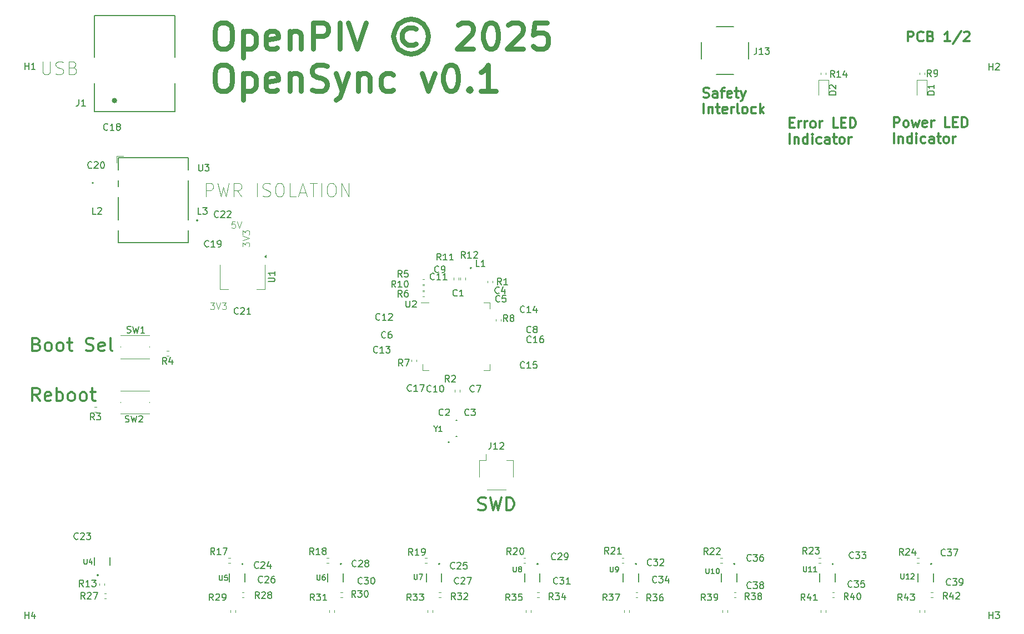
<source format=gbr>
%TF.GenerationSoftware,KiCad,Pcbnew,9.0.1*%
%TF.CreationDate,2025-12-28T11:24:27-06:00*%
%TF.ProjectId,opensync_prototype,6f70656e-7379-46e6-935f-70726f746f74,0.1*%
%TF.SameCoordinates,Original*%
%TF.FileFunction,Legend,Top*%
%TF.FilePolarity,Positive*%
%FSLAX46Y46*%
G04 Gerber Fmt 4.6, Leading zero omitted, Abs format (unit mm)*
G04 Created by KiCad (PCBNEW 9.0.1) date 2025-12-28 11:24:27*
%MOMM*%
%LPD*%
G01*
G04 APERTURE LIST*
%ADD10C,0.300000*%
%ADD11C,0.100000*%
%ADD12C,0.800000*%
%ADD13C,0.150000*%
%ADD14C,0.120000*%
%ADD15C,0.200000*%
%ADD16C,0.191421*%
%ADD17C,0.127000*%
%ADD18C,0.400000*%
G04 APERTURE END LIST*
D10*
X134378320Y-121044400D02*
X134664034Y-121139638D01*
X134664034Y-121139638D02*
X135140225Y-121139638D01*
X135140225Y-121139638D02*
X135330701Y-121044400D01*
X135330701Y-121044400D02*
X135425939Y-120949161D01*
X135425939Y-120949161D02*
X135521177Y-120758685D01*
X135521177Y-120758685D02*
X135521177Y-120568209D01*
X135521177Y-120568209D02*
X135425939Y-120377733D01*
X135425939Y-120377733D02*
X135330701Y-120282495D01*
X135330701Y-120282495D02*
X135140225Y-120187257D01*
X135140225Y-120187257D02*
X134759272Y-120092019D01*
X134759272Y-120092019D02*
X134568796Y-119996780D01*
X134568796Y-119996780D02*
X134473558Y-119901542D01*
X134473558Y-119901542D02*
X134378320Y-119711066D01*
X134378320Y-119711066D02*
X134378320Y-119520590D01*
X134378320Y-119520590D02*
X134473558Y-119330114D01*
X134473558Y-119330114D02*
X134568796Y-119234876D01*
X134568796Y-119234876D02*
X134759272Y-119139638D01*
X134759272Y-119139638D02*
X135235463Y-119139638D01*
X135235463Y-119139638D02*
X135521177Y-119234876D01*
X136187844Y-119139638D02*
X136664034Y-121139638D01*
X136664034Y-121139638D02*
X137044987Y-119711066D01*
X137044987Y-119711066D02*
X137425939Y-121139638D01*
X137425939Y-121139638D02*
X137902130Y-119139638D01*
X138664034Y-121139638D02*
X138664034Y-119139638D01*
X138664034Y-119139638D02*
X139140224Y-119139638D01*
X139140224Y-119139638D02*
X139425939Y-119234876D01*
X139425939Y-119234876D02*
X139616415Y-119425352D01*
X139616415Y-119425352D02*
X139711653Y-119615828D01*
X139711653Y-119615828D02*
X139806891Y-119996780D01*
X139806891Y-119996780D02*
X139806891Y-120282495D01*
X139806891Y-120282495D02*
X139711653Y-120663447D01*
X139711653Y-120663447D02*
X139616415Y-120853923D01*
X139616415Y-120853923D02*
X139425939Y-121044400D01*
X139425939Y-121044400D02*
X139140224Y-121139638D01*
X139140224Y-121139638D02*
X138664034Y-121139638D01*
X199854510Y-49600828D02*
X199854510Y-48100828D01*
X199854510Y-48100828D02*
X200425939Y-48100828D01*
X200425939Y-48100828D02*
X200568796Y-48172257D01*
X200568796Y-48172257D02*
X200640225Y-48243685D01*
X200640225Y-48243685D02*
X200711653Y-48386542D01*
X200711653Y-48386542D02*
X200711653Y-48600828D01*
X200711653Y-48600828D02*
X200640225Y-48743685D01*
X200640225Y-48743685D02*
X200568796Y-48815114D01*
X200568796Y-48815114D02*
X200425939Y-48886542D01*
X200425939Y-48886542D02*
X199854510Y-48886542D01*
X202211653Y-49457971D02*
X202140225Y-49529400D01*
X202140225Y-49529400D02*
X201925939Y-49600828D01*
X201925939Y-49600828D02*
X201783082Y-49600828D01*
X201783082Y-49600828D02*
X201568796Y-49529400D01*
X201568796Y-49529400D02*
X201425939Y-49386542D01*
X201425939Y-49386542D02*
X201354510Y-49243685D01*
X201354510Y-49243685D02*
X201283082Y-48957971D01*
X201283082Y-48957971D02*
X201283082Y-48743685D01*
X201283082Y-48743685D02*
X201354510Y-48457971D01*
X201354510Y-48457971D02*
X201425939Y-48315114D01*
X201425939Y-48315114D02*
X201568796Y-48172257D01*
X201568796Y-48172257D02*
X201783082Y-48100828D01*
X201783082Y-48100828D02*
X201925939Y-48100828D01*
X201925939Y-48100828D02*
X202140225Y-48172257D01*
X202140225Y-48172257D02*
X202211653Y-48243685D01*
X203354510Y-48815114D02*
X203568796Y-48886542D01*
X203568796Y-48886542D02*
X203640225Y-48957971D01*
X203640225Y-48957971D02*
X203711653Y-49100828D01*
X203711653Y-49100828D02*
X203711653Y-49315114D01*
X203711653Y-49315114D02*
X203640225Y-49457971D01*
X203640225Y-49457971D02*
X203568796Y-49529400D01*
X203568796Y-49529400D02*
X203425939Y-49600828D01*
X203425939Y-49600828D02*
X202854510Y-49600828D01*
X202854510Y-49600828D02*
X202854510Y-48100828D01*
X202854510Y-48100828D02*
X203354510Y-48100828D01*
X203354510Y-48100828D02*
X203497368Y-48172257D01*
X203497368Y-48172257D02*
X203568796Y-48243685D01*
X203568796Y-48243685D02*
X203640225Y-48386542D01*
X203640225Y-48386542D02*
X203640225Y-48529400D01*
X203640225Y-48529400D02*
X203568796Y-48672257D01*
X203568796Y-48672257D02*
X203497368Y-48743685D01*
X203497368Y-48743685D02*
X203354510Y-48815114D01*
X203354510Y-48815114D02*
X202854510Y-48815114D01*
X206283082Y-49600828D02*
X205425939Y-49600828D01*
X205854510Y-49600828D02*
X205854510Y-48100828D01*
X205854510Y-48100828D02*
X205711653Y-48315114D01*
X205711653Y-48315114D02*
X205568796Y-48457971D01*
X205568796Y-48457971D02*
X205425939Y-48529400D01*
X207997367Y-48029400D02*
X206711653Y-49957971D01*
X208425939Y-48243685D02*
X208497367Y-48172257D01*
X208497367Y-48172257D02*
X208640225Y-48100828D01*
X208640225Y-48100828D02*
X208997367Y-48100828D01*
X208997367Y-48100828D02*
X209140225Y-48172257D01*
X209140225Y-48172257D02*
X209211653Y-48243685D01*
X209211653Y-48243685D02*
X209283082Y-48386542D01*
X209283082Y-48386542D02*
X209283082Y-48529400D01*
X209283082Y-48529400D02*
X209211653Y-48743685D01*
X209211653Y-48743685D02*
X208354510Y-49600828D01*
X208354510Y-49600828D02*
X209283082Y-49600828D01*
D11*
X98472419Y-80891353D02*
X98472419Y-80272306D01*
X98472419Y-80272306D02*
X98853371Y-80605639D01*
X98853371Y-80605639D02*
X98853371Y-80462782D01*
X98853371Y-80462782D02*
X98900990Y-80367544D01*
X98900990Y-80367544D02*
X98948609Y-80319925D01*
X98948609Y-80319925D02*
X99043847Y-80272306D01*
X99043847Y-80272306D02*
X99281942Y-80272306D01*
X99281942Y-80272306D02*
X99377180Y-80319925D01*
X99377180Y-80319925D02*
X99424800Y-80367544D01*
X99424800Y-80367544D02*
X99472419Y-80462782D01*
X99472419Y-80462782D02*
X99472419Y-80748496D01*
X99472419Y-80748496D02*
X99424800Y-80843734D01*
X99424800Y-80843734D02*
X99377180Y-80891353D01*
X98472419Y-79986591D02*
X99472419Y-79653258D01*
X99472419Y-79653258D02*
X98472419Y-79319925D01*
X98472419Y-79081829D02*
X98472419Y-78462782D01*
X98472419Y-78462782D02*
X98853371Y-78796115D01*
X98853371Y-78796115D02*
X98853371Y-78653258D01*
X98853371Y-78653258D02*
X98900990Y-78558020D01*
X98900990Y-78558020D02*
X98948609Y-78510401D01*
X98948609Y-78510401D02*
X99043847Y-78462782D01*
X99043847Y-78462782D02*
X99281942Y-78462782D01*
X99281942Y-78462782D02*
X99377180Y-78510401D01*
X99377180Y-78510401D02*
X99424800Y-78558020D01*
X99424800Y-78558020D02*
X99472419Y-78653258D01*
X99472419Y-78653258D02*
X99472419Y-78938972D01*
X99472419Y-78938972D02*
X99424800Y-79034210D01*
X99424800Y-79034210D02*
X99377180Y-79081829D01*
X93508646Y-89472419D02*
X94127693Y-89472419D01*
X94127693Y-89472419D02*
X93794360Y-89853371D01*
X93794360Y-89853371D02*
X93937217Y-89853371D01*
X93937217Y-89853371D02*
X94032455Y-89900990D01*
X94032455Y-89900990D02*
X94080074Y-89948609D01*
X94080074Y-89948609D02*
X94127693Y-90043847D01*
X94127693Y-90043847D02*
X94127693Y-90281942D01*
X94127693Y-90281942D02*
X94080074Y-90377180D01*
X94080074Y-90377180D02*
X94032455Y-90424800D01*
X94032455Y-90424800D02*
X93937217Y-90472419D01*
X93937217Y-90472419D02*
X93651503Y-90472419D01*
X93651503Y-90472419D02*
X93556265Y-90424800D01*
X93556265Y-90424800D02*
X93508646Y-90377180D01*
X94413408Y-89472419D02*
X94746741Y-90472419D01*
X94746741Y-90472419D02*
X95080074Y-89472419D01*
X95318170Y-89472419D02*
X95937217Y-89472419D01*
X95937217Y-89472419D02*
X95603884Y-89853371D01*
X95603884Y-89853371D02*
X95746741Y-89853371D01*
X95746741Y-89853371D02*
X95841979Y-89900990D01*
X95841979Y-89900990D02*
X95889598Y-89948609D01*
X95889598Y-89948609D02*
X95937217Y-90043847D01*
X95937217Y-90043847D02*
X95937217Y-90281942D01*
X95937217Y-90281942D02*
X95889598Y-90377180D01*
X95889598Y-90377180D02*
X95841979Y-90424800D01*
X95841979Y-90424800D02*
X95746741Y-90472419D01*
X95746741Y-90472419D02*
X95461027Y-90472419D01*
X95461027Y-90472419D02*
X95365789Y-90424800D01*
X95365789Y-90424800D02*
X95318170Y-90377180D01*
X97280074Y-77072419D02*
X96803884Y-77072419D01*
X96803884Y-77072419D02*
X96756265Y-77548609D01*
X96756265Y-77548609D02*
X96803884Y-77500990D01*
X96803884Y-77500990D02*
X96899122Y-77453371D01*
X96899122Y-77453371D02*
X97137217Y-77453371D01*
X97137217Y-77453371D02*
X97232455Y-77500990D01*
X97232455Y-77500990D02*
X97280074Y-77548609D01*
X97280074Y-77548609D02*
X97327693Y-77643847D01*
X97327693Y-77643847D02*
X97327693Y-77881942D01*
X97327693Y-77881942D02*
X97280074Y-77977180D01*
X97280074Y-77977180D02*
X97232455Y-78024800D01*
X97232455Y-78024800D02*
X97137217Y-78072419D01*
X97137217Y-78072419D02*
X96899122Y-78072419D01*
X96899122Y-78072419D02*
X96803884Y-78024800D01*
X96803884Y-78024800D02*
X96756265Y-77977180D01*
X97613408Y-77072419D02*
X97946741Y-78072419D01*
X97946741Y-78072419D02*
X98280074Y-77072419D01*
X92841979Y-73250038D02*
X92841979Y-71250038D01*
X92841979Y-71250038D02*
X93603884Y-71250038D01*
X93603884Y-71250038D02*
X93794360Y-71345276D01*
X93794360Y-71345276D02*
X93889598Y-71440514D01*
X93889598Y-71440514D02*
X93984836Y-71630990D01*
X93984836Y-71630990D02*
X93984836Y-71916704D01*
X93984836Y-71916704D02*
X93889598Y-72107180D01*
X93889598Y-72107180D02*
X93794360Y-72202419D01*
X93794360Y-72202419D02*
X93603884Y-72297657D01*
X93603884Y-72297657D02*
X92841979Y-72297657D01*
X94651503Y-71250038D02*
X95127693Y-73250038D01*
X95127693Y-73250038D02*
X95508646Y-71821466D01*
X95508646Y-71821466D02*
X95889598Y-73250038D01*
X95889598Y-73250038D02*
X96365789Y-71250038D01*
X98270550Y-73250038D02*
X97603883Y-72297657D01*
X97127693Y-73250038D02*
X97127693Y-71250038D01*
X97127693Y-71250038D02*
X97889598Y-71250038D01*
X97889598Y-71250038D02*
X98080074Y-71345276D01*
X98080074Y-71345276D02*
X98175312Y-71440514D01*
X98175312Y-71440514D02*
X98270550Y-71630990D01*
X98270550Y-71630990D02*
X98270550Y-71916704D01*
X98270550Y-71916704D02*
X98175312Y-72107180D01*
X98175312Y-72107180D02*
X98080074Y-72202419D01*
X98080074Y-72202419D02*
X97889598Y-72297657D01*
X97889598Y-72297657D02*
X97127693Y-72297657D01*
X100651503Y-73250038D02*
X100651503Y-71250038D01*
X101508646Y-73154800D02*
X101794360Y-73250038D01*
X101794360Y-73250038D02*
X102270551Y-73250038D01*
X102270551Y-73250038D02*
X102461027Y-73154800D01*
X102461027Y-73154800D02*
X102556265Y-73059561D01*
X102556265Y-73059561D02*
X102651503Y-72869085D01*
X102651503Y-72869085D02*
X102651503Y-72678609D01*
X102651503Y-72678609D02*
X102556265Y-72488133D01*
X102556265Y-72488133D02*
X102461027Y-72392895D01*
X102461027Y-72392895D02*
X102270551Y-72297657D01*
X102270551Y-72297657D02*
X101889598Y-72202419D01*
X101889598Y-72202419D02*
X101699122Y-72107180D01*
X101699122Y-72107180D02*
X101603884Y-72011942D01*
X101603884Y-72011942D02*
X101508646Y-71821466D01*
X101508646Y-71821466D02*
X101508646Y-71630990D01*
X101508646Y-71630990D02*
X101603884Y-71440514D01*
X101603884Y-71440514D02*
X101699122Y-71345276D01*
X101699122Y-71345276D02*
X101889598Y-71250038D01*
X101889598Y-71250038D02*
X102365789Y-71250038D01*
X102365789Y-71250038D02*
X102651503Y-71345276D01*
X103889598Y-71250038D02*
X104270551Y-71250038D01*
X104270551Y-71250038D02*
X104461027Y-71345276D01*
X104461027Y-71345276D02*
X104651503Y-71535752D01*
X104651503Y-71535752D02*
X104746741Y-71916704D01*
X104746741Y-71916704D02*
X104746741Y-72583371D01*
X104746741Y-72583371D02*
X104651503Y-72964323D01*
X104651503Y-72964323D02*
X104461027Y-73154800D01*
X104461027Y-73154800D02*
X104270551Y-73250038D01*
X104270551Y-73250038D02*
X103889598Y-73250038D01*
X103889598Y-73250038D02*
X103699122Y-73154800D01*
X103699122Y-73154800D02*
X103508646Y-72964323D01*
X103508646Y-72964323D02*
X103413408Y-72583371D01*
X103413408Y-72583371D02*
X103413408Y-71916704D01*
X103413408Y-71916704D02*
X103508646Y-71535752D01*
X103508646Y-71535752D02*
X103699122Y-71345276D01*
X103699122Y-71345276D02*
X103889598Y-71250038D01*
X106556265Y-73250038D02*
X105603884Y-73250038D01*
X105603884Y-73250038D02*
X105603884Y-71250038D01*
X107127694Y-72678609D02*
X108080075Y-72678609D01*
X106937218Y-73250038D02*
X107603884Y-71250038D01*
X107603884Y-71250038D02*
X108270551Y-73250038D01*
X108651504Y-71250038D02*
X109794361Y-71250038D01*
X109222932Y-73250038D02*
X109222932Y-71250038D01*
X110461028Y-73250038D02*
X110461028Y-71250038D01*
X111794361Y-71250038D02*
X112175314Y-71250038D01*
X112175314Y-71250038D02*
X112365790Y-71345276D01*
X112365790Y-71345276D02*
X112556266Y-71535752D01*
X112556266Y-71535752D02*
X112651504Y-71916704D01*
X112651504Y-71916704D02*
X112651504Y-72583371D01*
X112651504Y-72583371D02*
X112556266Y-72964323D01*
X112556266Y-72964323D02*
X112365790Y-73154800D01*
X112365790Y-73154800D02*
X112175314Y-73250038D01*
X112175314Y-73250038D02*
X111794361Y-73250038D01*
X111794361Y-73250038D02*
X111603885Y-73154800D01*
X111603885Y-73154800D02*
X111413409Y-72964323D01*
X111413409Y-72964323D02*
X111318171Y-72583371D01*
X111318171Y-72583371D02*
X111318171Y-71916704D01*
X111318171Y-71916704D02*
X111413409Y-71535752D01*
X111413409Y-71535752D02*
X111603885Y-71345276D01*
X111603885Y-71345276D02*
X111794361Y-71250038D01*
X113508647Y-73250038D02*
X113508647Y-71250038D01*
X113508647Y-71250038D02*
X114651504Y-73250038D01*
X114651504Y-73250038D02*
X114651504Y-71250038D01*
D10*
X181854510Y-62000198D02*
X182354510Y-62000198D01*
X182568796Y-62785912D02*
X181854510Y-62785912D01*
X181854510Y-62785912D02*
X181854510Y-61285912D01*
X181854510Y-61285912D02*
X182568796Y-61285912D01*
X183211653Y-62785912D02*
X183211653Y-61785912D01*
X183211653Y-62071626D02*
X183283082Y-61928769D01*
X183283082Y-61928769D02*
X183354511Y-61857341D01*
X183354511Y-61857341D02*
X183497368Y-61785912D01*
X183497368Y-61785912D02*
X183640225Y-61785912D01*
X184140224Y-62785912D02*
X184140224Y-61785912D01*
X184140224Y-62071626D02*
X184211653Y-61928769D01*
X184211653Y-61928769D02*
X184283082Y-61857341D01*
X184283082Y-61857341D02*
X184425939Y-61785912D01*
X184425939Y-61785912D02*
X184568796Y-61785912D01*
X185283081Y-62785912D02*
X185140224Y-62714484D01*
X185140224Y-62714484D02*
X185068795Y-62643055D01*
X185068795Y-62643055D02*
X184997367Y-62500198D01*
X184997367Y-62500198D02*
X184997367Y-62071626D01*
X184997367Y-62071626D02*
X185068795Y-61928769D01*
X185068795Y-61928769D02*
X185140224Y-61857341D01*
X185140224Y-61857341D02*
X185283081Y-61785912D01*
X185283081Y-61785912D02*
X185497367Y-61785912D01*
X185497367Y-61785912D02*
X185640224Y-61857341D01*
X185640224Y-61857341D02*
X185711653Y-61928769D01*
X185711653Y-61928769D02*
X185783081Y-62071626D01*
X185783081Y-62071626D02*
X185783081Y-62500198D01*
X185783081Y-62500198D02*
X185711653Y-62643055D01*
X185711653Y-62643055D02*
X185640224Y-62714484D01*
X185640224Y-62714484D02*
X185497367Y-62785912D01*
X185497367Y-62785912D02*
X185283081Y-62785912D01*
X186425938Y-62785912D02*
X186425938Y-61785912D01*
X186425938Y-62071626D02*
X186497367Y-61928769D01*
X186497367Y-61928769D02*
X186568796Y-61857341D01*
X186568796Y-61857341D02*
X186711653Y-61785912D01*
X186711653Y-61785912D02*
X186854510Y-61785912D01*
X189211652Y-62785912D02*
X188497366Y-62785912D01*
X188497366Y-62785912D02*
X188497366Y-61285912D01*
X189711652Y-62000198D02*
X190211652Y-62000198D01*
X190425938Y-62785912D02*
X189711652Y-62785912D01*
X189711652Y-62785912D02*
X189711652Y-61285912D01*
X189711652Y-61285912D02*
X190425938Y-61285912D01*
X191068795Y-62785912D02*
X191068795Y-61285912D01*
X191068795Y-61285912D02*
X191425938Y-61285912D01*
X191425938Y-61285912D02*
X191640224Y-61357341D01*
X191640224Y-61357341D02*
X191783081Y-61500198D01*
X191783081Y-61500198D02*
X191854510Y-61643055D01*
X191854510Y-61643055D02*
X191925938Y-61928769D01*
X191925938Y-61928769D02*
X191925938Y-62143055D01*
X191925938Y-62143055D02*
X191854510Y-62428769D01*
X191854510Y-62428769D02*
X191783081Y-62571626D01*
X191783081Y-62571626D02*
X191640224Y-62714484D01*
X191640224Y-62714484D02*
X191425938Y-62785912D01*
X191425938Y-62785912D02*
X191068795Y-62785912D01*
X181854510Y-65200828D02*
X181854510Y-63700828D01*
X182568796Y-64200828D02*
X182568796Y-65200828D01*
X182568796Y-64343685D02*
X182640225Y-64272257D01*
X182640225Y-64272257D02*
X182783082Y-64200828D01*
X182783082Y-64200828D02*
X182997368Y-64200828D01*
X182997368Y-64200828D02*
X183140225Y-64272257D01*
X183140225Y-64272257D02*
X183211654Y-64415114D01*
X183211654Y-64415114D02*
X183211654Y-65200828D01*
X184568797Y-65200828D02*
X184568797Y-63700828D01*
X184568797Y-65129400D02*
X184425939Y-65200828D01*
X184425939Y-65200828D02*
X184140225Y-65200828D01*
X184140225Y-65200828D02*
X183997368Y-65129400D01*
X183997368Y-65129400D02*
X183925939Y-65057971D01*
X183925939Y-65057971D02*
X183854511Y-64915114D01*
X183854511Y-64915114D02*
X183854511Y-64486542D01*
X183854511Y-64486542D02*
X183925939Y-64343685D01*
X183925939Y-64343685D02*
X183997368Y-64272257D01*
X183997368Y-64272257D02*
X184140225Y-64200828D01*
X184140225Y-64200828D02*
X184425939Y-64200828D01*
X184425939Y-64200828D02*
X184568797Y-64272257D01*
X185283082Y-65200828D02*
X185283082Y-64200828D01*
X185283082Y-63700828D02*
X185211654Y-63772257D01*
X185211654Y-63772257D02*
X185283082Y-63843685D01*
X185283082Y-63843685D02*
X185354511Y-63772257D01*
X185354511Y-63772257D02*
X185283082Y-63700828D01*
X185283082Y-63700828D02*
X185283082Y-63843685D01*
X186640226Y-65129400D02*
X186497368Y-65200828D01*
X186497368Y-65200828D02*
X186211654Y-65200828D01*
X186211654Y-65200828D02*
X186068797Y-65129400D01*
X186068797Y-65129400D02*
X185997368Y-65057971D01*
X185997368Y-65057971D02*
X185925940Y-64915114D01*
X185925940Y-64915114D02*
X185925940Y-64486542D01*
X185925940Y-64486542D02*
X185997368Y-64343685D01*
X185997368Y-64343685D02*
X186068797Y-64272257D01*
X186068797Y-64272257D02*
X186211654Y-64200828D01*
X186211654Y-64200828D02*
X186497368Y-64200828D01*
X186497368Y-64200828D02*
X186640226Y-64272257D01*
X187925940Y-65200828D02*
X187925940Y-64415114D01*
X187925940Y-64415114D02*
X187854511Y-64272257D01*
X187854511Y-64272257D02*
X187711654Y-64200828D01*
X187711654Y-64200828D02*
X187425940Y-64200828D01*
X187425940Y-64200828D02*
X187283082Y-64272257D01*
X187925940Y-65129400D02*
X187783082Y-65200828D01*
X187783082Y-65200828D02*
X187425940Y-65200828D01*
X187425940Y-65200828D02*
X187283082Y-65129400D01*
X187283082Y-65129400D02*
X187211654Y-64986542D01*
X187211654Y-64986542D02*
X187211654Y-64843685D01*
X187211654Y-64843685D02*
X187283082Y-64700828D01*
X187283082Y-64700828D02*
X187425940Y-64629400D01*
X187425940Y-64629400D02*
X187783082Y-64629400D01*
X187783082Y-64629400D02*
X187925940Y-64557971D01*
X188425940Y-64200828D02*
X188997368Y-64200828D01*
X188640225Y-63700828D02*
X188640225Y-64986542D01*
X188640225Y-64986542D02*
X188711654Y-65129400D01*
X188711654Y-65129400D02*
X188854511Y-65200828D01*
X188854511Y-65200828D02*
X188997368Y-65200828D01*
X189711654Y-65200828D02*
X189568797Y-65129400D01*
X189568797Y-65129400D02*
X189497368Y-65057971D01*
X189497368Y-65057971D02*
X189425940Y-64915114D01*
X189425940Y-64915114D02*
X189425940Y-64486542D01*
X189425940Y-64486542D02*
X189497368Y-64343685D01*
X189497368Y-64343685D02*
X189568797Y-64272257D01*
X189568797Y-64272257D02*
X189711654Y-64200828D01*
X189711654Y-64200828D02*
X189925940Y-64200828D01*
X189925940Y-64200828D02*
X190068797Y-64272257D01*
X190068797Y-64272257D02*
X190140226Y-64343685D01*
X190140226Y-64343685D02*
X190211654Y-64486542D01*
X190211654Y-64486542D02*
X190211654Y-64915114D01*
X190211654Y-64915114D02*
X190140226Y-65057971D01*
X190140226Y-65057971D02*
X190068797Y-65129400D01*
X190068797Y-65129400D02*
X189925940Y-65200828D01*
X189925940Y-65200828D02*
X189711654Y-65200828D01*
X190854511Y-65200828D02*
X190854511Y-64200828D01*
X190854511Y-64486542D02*
X190925940Y-64343685D01*
X190925940Y-64343685D02*
X190997369Y-64272257D01*
X190997369Y-64272257D02*
X191140226Y-64200828D01*
X191140226Y-64200828D02*
X191283083Y-64200828D01*
D12*
X95140600Y-46729100D02*
X95902505Y-46729100D01*
X95902505Y-46729100D02*
X96283457Y-46919576D01*
X96283457Y-46919576D02*
X96664410Y-47300528D01*
X96664410Y-47300528D02*
X96854886Y-48062433D01*
X96854886Y-48062433D02*
X96854886Y-49395766D01*
X96854886Y-49395766D02*
X96664410Y-50157671D01*
X96664410Y-50157671D02*
X96283457Y-50538624D01*
X96283457Y-50538624D02*
X95902505Y-50729100D01*
X95902505Y-50729100D02*
X95140600Y-50729100D01*
X95140600Y-50729100D02*
X94759648Y-50538624D01*
X94759648Y-50538624D02*
X94378695Y-50157671D01*
X94378695Y-50157671D02*
X94188219Y-49395766D01*
X94188219Y-49395766D02*
X94188219Y-48062433D01*
X94188219Y-48062433D02*
X94378695Y-47300528D01*
X94378695Y-47300528D02*
X94759648Y-46919576D01*
X94759648Y-46919576D02*
X95140600Y-46729100D01*
X98569171Y-48062433D02*
X98569171Y-52062433D01*
X98569171Y-48252909D02*
X98950124Y-48062433D01*
X98950124Y-48062433D02*
X99712029Y-48062433D01*
X99712029Y-48062433D02*
X100092981Y-48252909D01*
X100092981Y-48252909D02*
X100283457Y-48443385D01*
X100283457Y-48443385D02*
X100473933Y-48824338D01*
X100473933Y-48824338D02*
X100473933Y-49967195D01*
X100473933Y-49967195D02*
X100283457Y-50348147D01*
X100283457Y-50348147D02*
X100092981Y-50538624D01*
X100092981Y-50538624D02*
X99712029Y-50729100D01*
X99712029Y-50729100D02*
X98950124Y-50729100D01*
X98950124Y-50729100D02*
X98569171Y-50538624D01*
X103712029Y-50538624D02*
X103331077Y-50729100D01*
X103331077Y-50729100D02*
X102569172Y-50729100D01*
X102569172Y-50729100D02*
X102188219Y-50538624D01*
X102188219Y-50538624D02*
X101997743Y-50157671D01*
X101997743Y-50157671D02*
X101997743Y-48633862D01*
X101997743Y-48633862D02*
X102188219Y-48252909D01*
X102188219Y-48252909D02*
X102569172Y-48062433D01*
X102569172Y-48062433D02*
X103331077Y-48062433D01*
X103331077Y-48062433D02*
X103712029Y-48252909D01*
X103712029Y-48252909D02*
X103902505Y-48633862D01*
X103902505Y-48633862D02*
X103902505Y-49014814D01*
X103902505Y-49014814D02*
X101997743Y-49395766D01*
X105616790Y-48062433D02*
X105616790Y-50729100D01*
X105616790Y-48443385D02*
X105807267Y-48252909D01*
X105807267Y-48252909D02*
X106188219Y-48062433D01*
X106188219Y-48062433D02*
X106759648Y-48062433D01*
X106759648Y-48062433D02*
X107140600Y-48252909D01*
X107140600Y-48252909D02*
X107331076Y-48633862D01*
X107331076Y-48633862D02*
X107331076Y-50729100D01*
X109235838Y-50729100D02*
X109235838Y-46729100D01*
X109235838Y-46729100D02*
X110759648Y-46729100D01*
X110759648Y-46729100D02*
X111140600Y-46919576D01*
X111140600Y-46919576D02*
X111331077Y-47110052D01*
X111331077Y-47110052D02*
X111521553Y-47491004D01*
X111521553Y-47491004D02*
X111521553Y-48062433D01*
X111521553Y-48062433D02*
X111331077Y-48443385D01*
X111331077Y-48443385D02*
X111140600Y-48633862D01*
X111140600Y-48633862D02*
X110759648Y-48824338D01*
X110759648Y-48824338D02*
X109235838Y-48824338D01*
X113235838Y-50729100D02*
X113235838Y-46729100D01*
X114569172Y-46729100D02*
X115902505Y-50729100D01*
X115902505Y-50729100D02*
X117235839Y-46729100D01*
X124854886Y-47681481D02*
X124473933Y-47491004D01*
X124473933Y-47491004D02*
X123712029Y-47491004D01*
X123712029Y-47491004D02*
X123331076Y-47681481D01*
X123331076Y-47681481D02*
X122950124Y-48062433D01*
X122950124Y-48062433D02*
X122759648Y-48443385D01*
X122759648Y-48443385D02*
X122759648Y-49205290D01*
X122759648Y-49205290D02*
X122950124Y-49586243D01*
X122950124Y-49586243D02*
X123331076Y-49967195D01*
X123331076Y-49967195D02*
X123712029Y-50157671D01*
X123712029Y-50157671D02*
X124473933Y-50157671D01*
X124473933Y-50157671D02*
X124854886Y-49967195D01*
X124092981Y-46157671D02*
X123140600Y-46348147D01*
X123140600Y-46348147D02*
X122188219Y-46919576D01*
X122188219Y-46919576D02*
X121616790Y-47871957D01*
X121616790Y-47871957D02*
X121426314Y-48824338D01*
X121426314Y-48824338D02*
X121616790Y-49776719D01*
X121616790Y-49776719D02*
X122188219Y-50729100D01*
X122188219Y-50729100D02*
X123140600Y-51300528D01*
X123140600Y-51300528D02*
X124092981Y-51491004D01*
X124092981Y-51491004D02*
X125045362Y-51300528D01*
X125045362Y-51300528D02*
X125997743Y-50729100D01*
X125997743Y-50729100D02*
X126569171Y-49776719D01*
X126569171Y-49776719D02*
X126759648Y-48824338D01*
X126759648Y-48824338D02*
X126569171Y-47871957D01*
X126569171Y-47871957D02*
X125997743Y-46919576D01*
X125997743Y-46919576D02*
X125045362Y-46348147D01*
X125045362Y-46348147D02*
X124092981Y-46157671D01*
X131331076Y-47110052D02*
X131521552Y-46919576D01*
X131521552Y-46919576D02*
X131902505Y-46729100D01*
X131902505Y-46729100D02*
X132854886Y-46729100D01*
X132854886Y-46729100D02*
X133235838Y-46919576D01*
X133235838Y-46919576D02*
X133426314Y-47110052D01*
X133426314Y-47110052D02*
X133616791Y-47491004D01*
X133616791Y-47491004D02*
X133616791Y-47871957D01*
X133616791Y-47871957D02*
X133426314Y-48443385D01*
X133426314Y-48443385D02*
X131140600Y-50729100D01*
X131140600Y-50729100D02*
X133616791Y-50729100D01*
X136092981Y-46729100D02*
X136473934Y-46729100D01*
X136473934Y-46729100D02*
X136854886Y-46919576D01*
X136854886Y-46919576D02*
X137045362Y-47110052D01*
X137045362Y-47110052D02*
X137235838Y-47491004D01*
X137235838Y-47491004D02*
X137426315Y-48252909D01*
X137426315Y-48252909D02*
X137426315Y-49205290D01*
X137426315Y-49205290D02*
X137235838Y-49967195D01*
X137235838Y-49967195D02*
X137045362Y-50348147D01*
X137045362Y-50348147D02*
X136854886Y-50538624D01*
X136854886Y-50538624D02*
X136473934Y-50729100D01*
X136473934Y-50729100D02*
X136092981Y-50729100D01*
X136092981Y-50729100D02*
X135712029Y-50538624D01*
X135712029Y-50538624D02*
X135521553Y-50348147D01*
X135521553Y-50348147D02*
X135331076Y-49967195D01*
X135331076Y-49967195D02*
X135140600Y-49205290D01*
X135140600Y-49205290D02*
X135140600Y-48252909D01*
X135140600Y-48252909D02*
X135331076Y-47491004D01*
X135331076Y-47491004D02*
X135521553Y-47110052D01*
X135521553Y-47110052D02*
X135712029Y-46919576D01*
X135712029Y-46919576D02*
X136092981Y-46729100D01*
X138950124Y-47110052D02*
X139140600Y-46919576D01*
X139140600Y-46919576D02*
X139521553Y-46729100D01*
X139521553Y-46729100D02*
X140473934Y-46729100D01*
X140473934Y-46729100D02*
X140854886Y-46919576D01*
X140854886Y-46919576D02*
X141045362Y-47110052D01*
X141045362Y-47110052D02*
X141235839Y-47491004D01*
X141235839Y-47491004D02*
X141235839Y-47871957D01*
X141235839Y-47871957D02*
X141045362Y-48443385D01*
X141045362Y-48443385D02*
X138759648Y-50729100D01*
X138759648Y-50729100D02*
X141235839Y-50729100D01*
X144854886Y-46729100D02*
X142950124Y-46729100D01*
X142950124Y-46729100D02*
X142759648Y-48633862D01*
X142759648Y-48633862D02*
X142950124Y-48443385D01*
X142950124Y-48443385D02*
X143331077Y-48252909D01*
X143331077Y-48252909D02*
X144283458Y-48252909D01*
X144283458Y-48252909D02*
X144664410Y-48443385D01*
X144664410Y-48443385D02*
X144854886Y-48633862D01*
X144854886Y-48633862D02*
X145045363Y-49014814D01*
X145045363Y-49014814D02*
X145045363Y-49967195D01*
X145045363Y-49967195D02*
X144854886Y-50348147D01*
X144854886Y-50348147D02*
X144664410Y-50538624D01*
X144664410Y-50538624D02*
X144283458Y-50729100D01*
X144283458Y-50729100D02*
X143331077Y-50729100D01*
X143331077Y-50729100D02*
X142950124Y-50538624D01*
X142950124Y-50538624D02*
X142759648Y-50348147D01*
X95140600Y-53168876D02*
X95902505Y-53168876D01*
X95902505Y-53168876D02*
X96283457Y-53359352D01*
X96283457Y-53359352D02*
X96664410Y-53740304D01*
X96664410Y-53740304D02*
X96854886Y-54502209D01*
X96854886Y-54502209D02*
X96854886Y-55835542D01*
X96854886Y-55835542D02*
X96664410Y-56597447D01*
X96664410Y-56597447D02*
X96283457Y-56978400D01*
X96283457Y-56978400D02*
X95902505Y-57168876D01*
X95902505Y-57168876D02*
X95140600Y-57168876D01*
X95140600Y-57168876D02*
X94759648Y-56978400D01*
X94759648Y-56978400D02*
X94378695Y-56597447D01*
X94378695Y-56597447D02*
X94188219Y-55835542D01*
X94188219Y-55835542D02*
X94188219Y-54502209D01*
X94188219Y-54502209D02*
X94378695Y-53740304D01*
X94378695Y-53740304D02*
X94759648Y-53359352D01*
X94759648Y-53359352D02*
X95140600Y-53168876D01*
X98569171Y-54502209D02*
X98569171Y-58502209D01*
X98569171Y-54692685D02*
X98950124Y-54502209D01*
X98950124Y-54502209D02*
X99712029Y-54502209D01*
X99712029Y-54502209D02*
X100092981Y-54692685D01*
X100092981Y-54692685D02*
X100283457Y-54883161D01*
X100283457Y-54883161D02*
X100473933Y-55264114D01*
X100473933Y-55264114D02*
X100473933Y-56406971D01*
X100473933Y-56406971D02*
X100283457Y-56787923D01*
X100283457Y-56787923D02*
X100092981Y-56978400D01*
X100092981Y-56978400D02*
X99712029Y-57168876D01*
X99712029Y-57168876D02*
X98950124Y-57168876D01*
X98950124Y-57168876D02*
X98569171Y-56978400D01*
X103712029Y-56978400D02*
X103331077Y-57168876D01*
X103331077Y-57168876D02*
X102569172Y-57168876D01*
X102569172Y-57168876D02*
X102188219Y-56978400D01*
X102188219Y-56978400D02*
X101997743Y-56597447D01*
X101997743Y-56597447D02*
X101997743Y-55073638D01*
X101997743Y-55073638D02*
X102188219Y-54692685D01*
X102188219Y-54692685D02*
X102569172Y-54502209D01*
X102569172Y-54502209D02*
X103331077Y-54502209D01*
X103331077Y-54502209D02*
X103712029Y-54692685D01*
X103712029Y-54692685D02*
X103902505Y-55073638D01*
X103902505Y-55073638D02*
X103902505Y-55454590D01*
X103902505Y-55454590D02*
X101997743Y-55835542D01*
X105616790Y-54502209D02*
X105616790Y-57168876D01*
X105616790Y-54883161D02*
X105807267Y-54692685D01*
X105807267Y-54692685D02*
X106188219Y-54502209D01*
X106188219Y-54502209D02*
X106759648Y-54502209D01*
X106759648Y-54502209D02*
X107140600Y-54692685D01*
X107140600Y-54692685D02*
X107331076Y-55073638D01*
X107331076Y-55073638D02*
X107331076Y-57168876D01*
X109045362Y-56978400D02*
X109616791Y-57168876D01*
X109616791Y-57168876D02*
X110569172Y-57168876D01*
X110569172Y-57168876D02*
X110950124Y-56978400D01*
X110950124Y-56978400D02*
X111140600Y-56787923D01*
X111140600Y-56787923D02*
X111331077Y-56406971D01*
X111331077Y-56406971D02*
X111331077Y-56026019D01*
X111331077Y-56026019D02*
X111140600Y-55645066D01*
X111140600Y-55645066D02*
X110950124Y-55454590D01*
X110950124Y-55454590D02*
X110569172Y-55264114D01*
X110569172Y-55264114D02*
X109807267Y-55073638D01*
X109807267Y-55073638D02*
X109426315Y-54883161D01*
X109426315Y-54883161D02*
X109235838Y-54692685D01*
X109235838Y-54692685D02*
X109045362Y-54311733D01*
X109045362Y-54311733D02*
X109045362Y-53930780D01*
X109045362Y-53930780D02*
X109235838Y-53549828D01*
X109235838Y-53549828D02*
X109426315Y-53359352D01*
X109426315Y-53359352D02*
X109807267Y-53168876D01*
X109807267Y-53168876D02*
X110759648Y-53168876D01*
X110759648Y-53168876D02*
X111331077Y-53359352D01*
X112664410Y-54502209D02*
X113616791Y-57168876D01*
X114569172Y-54502209D02*
X113616791Y-57168876D01*
X113616791Y-57168876D02*
X113235839Y-58121257D01*
X113235839Y-58121257D02*
X113045362Y-58311733D01*
X113045362Y-58311733D02*
X112664410Y-58502209D01*
X116092981Y-54502209D02*
X116092981Y-57168876D01*
X116092981Y-54883161D02*
X116283458Y-54692685D01*
X116283458Y-54692685D02*
X116664410Y-54502209D01*
X116664410Y-54502209D02*
X117235839Y-54502209D01*
X117235839Y-54502209D02*
X117616791Y-54692685D01*
X117616791Y-54692685D02*
X117807267Y-55073638D01*
X117807267Y-55073638D02*
X117807267Y-57168876D01*
X121426315Y-56978400D02*
X121045363Y-57168876D01*
X121045363Y-57168876D02*
X120283458Y-57168876D01*
X120283458Y-57168876D02*
X119902506Y-56978400D01*
X119902506Y-56978400D02*
X119712029Y-56787923D01*
X119712029Y-56787923D02*
X119521553Y-56406971D01*
X119521553Y-56406971D02*
X119521553Y-55264114D01*
X119521553Y-55264114D02*
X119712029Y-54883161D01*
X119712029Y-54883161D02*
X119902506Y-54692685D01*
X119902506Y-54692685D02*
X120283458Y-54502209D01*
X120283458Y-54502209D02*
X121045363Y-54502209D01*
X121045363Y-54502209D02*
X121426315Y-54692685D01*
X125807267Y-54502209D02*
X126759648Y-57168876D01*
X126759648Y-57168876D02*
X127712029Y-54502209D01*
X129997743Y-53168876D02*
X130378696Y-53168876D01*
X130378696Y-53168876D02*
X130759648Y-53359352D01*
X130759648Y-53359352D02*
X130950124Y-53549828D01*
X130950124Y-53549828D02*
X131140600Y-53930780D01*
X131140600Y-53930780D02*
X131331077Y-54692685D01*
X131331077Y-54692685D02*
X131331077Y-55645066D01*
X131331077Y-55645066D02*
X131140600Y-56406971D01*
X131140600Y-56406971D02*
X130950124Y-56787923D01*
X130950124Y-56787923D02*
X130759648Y-56978400D01*
X130759648Y-56978400D02*
X130378696Y-57168876D01*
X130378696Y-57168876D02*
X129997743Y-57168876D01*
X129997743Y-57168876D02*
X129616791Y-56978400D01*
X129616791Y-56978400D02*
X129426315Y-56787923D01*
X129426315Y-56787923D02*
X129235838Y-56406971D01*
X129235838Y-56406971D02*
X129045362Y-55645066D01*
X129045362Y-55645066D02*
X129045362Y-54692685D01*
X129045362Y-54692685D02*
X129235838Y-53930780D01*
X129235838Y-53930780D02*
X129426315Y-53549828D01*
X129426315Y-53549828D02*
X129616791Y-53359352D01*
X129616791Y-53359352D02*
X129997743Y-53168876D01*
X133045362Y-56787923D02*
X133235839Y-56978400D01*
X133235839Y-56978400D02*
X133045362Y-57168876D01*
X133045362Y-57168876D02*
X132854886Y-56978400D01*
X132854886Y-56978400D02*
X133045362Y-56787923D01*
X133045362Y-56787923D02*
X133045362Y-57168876D01*
X137045363Y-57168876D02*
X134759648Y-57168876D01*
X135902505Y-57168876D02*
X135902505Y-53168876D01*
X135902505Y-53168876D02*
X135521553Y-53740304D01*
X135521553Y-53740304D02*
X135140601Y-54121257D01*
X135140601Y-54121257D02*
X134759648Y-54311733D01*
D10*
X67040225Y-95792019D02*
X67325939Y-95887257D01*
X67325939Y-95887257D02*
X67421177Y-95982495D01*
X67421177Y-95982495D02*
X67516415Y-96172971D01*
X67516415Y-96172971D02*
X67516415Y-96458685D01*
X67516415Y-96458685D02*
X67421177Y-96649161D01*
X67421177Y-96649161D02*
X67325939Y-96744400D01*
X67325939Y-96744400D02*
X67135463Y-96839638D01*
X67135463Y-96839638D02*
X66373558Y-96839638D01*
X66373558Y-96839638D02*
X66373558Y-94839638D01*
X66373558Y-94839638D02*
X67040225Y-94839638D01*
X67040225Y-94839638D02*
X67230701Y-94934876D01*
X67230701Y-94934876D02*
X67325939Y-95030114D01*
X67325939Y-95030114D02*
X67421177Y-95220590D01*
X67421177Y-95220590D02*
X67421177Y-95411066D01*
X67421177Y-95411066D02*
X67325939Y-95601542D01*
X67325939Y-95601542D02*
X67230701Y-95696780D01*
X67230701Y-95696780D02*
X67040225Y-95792019D01*
X67040225Y-95792019D02*
X66373558Y-95792019D01*
X68659272Y-96839638D02*
X68468796Y-96744400D01*
X68468796Y-96744400D02*
X68373558Y-96649161D01*
X68373558Y-96649161D02*
X68278320Y-96458685D01*
X68278320Y-96458685D02*
X68278320Y-95887257D01*
X68278320Y-95887257D02*
X68373558Y-95696780D01*
X68373558Y-95696780D02*
X68468796Y-95601542D01*
X68468796Y-95601542D02*
X68659272Y-95506304D01*
X68659272Y-95506304D02*
X68944987Y-95506304D01*
X68944987Y-95506304D02*
X69135463Y-95601542D01*
X69135463Y-95601542D02*
X69230701Y-95696780D01*
X69230701Y-95696780D02*
X69325939Y-95887257D01*
X69325939Y-95887257D02*
X69325939Y-96458685D01*
X69325939Y-96458685D02*
X69230701Y-96649161D01*
X69230701Y-96649161D02*
X69135463Y-96744400D01*
X69135463Y-96744400D02*
X68944987Y-96839638D01*
X68944987Y-96839638D02*
X68659272Y-96839638D01*
X70468796Y-96839638D02*
X70278320Y-96744400D01*
X70278320Y-96744400D02*
X70183082Y-96649161D01*
X70183082Y-96649161D02*
X70087844Y-96458685D01*
X70087844Y-96458685D02*
X70087844Y-95887257D01*
X70087844Y-95887257D02*
X70183082Y-95696780D01*
X70183082Y-95696780D02*
X70278320Y-95601542D01*
X70278320Y-95601542D02*
X70468796Y-95506304D01*
X70468796Y-95506304D02*
X70754511Y-95506304D01*
X70754511Y-95506304D02*
X70944987Y-95601542D01*
X70944987Y-95601542D02*
X71040225Y-95696780D01*
X71040225Y-95696780D02*
X71135463Y-95887257D01*
X71135463Y-95887257D02*
X71135463Y-96458685D01*
X71135463Y-96458685D02*
X71040225Y-96649161D01*
X71040225Y-96649161D02*
X70944987Y-96744400D01*
X70944987Y-96744400D02*
X70754511Y-96839638D01*
X70754511Y-96839638D02*
X70468796Y-96839638D01*
X71706892Y-95506304D02*
X72468796Y-95506304D01*
X71992606Y-94839638D02*
X71992606Y-96553923D01*
X71992606Y-96553923D02*
X72087844Y-96744400D01*
X72087844Y-96744400D02*
X72278320Y-96839638D01*
X72278320Y-96839638D02*
X72468796Y-96839638D01*
X74564035Y-96744400D02*
X74849749Y-96839638D01*
X74849749Y-96839638D02*
X75325940Y-96839638D01*
X75325940Y-96839638D02*
X75516416Y-96744400D01*
X75516416Y-96744400D02*
X75611654Y-96649161D01*
X75611654Y-96649161D02*
X75706892Y-96458685D01*
X75706892Y-96458685D02*
X75706892Y-96268209D01*
X75706892Y-96268209D02*
X75611654Y-96077733D01*
X75611654Y-96077733D02*
X75516416Y-95982495D01*
X75516416Y-95982495D02*
X75325940Y-95887257D01*
X75325940Y-95887257D02*
X74944987Y-95792019D01*
X74944987Y-95792019D02*
X74754511Y-95696780D01*
X74754511Y-95696780D02*
X74659273Y-95601542D01*
X74659273Y-95601542D02*
X74564035Y-95411066D01*
X74564035Y-95411066D02*
X74564035Y-95220590D01*
X74564035Y-95220590D02*
X74659273Y-95030114D01*
X74659273Y-95030114D02*
X74754511Y-94934876D01*
X74754511Y-94934876D02*
X74944987Y-94839638D01*
X74944987Y-94839638D02*
X75421178Y-94839638D01*
X75421178Y-94839638D02*
X75706892Y-94934876D01*
X77325940Y-96744400D02*
X77135464Y-96839638D01*
X77135464Y-96839638D02*
X76754511Y-96839638D01*
X76754511Y-96839638D02*
X76564035Y-96744400D01*
X76564035Y-96744400D02*
X76468797Y-96553923D01*
X76468797Y-96553923D02*
X76468797Y-95792019D01*
X76468797Y-95792019D02*
X76564035Y-95601542D01*
X76564035Y-95601542D02*
X76754511Y-95506304D01*
X76754511Y-95506304D02*
X77135464Y-95506304D01*
X77135464Y-95506304D02*
X77325940Y-95601542D01*
X77325940Y-95601542D02*
X77421178Y-95792019D01*
X77421178Y-95792019D02*
X77421178Y-95982495D01*
X77421178Y-95982495D02*
X76468797Y-96172971D01*
X78564035Y-96839638D02*
X78373559Y-96744400D01*
X78373559Y-96744400D02*
X78278321Y-96553923D01*
X78278321Y-96553923D02*
X78278321Y-94839638D01*
X197754510Y-62685912D02*
X197754510Y-61185912D01*
X197754510Y-61185912D02*
X198325939Y-61185912D01*
X198325939Y-61185912D02*
X198468796Y-61257341D01*
X198468796Y-61257341D02*
X198540225Y-61328769D01*
X198540225Y-61328769D02*
X198611653Y-61471626D01*
X198611653Y-61471626D02*
X198611653Y-61685912D01*
X198611653Y-61685912D02*
X198540225Y-61828769D01*
X198540225Y-61828769D02*
X198468796Y-61900198D01*
X198468796Y-61900198D02*
X198325939Y-61971626D01*
X198325939Y-61971626D02*
X197754510Y-61971626D01*
X199468796Y-62685912D02*
X199325939Y-62614484D01*
X199325939Y-62614484D02*
X199254510Y-62543055D01*
X199254510Y-62543055D02*
X199183082Y-62400198D01*
X199183082Y-62400198D02*
X199183082Y-61971626D01*
X199183082Y-61971626D02*
X199254510Y-61828769D01*
X199254510Y-61828769D02*
X199325939Y-61757341D01*
X199325939Y-61757341D02*
X199468796Y-61685912D01*
X199468796Y-61685912D02*
X199683082Y-61685912D01*
X199683082Y-61685912D02*
X199825939Y-61757341D01*
X199825939Y-61757341D02*
X199897368Y-61828769D01*
X199897368Y-61828769D02*
X199968796Y-61971626D01*
X199968796Y-61971626D02*
X199968796Y-62400198D01*
X199968796Y-62400198D02*
X199897368Y-62543055D01*
X199897368Y-62543055D02*
X199825939Y-62614484D01*
X199825939Y-62614484D02*
X199683082Y-62685912D01*
X199683082Y-62685912D02*
X199468796Y-62685912D01*
X200468796Y-61685912D02*
X200754511Y-62685912D01*
X200754511Y-62685912D02*
X201040225Y-61971626D01*
X201040225Y-61971626D02*
X201325939Y-62685912D01*
X201325939Y-62685912D02*
X201611653Y-61685912D01*
X202754511Y-62614484D02*
X202611654Y-62685912D01*
X202611654Y-62685912D02*
X202325940Y-62685912D01*
X202325940Y-62685912D02*
X202183082Y-62614484D01*
X202183082Y-62614484D02*
X202111654Y-62471626D01*
X202111654Y-62471626D02*
X202111654Y-61900198D01*
X202111654Y-61900198D02*
X202183082Y-61757341D01*
X202183082Y-61757341D02*
X202325940Y-61685912D01*
X202325940Y-61685912D02*
X202611654Y-61685912D01*
X202611654Y-61685912D02*
X202754511Y-61757341D01*
X202754511Y-61757341D02*
X202825940Y-61900198D01*
X202825940Y-61900198D02*
X202825940Y-62043055D01*
X202825940Y-62043055D02*
X202111654Y-62185912D01*
X203468796Y-62685912D02*
X203468796Y-61685912D01*
X203468796Y-61971626D02*
X203540225Y-61828769D01*
X203540225Y-61828769D02*
X203611654Y-61757341D01*
X203611654Y-61757341D02*
X203754511Y-61685912D01*
X203754511Y-61685912D02*
X203897368Y-61685912D01*
X206254510Y-62685912D02*
X205540224Y-62685912D01*
X205540224Y-62685912D02*
X205540224Y-61185912D01*
X206754510Y-61900198D02*
X207254510Y-61900198D01*
X207468796Y-62685912D02*
X206754510Y-62685912D01*
X206754510Y-62685912D02*
X206754510Y-61185912D01*
X206754510Y-61185912D02*
X207468796Y-61185912D01*
X208111653Y-62685912D02*
X208111653Y-61185912D01*
X208111653Y-61185912D02*
X208468796Y-61185912D01*
X208468796Y-61185912D02*
X208683082Y-61257341D01*
X208683082Y-61257341D02*
X208825939Y-61400198D01*
X208825939Y-61400198D02*
X208897368Y-61543055D01*
X208897368Y-61543055D02*
X208968796Y-61828769D01*
X208968796Y-61828769D02*
X208968796Y-62043055D01*
X208968796Y-62043055D02*
X208897368Y-62328769D01*
X208897368Y-62328769D02*
X208825939Y-62471626D01*
X208825939Y-62471626D02*
X208683082Y-62614484D01*
X208683082Y-62614484D02*
X208468796Y-62685912D01*
X208468796Y-62685912D02*
X208111653Y-62685912D01*
X197754510Y-65100828D02*
X197754510Y-63600828D01*
X198468796Y-64100828D02*
X198468796Y-65100828D01*
X198468796Y-64243685D02*
X198540225Y-64172257D01*
X198540225Y-64172257D02*
X198683082Y-64100828D01*
X198683082Y-64100828D02*
X198897368Y-64100828D01*
X198897368Y-64100828D02*
X199040225Y-64172257D01*
X199040225Y-64172257D02*
X199111654Y-64315114D01*
X199111654Y-64315114D02*
X199111654Y-65100828D01*
X200468797Y-65100828D02*
X200468797Y-63600828D01*
X200468797Y-65029400D02*
X200325939Y-65100828D01*
X200325939Y-65100828D02*
X200040225Y-65100828D01*
X200040225Y-65100828D02*
X199897368Y-65029400D01*
X199897368Y-65029400D02*
X199825939Y-64957971D01*
X199825939Y-64957971D02*
X199754511Y-64815114D01*
X199754511Y-64815114D02*
X199754511Y-64386542D01*
X199754511Y-64386542D02*
X199825939Y-64243685D01*
X199825939Y-64243685D02*
X199897368Y-64172257D01*
X199897368Y-64172257D02*
X200040225Y-64100828D01*
X200040225Y-64100828D02*
X200325939Y-64100828D01*
X200325939Y-64100828D02*
X200468797Y-64172257D01*
X201183082Y-65100828D02*
X201183082Y-64100828D01*
X201183082Y-63600828D02*
X201111654Y-63672257D01*
X201111654Y-63672257D02*
X201183082Y-63743685D01*
X201183082Y-63743685D02*
X201254511Y-63672257D01*
X201254511Y-63672257D02*
X201183082Y-63600828D01*
X201183082Y-63600828D02*
X201183082Y-63743685D01*
X202540226Y-65029400D02*
X202397368Y-65100828D01*
X202397368Y-65100828D02*
X202111654Y-65100828D01*
X202111654Y-65100828D02*
X201968797Y-65029400D01*
X201968797Y-65029400D02*
X201897368Y-64957971D01*
X201897368Y-64957971D02*
X201825940Y-64815114D01*
X201825940Y-64815114D02*
X201825940Y-64386542D01*
X201825940Y-64386542D02*
X201897368Y-64243685D01*
X201897368Y-64243685D02*
X201968797Y-64172257D01*
X201968797Y-64172257D02*
X202111654Y-64100828D01*
X202111654Y-64100828D02*
X202397368Y-64100828D01*
X202397368Y-64100828D02*
X202540226Y-64172257D01*
X203825940Y-65100828D02*
X203825940Y-64315114D01*
X203825940Y-64315114D02*
X203754511Y-64172257D01*
X203754511Y-64172257D02*
X203611654Y-64100828D01*
X203611654Y-64100828D02*
X203325940Y-64100828D01*
X203325940Y-64100828D02*
X203183082Y-64172257D01*
X203825940Y-65029400D02*
X203683082Y-65100828D01*
X203683082Y-65100828D02*
X203325940Y-65100828D01*
X203325940Y-65100828D02*
X203183082Y-65029400D01*
X203183082Y-65029400D02*
X203111654Y-64886542D01*
X203111654Y-64886542D02*
X203111654Y-64743685D01*
X203111654Y-64743685D02*
X203183082Y-64600828D01*
X203183082Y-64600828D02*
X203325940Y-64529400D01*
X203325940Y-64529400D02*
X203683082Y-64529400D01*
X203683082Y-64529400D02*
X203825940Y-64457971D01*
X204325940Y-64100828D02*
X204897368Y-64100828D01*
X204540225Y-63600828D02*
X204540225Y-64886542D01*
X204540225Y-64886542D02*
X204611654Y-65029400D01*
X204611654Y-65029400D02*
X204754511Y-65100828D01*
X204754511Y-65100828D02*
X204897368Y-65100828D01*
X205611654Y-65100828D02*
X205468797Y-65029400D01*
X205468797Y-65029400D02*
X205397368Y-64957971D01*
X205397368Y-64957971D02*
X205325940Y-64815114D01*
X205325940Y-64815114D02*
X205325940Y-64386542D01*
X205325940Y-64386542D02*
X205397368Y-64243685D01*
X205397368Y-64243685D02*
X205468797Y-64172257D01*
X205468797Y-64172257D02*
X205611654Y-64100828D01*
X205611654Y-64100828D02*
X205825940Y-64100828D01*
X205825940Y-64100828D02*
X205968797Y-64172257D01*
X205968797Y-64172257D02*
X206040226Y-64243685D01*
X206040226Y-64243685D02*
X206111654Y-64386542D01*
X206111654Y-64386542D02*
X206111654Y-64815114D01*
X206111654Y-64815114D02*
X206040226Y-64957971D01*
X206040226Y-64957971D02*
X205968797Y-65029400D01*
X205968797Y-65029400D02*
X205825940Y-65100828D01*
X205825940Y-65100828D02*
X205611654Y-65100828D01*
X206754511Y-65100828D02*
X206754511Y-64100828D01*
X206754511Y-64386542D02*
X206825940Y-64243685D01*
X206825940Y-64243685D02*
X206897369Y-64172257D01*
X206897369Y-64172257D02*
X207040226Y-64100828D01*
X207040226Y-64100828D02*
X207183083Y-64100828D01*
X67516415Y-104439638D02*
X66849748Y-103487257D01*
X66373558Y-104439638D02*
X66373558Y-102439638D01*
X66373558Y-102439638D02*
X67135463Y-102439638D01*
X67135463Y-102439638D02*
X67325939Y-102534876D01*
X67325939Y-102534876D02*
X67421177Y-102630114D01*
X67421177Y-102630114D02*
X67516415Y-102820590D01*
X67516415Y-102820590D02*
X67516415Y-103106304D01*
X67516415Y-103106304D02*
X67421177Y-103296780D01*
X67421177Y-103296780D02*
X67325939Y-103392019D01*
X67325939Y-103392019D02*
X67135463Y-103487257D01*
X67135463Y-103487257D02*
X66373558Y-103487257D01*
X69135463Y-104344400D02*
X68944987Y-104439638D01*
X68944987Y-104439638D02*
X68564034Y-104439638D01*
X68564034Y-104439638D02*
X68373558Y-104344400D01*
X68373558Y-104344400D02*
X68278320Y-104153923D01*
X68278320Y-104153923D02*
X68278320Y-103392019D01*
X68278320Y-103392019D02*
X68373558Y-103201542D01*
X68373558Y-103201542D02*
X68564034Y-103106304D01*
X68564034Y-103106304D02*
X68944987Y-103106304D01*
X68944987Y-103106304D02*
X69135463Y-103201542D01*
X69135463Y-103201542D02*
X69230701Y-103392019D01*
X69230701Y-103392019D02*
X69230701Y-103582495D01*
X69230701Y-103582495D02*
X68278320Y-103772971D01*
X70087844Y-104439638D02*
X70087844Y-102439638D01*
X70087844Y-103201542D02*
X70278320Y-103106304D01*
X70278320Y-103106304D02*
X70659273Y-103106304D01*
X70659273Y-103106304D02*
X70849749Y-103201542D01*
X70849749Y-103201542D02*
X70944987Y-103296780D01*
X70944987Y-103296780D02*
X71040225Y-103487257D01*
X71040225Y-103487257D02*
X71040225Y-104058685D01*
X71040225Y-104058685D02*
X70944987Y-104249161D01*
X70944987Y-104249161D02*
X70849749Y-104344400D01*
X70849749Y-104344400D02*
X70659273Y-104439638D01*
X70659273Y-104439638D02*
X70278320Y-104439638D01*
X70278320Y-104439638D02*
X70087844Y-104344400D01*
X72183082Y-104439638D02*
X71992606Y-104344400D01*
X71992606Y-104344400D02*
X71897368Y-104249161D01*
X71897368Y-104249161D02*
X71802130Y-104058685D01*
X71802130Y-104058685D02*
X71802130Y-103487257D01*
X71802130Y-103487257D02*
X71897368Y-103296780D01*
X71897368Y-103296780D02*
X71992606Y-103201542D01*
X71992606Y-103201542D02*
X72183082Y-103106304D01*
X72183082Y-103106304D02*
X72468797Y-103106304D01*
X72468797Y-103106304D02*
X72659273Y-103201542D01*
X72659273Y-103201542D02*
X72754511Y-103296780D01*
X72754511Y-103296780D02*
X72849749Y-103487257D01*
X72849749Y-103487257D02*
X72849749Y-104058685D01*
X72849749Y-104058685D02*
X72754511Y-104249161D01*
X72754511Y-104249161D02*
X72659273Y-104344400D01*
X72659273Y-104344400D02*
X72468797Y-104439638D01*
X72468797Y-104439638D02*
X72183082Y-104439638D01*
X73992606Y-104439638D02*
X73802130Y-104344400D01*
X73802130Y-104344400D02*
X73706892Y-104249161D01*
X73706892Y-104249161D02*
X73611654Y-104058685D01*
X73611654Y-104058685D02*
X73611654Y-103487257D01*
X73611654Y-103487257D02*
X73706892Y-103296780D01*
X73706892Y-103296780D02*
X73802130Y-103201542D01*
X73802130Y-103201542D02*
X73992606Y-103106304D01*
X73992606Y-103106304D02*
X74278321Y-103106304D01*
X74278321Y-103106304D02*
X74468797Y-103201542D01*
X74468797Y-103201542D02*
X74564035Y-103296780D01*
X74564035Y-103296780D02*
X74659273Y-103487257D01*
X74659273Y-103487257D02*
X74659273Y-104058685D01*
X74659273Y-104058685D02*
X74564035Y-104249161D01*
X74564035Y-104249161D02*
X74468797Y-104344400D01*
X74468797Y-104344400D02*
X74278321Y-104439638D01*
X74278321Y-104439638D02*
X73992606Y-104439638D01*
X75230702Y-103106304D02*
X75992606Y-103106304D01*
X75516416Y-102439638D02*
X75516416Y-104153923D01*
X75516416Y-104153923D02*
X75611654Y-104344400D01*
X75611654Y-104344400D02*
X75802130Y-104439638D01*
X75802130Y-104439638D02*
X75992606Y-104439638D01*
X168683082Y-58114484D02*
X168897368Y-58185912D01*
X168897368Y-58185912D02*
X169254510Y-58185912D01*
X169254510Y-58185912D02*
X169397368Y-58114484D01*
X169397368Y-58114484D02*
X169468796Y-58043055D01*
X169468796Y-58043055D02*
X169540225Y-57900198D01*
X169540225Y-57900198D02*
X169540225Y-57757341D01*
X169540225Y-57757341D02*
X169468796Y-57614484D01*
X169468796Y-57614484D02*
X169397368Y-57543055D01*
X169397368Y-57543055D02*
X169254510Y-57471626D01*
X169254510Y-57471626D02*
X168968796Y-57400198D01*
X168968796Y-57400198D02*
X168825939Y-57328769D01*
X168825939Y-57328769D02*
X168754510Y-57257341D01*
X168754510Y-57257341D02*
X168683082Y-57114484D01*
X168683082Y-57114484D02*
X168683082Y-56971626D01*
X168683082Y-56971626D02*
X168754510Y-56828769D01*
X168754510Y-56828769D02*
X168825939Y-56757341D01*
X168825939Y-56757341D02*
X168968796Y-56685912D01*
X168968796Y-56685912D02*
X169325939Y-56685912D01*
X169325939Y-56685912D02*
X169540225Y-56757341D01*
X170825939Y-58185912D02*
X170825939Y-57400198D01*
X170825939Y-57400198D02*
X170754510Y-57257341D01*
X170754510Y-57257341D02*
X170611653Y-57185912D01*
X170611653Y-57185912D02*
X170325939Y-57185912D01*
X170325939Y-57185912D02*
X170183081Y-57257341D01*
X170825939Y-58114484D02*
X170683081Y-58185912D01*
X170683081Y-58185912D02*
X170325939Y-58185912D01*
X170325939Y-58185912D02*
X170183081Y-58114484D01*
X170183081Y-58114484D02*
X170111653Y-57971626D01*
X170111653Y-57971626D02*
X170111653Y-57828769D01*
X170111653Y-57828769D02*
X170183081Y-57685912D01*
X170183081Y-57685912D02*
X170325939Y-57614484D01*
X170325939Y-57614484D02*
X170683081Y-57614484D01*
X170683081Y-57614484D02*
X170825939Y-57543055D01*
X171325939Y-57185912D02*
X171897367Y-57185912D01*
X171540224Y-58185912D02*
X171540224Y-56900198D01*
X171540224Y-56900198D02*
X171611653Y-56757341D01*
X171611653Y-56757341D02*
X171754510Y-56685912D01*
X171754510Y-56685912D02*
X171897367Y-56685912D01*
X172968796Y-58114484D02*
X172825939Y-58185912D01*
X172825939Y-58185912D02*
X172540225Y-58185912D01*
X172540225Y-58185912D02*
X172397367Y-58114484D01*
X172397367Y-58114484D02*
X172325939Y-57971626D01*
X172325939Y-57971626D02*
X172325939Y-57400198D01*
X172325939Y-57400198D02*
X172397367Y-57257341D01*
X172397367Y-57257341D02*
X172540225Y-57185912D01*
X172540225Y-57185912D02*
X172825939Y-57185912D01*
X172825939Y-57185912D02*
X172968796Y-57257341D01*
X172968796Y-57257341D02*
X173040225Y-57400198D01*
X173040225Y-57400198D02*
X173040225Y-57543055D01*
X173040225Y-57543055D02*
X172325939Y-57685912D01*
X173468796Y-57185912D02*
X174040224Y-57185912D01*
X173683081Y-56685912D02*
X173683081Y-57971626D01*
X173683081Y-57971626D02*
X173754510Y-58114484D01*
X173754510Y-58114484D02*
X173897367Y-58185912D01*
X173897367Y-58185912D02*
X174040224Y-58185912D01*
X174397367Y-57185912D02*
X174754510Y-58185912D01*
X175111653Y-57185912D02*
X174754510Y-58185912D01*
X174754510Y-58185912D02*
X174611653Y-58543055D01*
X174611653Y-58543055D02*
X174540224Y-58614484D01*
X174540224Y-58614484D02*
X174397367Y-58685912D01*
X168754510Y-60600828D02*
X168754510Y-59100828D01*
X169468796Y-59600828D02*
X169468796Y-60600828D01*
X169468796Y-59743685D02*
X169540225Y-59672257D01*
X169540225Y-59672257D02*
X169683082Y-59600828D01*
X169683082Y-59600828D02*
X169897368Y-59600828D01*
X169897368Y-59600828D02*
X170040225Y-59672257D01*
X170040225Y-59672257D02*
X170111654Y-59815114D01*
X170111654Y-59815114D02*
X170111654Y-60600828D01*
X170611654Y-59600828D02*
X171183082Y-59600828D01*
X170825939Y-59100828D02*
X170825939Y-60386542D01*
X170825939Y-60386542D02*
X170897368Y-60529400D01*
X170897368Y-60529400D02*
X171040225Y-60600828D01*
X171040225Y-60600828D02*
X171183082Y-60600828D01*
X172254511Y-60529400D02*
X172111654Y-60600828D01*
X172111654Y-60600828D02*
X171825940Y-60600828D01*
X171825940Y-60600828D02*
X171683082Y-60529400D01*
X171683082Y-60529400D02*
X171611654Y-60386542D01*
X171611654Y-60386542D02*
X171611654Y-59815114D01*
X171611654Y-59815114D02*
X171683082Y-59672257D01*
X171683082Y-59672257D02*
X171825940Y-59600828D01*
X171825940Y-59600828D02*
X172111654Y-59600828D01*
X172111654Y-59600828D02*
X172254511Y-59672257D01*
X172254511Y-59672257D02*
X172325940Y-59815114D01*
X172325940Y-59815114D02*
X172325940Y-59957971D01*
X172325940Y-59957971D02*
X171611654Y-60100828D01*
X172968796Y-60600828D02*
X172968796Y-59600828D01*
X172968796Y-59886542D02*
X173040225Y-59743685D01*
X173040225Y-59743685D02*
X173111654Y-59672257D01*
X173111654Y-59672257D02*
X173254511Y-59600828D01*
X173254511Y-59600828D02*
X173397368Y-59600828D01*
X174111653Y-60600828D02*
X173968796Y-60529400D01*
X173968796Y-60529400D02*
X173897367Y-60386542D01*
X173897367Y-60386542D02*
X173897367Y-59100828D01*
X174897367Y-60600828D02*
X174754510Y-60529400D01*
X174754510Y-60529400D02*
X174683081Y-60457971D01*
X174683081Y-60457971D02*
X174611653Y-60315114D01*
X174611653Y-60315114D02*
X174611653Y-59886542D01*
X174611653Y-59886542D02*
X174683081Y-59743685D01*
X174683081Y-59743685D02*
X174754510Y-59672257D01*
X174754510Y-59672257D02*
X174897367Y-59600828D01*
X174897367Y-59600828D02*
X175111653Y-59600828D01*
X175111653Y-59600828D02*
X175254510Y-59672257D01*
X175254510Y-59672257D02*
X175325939Y-59743685D01*
X175325939Y-59743685D02*
X175397367Y-59886542D01*
X175397367Y-59886542D02*
X175397367Y-60315114D01*
X175397367Y-60315114D02*
X175325939Y-60457971D01*
X175325939Y-60457971D02*
X175254510Y-60529400D01*
X175254510Y-60529400D02*
X175111653Y-60600828D01*
X175111653Y-60600828D02*
X174897367Y-60600828D01*
X176683082Y-60529400D02*
X176540224Y-60600828D01*
X176540224Y-60600828D02*
X176254510Y-60600828D01*
X176254510Y-60600828D02*
X176111653Y-60529400D01*
X176111653Y-60529400D02*
X176040224Y-60457971D01*
X176040224Y-60457971D02*
X175968796Y-60315114D01*
X175968796Y-60315114D02*
X175968796Y-59886542D01*
X175968796Y-59886542D02*
X176040224Y-59743685D01*
X176040224Y-59743685D02*
X176111653Y-59672257D01*
X176111653Y-59672257D02*
X176254510Y-59600828D01*
X176254510Y-59600828D02*
X176540224Y-59600828D01*
X176540224Y-59600828D02*
X176683082Y-59672257D01*
X177325938Y-60600828D02*
X177325938Y-59100828D01*
X177468796Y-60029400D02*
X177897367Y-60600828D01*
X177897367Y-59600828D02*
X177325938Y-60172257D01*
D11*
X67941979Y-52650038D02*
X67941979Y-54269085D01*
X67941979Y-54269085D02*
X68037217Y-54459561D01*
X68037217Y-54459561D02*
X68132455Y-54554800D01*
X68132455Y-54554800D02*
X68322931Y-54650038D01*
X68322931Y-54650038D02*
X68703884Y-54650038D01*
X68703884Y-54650038D02*
X68894360Y-54554800D01*
X68894360Y-54554800D02*
X68989598Y-54459561D01*
X68989598Y-54459561D02*
X69084836Y-54269085D01*
X69084836Y-54269085D02*
X69084836Y-52650038D01*
X69941979Y-54554800D02*
X70227693Y-54650038D01*
X70227693Y-54650038D02*
X70703884Y-54650038D01*
X70703884Y-54650038D02*
X70894360Y-54554800D01*
X70894360Y-54554800D02*
X70989598Y-54459561D01*
X70989598Y-54459561D02*
X71084836Y-54269085D01*
X71084836Y-54269085D02*
X71084836Y-54078609D01*
X71084836Y-54078609D02*
X70989598Y-53888133D01*
X70989598Y-53888133D02*
X70894360Y-53792895D01*
X70894360Y-53792895D02*
X70703884Y-53697657D01*
X70703884Y-53697657D02*
X70322931Y-53602419D01*
X70322931Y-53602419D02*
X70132455Y-53507180D01*
X70132455Y-53507180D02*
X70037217Y-53411942D01*
X70037217Y-53411942D02*
X69941979Y-53221466D01*
X69941979Y-53221466D02*
X69941979Y-53030990D01*
X69941979Y-53030990D02*
X70037217Y-52840514D01*
X70037217Y-52840514D02*
X70132455Y-52745276D01*
X70132455Y-52745276D02*
X70322931Y-52650038D01*
X70322931Y-52650038D02*
X70799122Y-52650038D01*
X70799122Y-52650038D02*
X71084836Y-52745276D01*
X72608646Y-53602419D02*
X72894360Y-53697657D01*
X72894360Y-53697657D02*
X72989598Y-53792895D01*
X72989598Y-53792895D02*
X73084836Y-53983371D01*
X73084836Y-53983371D02*
X73084836Y-54269085D01*
X73084836Y-54269085D02*
X72989598Y-54459561D01*
X72989598Y-54459561D02*
X72894360Y-54554800D01*
X72894360Y-54554800D02*
X72703884Y-54650038D01*
X72703884Y-54650038D02*
X71941979Y-54650038D01*
X71941979Y-54650038D02*
X71941979Y-52650038D01*
X71941979Y-52650038D02*
X72608646Y-52650038D01*
X72608646Y-52650038D02*
X72799122Y-52745276D01*
X72799122Y-52745276D02*
X72894360Y-52840514D01*
X72894360Y-52840514D02*
X72989598Y-53030990D01*
X72989598Y-53030990D02*
X72989598Y-53221466D01*
X72989598Y-53221466D02*
X72894360Y-53411942D01*
X72894360Y-53411942D02*
X72799122Y-53507180D01*
X72799122Y-53507180D02*
X72608646Y-53602419D01*
X72608646Y-53602419D02*
X71941979Y-53602419D01*
D13*
X188884819Y-57738094D02*
X187884819Y-57738094D01*
X187884819Y-57738094D02*
X187884819Y-57499999D01*
X187884819Y-57499999D02*
X187932438Y-57357142D01*
X187932438Y-57357142D02*
X188027676Y-57261904D01*
X188027676Y-57261904D02*
X188122914Y-57214285D01*
X188122914Y-57214285D02*
X188313390Y-57166666D01*
X188313390Y-57166666D02*
X188456247Y-57166666D01*
X188456247Y-57166666D02*
X188646723Y-57214285D01*
X188646723Y-57214285D02*
X188741961Y-57261904D01*
X188741961Y-57261904D02*
X188837200Y-57357142D01*
X188837200Y-57357142D02*
X188884819Y-57499999D01*
X188884819Y-57499999D02*
X188884819Y-57738094D01*
X187980057Y-56785713D02*
X187932438Y-56738094D01*
X187932438Y-56738094D02*
X187884819Y-56642856D01*
X187884819Y-56642856D02*
X187884819Y-56404761D01*
X187884819Y-56404761D02*
X187932438Y-56309523D01*
X187932438Y-56309523D02*
X187980057Y-56261904D01*
X187980057Y-56261904D02*
X188075295Y-56214285D01*
X188075295Y-56214285D02*
X188170533Y-56214285D01*
X188170533Y-56214285D02*
X188313390Y-56261904D01*
X188313390Y-56261904D02*
X188884819Y-56833332D01*
X188884819Y-56833332D02*
X188884819Y-56214285D01*
X203884819Y-57738094D02*
X202884819Y-57738094D01*
X202884819Y-57738094D02*
X202884819Y-57499999D01*
X202884819Y-57499999D02*
X202932438Y-57357142D01*
X202932438Y-57357142D02*
X203027676Y-57261904D01*
X203027676Y-57261904D02*
X203122914Y-57214285D01*
X203122914Y-57214285D02*
X203313390Y-57166666D01*
X203313390Y-57166666D02*
X203456247Y-57166666D01*
X203456247Y-57166666D02*
X203646723Y-57214285D01*
X203646723Y-57214285D02*
X203741961Y-57261904D01*
X203741961Y-57261904D02*
X203837200Y-57357142D01*
X203837200Y-57357142D02*
X203884819Y-57499999D01*
X203884819Y-57499999D02*
X203884819Y-57738094D01*
X203884819Y-56214285D02*
X203884819Y-56785713D01*
X203884819Y-56499999D02*
X202884819Y-56499999D01*
X202884819Y-56499999D02*
X203027676Y-56595237D01*
X203027676Y-56595237D02*
X203122914Y-56690475D01*
X203122914Y-56690475D02*
X203170533Y-56785713D01*
X188657142Y-55054819D02*
X188323809Y-54578628D01*
X188085714Y-55054819D02*
X188085714Y-54054819D01*
X188085714Y-54054819D02*
X188466666Y-54054819D01*
X188466666Y-54054819D02*
X188561904Y-54102438D01*
X188561904Y-54102438D02*
X188609523Y-54150057D01*
X188609523Y-54150057D02*
X188657142Y-54245295D01*
X188657142Y-54245295D02*
X188657142Y-54388152D01*
X188657142Y-54388152D02*
X188609523Y-54483390D01*
X188609523Y-54483390D02*
X188561904Y-54531009D01*
X188561904Y-54531009D02*
X188466666Y-54578628D01*
X188466666Y-54578628D02*
X188085714Y-54578628D01*
X189609523Y-55054819D02*
X189038095Y-55054819D01*
X189323809Y-55054819D02*
X189323809Y-54054819D01*
X189323809Y-54054819D02*
X189228571Y-54197676D01*
X189228571Y-54197676D02*
X189133333Y-54292914D01*
X189133333Y-54292914D02*
X189038095Y-54340533D01*
X190466666Y-54388152D02*
X190466666Y-55054819D01*
X190228571Y-54007200D02*
X189990476Y-54721485D01*
X189990476Y-54721485D02*
X190609523Y-54721485D01*
X203433333Y-54954819D02*
X203100000Y-54478628D01*
X202861905Y-54954819D02*
X202861905Y-53954819D01*
X202861905Y-53954819D02*
X203242857Y-53954819D01*
X203242857Y-53954819D02*
X203338095Y-54002438D01*
X203338095Y-54002438D02*
X203385714Y-54050057D01*
X203385714Y-54050057D02*
X203433333Y-54145295D01*
X203433333Y-54145295D02*
X203433333Y-54288152D01*
X203433333Y-54288152D02*
X203385714Y-54383390D01*
X203385714Y-54383390D02*
X203338095Y-54431009D01*
X203338095Y-54431009D02*
X203242857Y-54478628D01*
X203242857Y-54478628D02*
X202861905Y-54478628D01*
X203909524Y-54954819D02*
X204100000Y-54954819D01*
X204100000Y-54954819D02*
X204195238Y-54907200D01*
X204195238Y-54907200D02*
X204242857Y-54859580D01*
X204242857Y-54859580D02*
X204338095Y-54716723D01*
X204338095Y-54716723D02*
X204385714Y-54526247D01*
X204385714Y-54526247D02*
X204385714Y-54145295D01*
X204385714Y-54145295D02*
X204338095Y-54050057D01*
X204338095Y-54050057D02*
X204290476Y-54002438D01*
X204290476Y-54002438D02*
X204195238Y-53954819D01*
X204195238Y-53954819D02*
X204004762Y-53954819D01*
X204004762Y-53954819D02*
X203909524Y-54002438D01*
X203909524Y-54002438D02*
X203861905Y-54050057D01*
X203861905Y-54050057D02*
X203814286Y-54145295D01*
X203814286Y-54145295D02*
X203814286Y-54383390D01*
X203814286Y-54383390D02*
X203861905Y-54478628D01*
X203861905Y-54478628D02*
X203909524Y-54526247D01*
X203909524Y-54526247D02*
X204004762Y-54573866D01*
X204004762Y-54573866D02*
X204195238Y-54573866D01*
X204195238Y-54573866D02*
X204290476Y-54526247D01*
X204290476Y-54526247D02*
X204338095Y-54478628D01*
X204338095Y-54478628D02*
X204385714Y-54383390D01*
X138833333Y-92304819D02*
X138500000Y-91828628D01*
X138261905Y-92304819D02*
X138261905Y-91304819D01*
X138261905Y-91304819D02*
X138642857Y-91304819D01*
X138642857Y-91304819D02*
X138738095Y-91352438D01*
X138738095Y-91352438D02*
X138785714Y-91400057D01*
X138785714Y-91400057D02*
X138833333Y-91495295D01*
X138833333Y-91495295D02*
X138833333Y-91638152D01*
X138833333Y-91638152D02*
X138785714Y-91733390D01*
X138785714Y-91733390D02*
X138738095Y-91781009D01*
X138738095Y-91781009D02*
X138642857Y-91828628D01*
X138642857Y-91828628D02*
X138261905Y-91828628D01*
X139404762Y-91733390D02*
X139309524Y-91685771D01*
X139309524Y-91685771D02*
X139261905Y-91638152D01*
X139261905Y-91638152D02*
X139214286Y-91542914D01*
X139214286Y-91542914D02*
X139214286Y-91495295D01*
X139214286Y-91495295D02*
X139261905Y-91400057D01*
X139261905Y-91400057D02*
X139309524Y-91352438D01*
X139309524Y-91352438D02*
X139404762Y-91304819D01*
X139404762Y-91304819D02*
X139595238Y-91304819D01*
X139595238Y-91304819D02*
X139690476Y-91352438D01*
X139690476Y-91352438D02*
X139738095Y-91400057D01*
X139738095Y-91400057D02*
X139785714Y-91495295D01*
X139785714Y-91495295D02*
X139785714Y-91542914D01*
X139785714Y-91542914D02*
X139738095Y-91638152D01*
X139738095Y-91638152D02*
X139690476Y-91685771D01*
X139690476Y-91685771D02*
X139595238Y-91733390D01*
X139595238Y-91733390D02*
X139404762Y-91733390D01*
X139404762Y-91733390D02*
X139309524Y-91781009D01*
X139309524Y-91781009D02*
X139261905Y-91828628D01*
X139261905Y-91828628D02*
X139214286Y-91923866D01*
X139214286Y-91923866D02*
X139214286Y-92114342D01*
X139214286Y-92114342D02*
X139261905Y-92209580D01*
X139261905Y-92209580D02*
X139309524Y-92257200D01*
X139309524Y-92257200D02*
X139404762Y-92304819D01*
X139404762Y-92304819D02*
X139595238Y-92304819D01*
X139595238Y-92304819D02*
X139690476Y-92257200D01*
X139690476Y-92257200D02*
X139738095Y-92209580D01*
X139738095Y-92209580D02*
X139785714Y-92114342D01*
X139785714Y-92114342D02*
X139785714Y-91923866D01*
X139785714Y-91923866D02*
X139738095Y-91828628D01*
X139738095Y-91828628D02*
X139690476Y-91781009D01*
X139690476Y-91781009D02*
X139595238Y-91733390D01*
X176790476Y-50554819D02*
X176790476Y-51269104D01*
X176790476Y-51269104D02*
X176742857Y-51411961D01*
X176742857Y-51411961D02*
X176647619Y-51507200D01*
X176647619Y-51507200D02*
X176504762Y-51554819D01*
X176504762Y-51554819D02*
X176409524Y-51554819D01*
X177790476Y-51554819D02*
X177219048Y-51554819D01*
X177504762Y-51554819D02*
X177504762Y-50554819D01*
X177504762Y-50554819D02*
X177409524Y-50697676D01*
X177409524Y-50697676D02*
X177314286Y-50792914D01*
X177314286Y-50792914D02*
X177219048Y-50840533D01*
X178123810Y-50554819D02*
X178742857Y-50554819D01*
X178742857Y-50554819D02*
X178409524Y-50935771D01*
X178409524Y-50935771D02*
X178552381Y-50935771D01*
X178552381Y-50935771D02*
X178647619Y-50983390D01*
X178647619Y-50983390D02*
X178695238Y-51031009D01*
X178695238Y-51031009D02*
X178742857Y-51126247D01*
X178742857Y-51126247D02*
X178742857Y-51364342D01*
X178742857Y-51364342D02*
X178695238Y-51459580D01*
X178695238Y-51459580D02*
X178647619Y-51507200D01*
X178647619Y-51507200D02*
X178552381Y-51554819D01*
X178552381Y-51554819D02*
X178266667Y-51554819D01*
X178266667Y-51554819D02*
X178171429Y-51507200D01*
X178171429Y-51507200D02*
X178123810Y-51459580D01*
X76083333Y-75946608D02*
X75607143Y-75946608D01*
X75607143Y-75946608D02*
X75607143Y-74946608D01*
X76369048Y-75041846D02*
X76416667Y-74994227D01*
X76416667Y-74994227D02*
X76511905Y-74946608D01*
X76511905Y-74946608D02*
X76750000Y-74946608D01*
X76750000Y-74946608D02*
X76845238Y-74994227D01*
X76845238Y-74994227D02*
X76892857Y-75041846D01*
X76892857Y-75041846D02*
X76940476Y-75137084D01*
X76940476Y-75137084D02*
X76940476Y-75232322D01*
X76940476Y-75232322D02*
X76892857Y-75375179D01*
X76892857Y-75375179D02*
X76321429Y-75946608D01*
X76321429Y-75946608D02*
X76940476Y-75946608D01*
X205857142Y-134654819D02*
X205523809Y-134178628D01*
X205285714Y-134654819D02*
X205285714Y-133654819D01*
X205285714Y-133654819D02*
X205666666Y-133654819D01*
X205666666Y-133654819D02*
X205761904Y-133702438D01*
X205761904Y-133702438D02*
X205809523Y-133750057D01*
X205809523Y-133750057D02*
X205857142Y-133845295D01*
X205857142Y-133845295D02*
X205857142Y-133988152D01*
X205857142Y-133988152D02*
X205809523Y-134083390D01*
X205809523Y-134083390D02*
X205761904Y-134131009D01*
X205761904Y-134131009D02*
X205666666Y-134178628D01*
X205666666Y-134178628D02*
X205285714Y-134178628D01*
X206714285Y-133988152D02*
X206714285Y-134654819D01*
X206476190Y-133607200D02*
X206238095Y-134321485D01*
X206238095Y-134321485D02*
X206857142Y-134321485D01*
X207190476Y-133750057D02*
X207238095Y-133702438D01*
X207238095Y-133702438D02*
X207333333Y-133654819D01*
X207333333Y-133654819D02*
X207571428Y-133654819D01*
X207571428Y-133654819D02*
X207666666Y-133702438D01*
X207666666Y-133702438D02*
X207714285Y-133750057D01*
X207714285Y-133750057D02*
X207761904Y-133845295D01*
X207761904Y-133845295D02*
X207761904Y-133940533D01*
X207761904Y-133940533D02*
X207714285Y-134083390D01*
X207714285Y-134083390D02*
X207142857Y-134654819D01*
X207142857Y-134654819D02*
X207761904Y-134654819D01*
X130857142Y-134724819D02*
X130523809Y-134248628D01*
X130285714Y-134724819D02*
X130285714Y-133724819D01*
X130285714Y-133724819D02*
X130666666Y-133724819D01*
X130666666Y-133724819D02*
X130761904Y-133772438D01*
X130761904Y-133772438D02*
X130809523Y-133820057D01*
X130809523Y-133820057D02*
X130857142Y-133915295D01*
X130857142Y-133915295D02*
X130857142Y-134058152D01*
X130857142Y-134058152D02*
X130809523Y-134153390D01*
X130809523Y-134153390D02*
X130761904Y-134201009D01*
X130761904Y-134201009D02*
X130666666Y-134248628D01*
X130666666Y-134248628D02*
X130285714Y-134248628D01*
X131190476Y-133724819D02*
X131809523Y-133724819D01*
X131809523Y-133724819D02*
X131476190Y-134105771D01*
X131476190Y-134105771D02*
X131619047Y-134105771D01*
X131619047Y-134105771D02*
X131714285Y-134153390D01*
X131714285Y-134153390D02*
X131761904Y-134201009D01*
X131761904Y-134201009D02*
X131809523Y-134296247D01*
X131809523Y-134296247D02*
X131809523Y-134534342D01*
X131809523Y-134534342D02*
X131761904Y-134629580D01*
X131761904Y-134629580D02*
X131714285Y-134677200D01*
X131714285Y-134677200D02*
X131619047Y-134724819D01*
X131619047Y-134724819D02*
X131333333Y-134724819D01*
X131333333Y-134724819D02*
X131238095Y-134677200D01*
X131238095Y-134677200D02*
X131190476Y-134629580D01*
X132190476Y-133820057D02*
X132238095Y-133772438D01*
X132238095Y-133772438D02*
X132333333Y-133724819D01*
X132333333Y-133724819D02*
X132571428Y-133724819D01*
X132571428Y-133724819D02*
X132666666Y-133772438D01*
X132666666Y-133772438D02*
X132714285Y-133820057D01*
X132714285Y-133820057D02*
X132761904Y-133915295D01*
X132761904Y-133915295D02*
X132761904Y-134010533D01*
X132761904Y-134010533D02*
X132714285Y-134153390D01*
X132714285Y-134153390D02*
X132142857Y-134724819D01*
X132142857Y-134724819D02*
X132761904Y-134724819D01*
X160757142Y-129444580D02*
X160709523Y-129492200D01*
X160709523Y-129492200D02*
X160566666Y-129539819D01*
X160566666Y-129539819D02*
X160471428Y-129539819D01*
X160471428Y-129539819D02*
X160328571Y-129492200D01*
X160328571Y-129492200D02*
X160233333Y-129396961D01*
X160233333Y-129396961D02*
X160185714Y-129301723D01*
X160185714Y-129301723D02*
X160138095Y-129111247D01*
X160138095Y-129111247D02*
X160138095Y-128968390D01*
X160138095Y-128968390D02*
X160185714Y-128777914D01*
X160185714Y-128777914D02*
X160233333Y-128682676D01*
X160233333Y-128682676D02*
X160328571Y-128587438D01*
X160328571Y-128587438D02*
X160471428Y-128539819D01*
X160471428Y-128539819D02*
X160566666Y-128539819D01*
X160566666Y-128539819D02*
X160709523Y-128587438D01*
X160709523Y-128587438D02*
X160757142Y-128635057D01*
X161090476Y-128539819D02*
X161709523Y-128539819D01*
X161709523Y-128539819D02*
X161376190Y-128920771D01*
X161376190Y-128920771D02*
X161519047Y-128920771D01*
X161519047Y-128920771D02*
X161614285Y-128968390D01*
X161614285Y-128968390D02*
X161661904Y-129016009D01*
X161661904Y-129016009D02*
X161709523Y-129111247D01*
X161709523Y-129111247D02*
X161709523Y-129349342D01*
X161709523Y-129349342D02*
X161661904Y-129444580D01*
X161661904Y-129444580D02*
X161614285Y-129492200D01*
X161614285Y-129492200D02*
X161519047Y-129539819D01*
X161519047Y-129539819D02*
X161233333Y-129539819D01*
X161233333Y-129539819D02*
X161138095Y-129492200D01*
X161138095Y-129492200D02*
X161090476Y-129444580D01*
X162090476Y-128635057D02*
X162138095Y-128587438D01*
X162138095Y-128587438D02*
X162233333Y-128539819D01*
X162233333Y-128539819D02*
X162471428Y-128539819D01*
X162471428Y-128539819D02*
X162566666Y-128587438D01*
X162566666Y-128587438D02*
X162614285Y-128635057D01*
X162614285Y-128635057D02*
X162661904Y-128730295D01*
X162661904Y-128730295D02*
X162661904Y-128825533D01*
X162661904Y-128825533D02*
X162614285Y-128968390D01*
X162614285Y-128968390D02*
X162042857Y-129539819D01*
X162042857Y-129539819D02*
X162661904Y-129539819D01*
X94157142Y-127854819D02*
X93823809Y-127378628D01*
X93585714Y-127854819D02*
X93585714Y-126854819D01*
X93585714Y-126854819D02*
X93966666Y-126854819D01*
X93966666Y-126854819D02*
X94061904Y-126902438D01*
X94061904Y-126902438D02*
X94109523Y-126950057D01*
X94109523Y-126950057D02*
X94157142Y-127045295D01*
X94157142Y-127045295D02*
X94157142Y-127188152D01*
X94157142Y-127188152D02*
X94109523Y-127283390D01*
X94109523Y-127283390D02*
X94061904Y-127331009D01*
X94061904Y-127331009D02*
X93966666Y-127378628D01*
X93966666Y-127378628D02*
X93585714Y-127378628D01*
X95109523Y-127854819D02*
X94538095Y-127854819D01*
X94823809Y-127854819D02*
X94823809Y-126854819D01*
X94823809Y-126854819D02*
X94728571Y-126997676D01*
X94728571Y-126997676D02*
X94633333Y-127092914D01*
X94633333Y-127092914D02*
X94538095Y-127140533D01*
X95442857Y-126854819D02*
X96109523Y-126854819D01*
X96109523Y-126854819D02*
X95680952Y-127854819D01*
X73357142Y-125459580D02*
X73309523Y-125507200D01*
X73309523Y-125507200D02*
X73166666Y-125554819D01*
X73166666Y-125554819D02*
X73071428Y-125554819D01*
X73071428Y-125554819D02*
X72928571Y-125507200D01*
X72928571Y-125507200D02*
X72833333Y-125411961D01*
X72833333Y-125411961D02*
X72785714Y-125316723D01*
X72785714Y-125316723D02*
X72738095Y-125126247D01*
X72738095Y-125126247D02*
X72738095Y-124983390D01*
X72738095Y-124983390D02*
X72785714Y-124792914D01*
X72785714Y-124792914D02*
X72833333Y-124697676D01*
X72833333Y-124697676D02*
X72928571Y-124602438D01*
X72928571Y-124602438D02*
X73071428Y-124554819D01*
X73071428Y-124554819D02*
X73166666Y-124554819D01*
X73166666Y-124554819D02*
X73309523Y-124602438D01*
X73309523Y-124602438D02*
X73357142Y-124650057D01*
X73738095Y-124650057D02*
X73785714Y-124602438D01*
X73785714Y-124602438D02*
X73880952Y-124554819D01*
X73880952Y-124554819D02*
X74119047Y-124554819D01*
X74119047Y-124554819D02*
X74214285Y-124602438D01*
X74214285Y-124602438D02*
X74261904Y-124650057D01*
X74261904Y-124650057D02*
X74309523Y-124745295D01*
X74309523Y-124745295D02*
X74309523Y-124840533D01*
X74309523Y-124840533D02*
X74261904Y-124983390D01*
X74261904Y-124983390D02*
X73690476Y-125554819D01*
X73690476Y-125554819D02*
X74309523Y-125554819D01*
X74642857Y-124554819D02*
X75261904Y-124554819D01*
X75261904Y-124554819D02*
X74928571Y-124935771D01*
X74928571Y-124935771D02*
X75071428Y-124935771D01*
X75071428Y-124935771D02*
X75166666Y-124983390D01*
X75166666Y-124983390D02*
X75214285Y-125031009D01*
X75214285Y-125031009D02*
X75261904Y-125126247D01*
X75261904Y-125126247D02*
X75261904Y-125364342D01*
X75261904Y-125364342D02*
X75214285Y-125459580D01*
X75214285Y-125459580D02*
X75166666Y-125507200D01*
X75166666Y-125507200D02*
X75071428Y-125554819D01*
X75071428Y-125554819D02*
X74785714Y-125554819D01*
X74785714Y-125554819D02*
X74690476Y-125507200D01*
X74690476Y-125507200D02*
X74642857Y-125459580D01*
X94757142Y-76359580D02*
X94709523Y-76407200D01*
X94709523Y-76407200D02*
X94566666Y-76454819D01*
X94566666Y-76454819D02*
X94471428Y-76454819D01*
X94471428Y-76454819D02*
X94328571Y-76407200D01*
X94328571Y-76407200D02*
X94233333Y-76311961D01*
X94233333Y-76311961D02*
X94185714Y-76216723D01*
X94185714Y-76216723D02*
X94138095Y-76026247D01*
X94138095Y-76026247D02*
X94138095Y-75883390D01*
X94138095Y-75883390D02*
X94185714Y-75692914D01*
X94185714Y-75692914D02*
X94233333Y-75597676D01*
X94233333Y-75597676D02*
X94328571Y-75502438D01*
X94328571Y-75502438D02*
X94471428Y-75454819D01*
X94471428Y-75454819D02*
X94566666Y-75454819D01*
X94566666Y-75454819D02*
X94709523Y-75502438D01*
X94709523Y-75502438D02*
X94757142Y-75550057D01*
X95138095Y-75550057D02*
X95185714Y-75502438D01*
X95185714Y-75502438D02*
X95280952Y-75454819D01*
X95280952Y-75454819D02*
X95519047Y-75454819D01*
X95519047Y-75454819D02*
X95614285Y-75502438D01*
X95614285Y-75502438D02*
X95661904Y-75550057D01*
X95661904Y-75550057D02*
X95709523Y-75645295D01*
X95709523Y-75645295D02*
X95709523Y-75740533D01*
X95709523Y-75740533D02*
X95661904Y-75883390D01*
X95661904Y-75883390D02*
X95090476Y-76454819D01*
X95090476Y-76454819D02*
X95709523Y-76454819D01*
X96090476Y-75550057D02*
X96138095Y-75502438D01*
X96138095Y-75502438D02*
X96233333Y-75454819D01*
X96233333Y-75454819D02*
X96471428Y-75454819D01*
X96471428Y-75454819D02*
X96566666Y-75502438D01*
X96566666Y-75502438D02*
X96614285Y-75550057D01*
X96614285Y-75550057D02*
X96661904Y-75645295D01*
X96661904Y-75645295D02*
X96661904Y-75740533D01*
X96661904Y-75740533D02*
X96614285Y-75883390D01*
X96614285Y-75883390D02*
X96042857Y-76454819D01*
X96042857Y-76454819D02*
X96661904Y-76454819D01*
X115657142Y-134354819D02*
X115323809Y-133878628D01*
X115085714Y-134354819D02*
X115085714Y-133354819D01*
X115085714Y-133354819D02*
X115466666Y-133354819D01*
X115466666Y-133354819D02*
X115561904Y-133402438D01*
X115561904Y-133402438D02*
X115609523Y-133450057D01*
X115609523Y-133450057D02*
X115657142Y-133545295D01*
X115657142Y-133545295D02*
X115657142Y-133688152D01*
X115657142Y-133688152D02*
X115609523Y-133783390D01*
X115609523Y-133783390D02*
X115561904Y-133831009D01*
X115561904Y-133831009D02*
X115466666Y-133878628D01*
X115466666Y-133878628D02*
X115085714Y-133878628D01*
X115990476Y-133354819D02*
X116609523Y-133354819D01*
X116609523Y-133354819D02*
X116276190Y-133735771D01*
X116276190Y-133735771D02*
X116419047Y-133735771D01*
X116419047Y-133735771D02*
X116514285Y-133783390D01*
X116514285Y-133783390D02*
X116561904Y-133831009D01*
X116561904Y-133831009D02*
X116609523Y-133926247D01*
X116609523Y-133926247D02*
X116609523Y-134164342D01*
X116609523Y-134164342D02*
X116561904Y-134259580D01*
X116561904Y-134259580D02*
X116514285Y-134307200D01*
X116514285Y-134307200D02*
X116419047Y-134354819D01*
X116419047Y-134354819D02*
X116133333Y-134354819D01*
X116133333Y-134354819D02*
X116038095Y-134307200D01*
X116038095Y-134307200D02*
X115990476Y-134259580D01*
X117228571Y-133354819D02*
X117323809Y-133354819D01*
X117323809Y-133354819D02*
X117419047Y-133402438D01*
X117419047Y-133402438D02*
X117466666Y-133450057D01*
X117466666Y-133450057D02*
X117514285Y-133545295D01*
X117514285Y-133545295D02*
X117561904Y-133735771D01*
X117561904Y-133735771D02*
X117561904Y-133973866D01*
X117561904Y-133973866D02*
X117514285Y-134164342D01*
X117514285Y-134164342D02*
X117466666Y-134259580D01*
X117466666Y-134259580D02*
X117419047Y-134307200D01*
X117419047Y-134307200D02*
X117323809Y-134354819D01*
X117323809Y-134354819D02*
X117228571Y-134354819D01*
X117228571Y-134354819D02*
X117133333Y-134307200D01*
X117133333Y-134307200D02*
X117085714Y-134259580D01*
X117085714Y-134259580D02*
X117038095Y-134164342D01*
X117038095Y-134164342D02*
X116990476Y-133973866D01*
X116990476Y-133973866D02*
X116990476Y-133735771D01*
X116990476Y-133735771D02*
X117038095Y-133545295D01*
X117038095Y-133545295D02*
X117085714Y-133450057D01*
X117085714Y-133450057D02*
X117133333Y-133402438D01*
X117133333Y-133402438D02*
X117228571Y-133354819D01*
X184157142Y-134854819D02*
X183823809Y-134378628D01*
X183585714Y-134854819D02*
X183585714Y-133854819D01*
X183585714Y-133854819D02*
X183966666Y-133854819D01*
X183966666Y-133854819D02*
X184061904Y-133902438D01*
X184061904Y-133902438D02*
X184109523Y-133950057D01*
X184109523Y-133950057D02*
X184157142Y-134045295D01*
X184157142Y-134045295D02*
X184157142Y-134188152D01*
X184157142Y-134188152D02*
X184109523Y-134283390D01*
X184109523Y-134283390D02*
X184061904Y-134331009D01*
X184061904Y-134331009D02*
X183966666Y-134378628D01*
X183966666Y-134378628D02*
X183585714Y-134378628D01*
X185014285Y-134188152D02*
X185014285Y-134854819D01*
X184776190Y-133807200D02*
X184538095Y-134521485D01*
X184538095Y-134521485D02*
X185157142Y-134521485D01*
X186061904Y-134854819D02*
X185490476Y-134854819D01*
X185776190Y-134854819D02*
X185776190Y-133854819D01*
X185776190Y-133854819D02*
X185680952Y-133997676D01*
X185680952Y-133997676D02*
X185585714Y-134092914D01*
X185585714Y-134092914D02*
X185490476Y-134140533D01*
X199157142Y-127954819D02*
X198823809Y-127478628D01*
X198585714Y-127954819D02*
X198585714Y-126954819D01*
X198585714Y-126954819D02*
X198966666Y-126954819D01*
X198966666Y-126954819D02*
X199061904Y-127002438D01*
X199061904Y-127002438D02*
X199109523Y-127050057D01*
X199109523Y-127050057D02*
X199157142Y-127145295D01*
X199157142Y-127145295D02*
X199157142Y-127288152D01*
X199157142Y-127288152D02*
X199109523Y-127383390D01*
X199109523Y-127383390D02*
X199061904Y-127431009D01*
X199061904Y-127431009D02*
X198966666Y-127478628D01*
X198966666Y-127478628D02*
X198585714Y-127478628D01*
X199538095Y-127050057D02*
X199585714Y-127002438D01*
X199585714Y-127002438D02*
X199680952Y-126954819D01*
X199680952Y-126954819D02*
X199919047Y-126954819D01*
X199919047Y-126954819D02*
X200014285Y-127002438D01*
X200014285Y-127002438D02*
X200061904Y-127050057D01*
X200061904Y-127050057D02*
X200109523Y-127145295D01*
X200109523Y-127145295D02*
X200109523Y-127240533D01*
X200109523Y-127240533D02*
X200061904Y-127383390D01*
X200061904Y-127383390D02*
X199490476Y-127954819D01*
X199490476Y-127954819D02*
X200109523Y-127954819D01*
X200966666Y-127288152D02*
X200966666Y-127954819D01*
X200728571Y-126907200D02*
X200490476Y-127621485D01*
X200490476Y-127621485D02*
X201109523Y-127621485D01*
X137633333Y-89259580D02*
X137585714Y-89307200D01*
X137585714Y-89307200D02*
X137442857Y-89354819D01*
X137442857Y-89354819D02*
X137347619Y-89354819D01*
X137347619Y-89354819D02*
X137204762Y-89307200D01*
X137204762Y-89307200D02*
X137109524Y-89211961D01*
X137109524Y-89211961D02*
X137061905Y-89116723D01*
X137061905Y-89116723D02*
X137014286Y-88926247D01*
X137014286Y-88926247D02*
X137014286Y-88783390D01*
X137014286Y-88783390D02*
X137061905Y-88592914D01*
X137061905Y-88592914D02*
X137109524Y-88497676D01*
X137109524Y-88497676D02*
X137204762Y-88402438D01*
X137204762Y-88402438D02*
X137347619Y-88354819D01*
X137347619Y-88354819D02*
X137442857Y-88354819D01*
X137442857Y-88354819D02*
X137585714Y-88402438D01*
X137585714Y-88402438D02*
X137633333Y-88450057D01*
X138538095Y-88354819D02*
X138061905Y-88354819D01*
X138061905Y-88354819D02*
X138014286Y-88831009D01*
X138014286Y-88831009D02*
X138061905Y-88783390D01*
X138061905Y-88783390D02*
X138157143Y-88735771D01*
X138157143Y-88735771D02*
X138395238Y-88735771D01*
X138395238Y-88735771D02*
X138490476Y-88783390D01*
X138490476Y-88783390D02*
X138538095Y-88831009D01*
X138538095Y-88831009D02*
X138585714Y-88926247D01*
X138585714Y-88926247D02*
X138585714Y-89164342D01*
X138585714Y-89164342D02*
X138538095Y-89259580D01*
X138538095Y-89259580D02*
X138490476Y-89307200D01*
X138490476Y-89307200D02*
X138395238Y-89354819D01*
X138395238Y-89354819D02*
X138157143Y-89354819D01*
X138157143Y-89354819D02*
X138061905Y-89307200D01*
X138061905Y-89307200D02*
X138014286Y-89259580D01*
X184457142Y-127754819D02*
X184123809Y-127278628D01*
X183885714Y-127754819D02*
X183885714Y-126754819D01*
X183885714Y-126754819D02*
X184266666Y-126754819D01*
X184266666Y-126754819D02*
X184361904Y-126802438D01*
X184361904Y-126802438D02*
X184409523Y-126850057D01*
X184409523Y-126850057D02*
X184457142Y-126945295D01*
X184457142Y-126945295D02*
X184457142Y-127088152D01*
X184457142Y-127088152D02*
X184409523Y-127183390D01*
X184409523Y-127183390D02*
X184361904Y-127231009D01*
X184361904Y-127231009D02*
X184266666Y-127278628D01*
X184266666Y-127278628D02*
X183885714Y-127278628D01*
X184838095Y-126850057D02*
X184885714Y-126802438D01*
X184885714Y-126802438D02*
X184980952Y-126754819D01*
X184980952Y-126754819D02*
X185219047Y-126754819D01*
X185219047Y-126754819D02*
X185314285Y-126802438D01*
X185314285Y-126802438D02*
X185361904Y-126850057D01*
X185361904Y-126850057D02*
X185409523Y-126945295D01*
X185409523Y-126945295D02*
X185409523Y-127040533D01*
X185409523Y-127040533D02*
X185361904Y-127183390D01*
X185361904Y-127183390D02*
X184790476Y-127754819D01*
X184790476Y-127754819D02*
X185409523Y-127754819D01*
X185742857Y-126754819D02*
X186361904Y-126754819D01*
X186361904Y-126754819D02*
X186028571Y-127135771D01*
X186028571Y-127135771D02*
X186171428Y-127135771D01*
X186171428Y-127135771D02*
X186266666Y-127183390D01*
X186266666Y-127183390D02*
X186314285Y-127231009D01*
X186314285Y-127231009D02*
X186361904Y-127326247D01*
X186361904Y-127326247D02*
X186361904Y-127564342D01*
X186361904Y-127564342D02*
X186314285Y-127659580D01*
X186314285Y-127659580D02*
X186266666Y-127707200D01*
X186266666Y-127707200D02*
X186171428Y-127754819D01*
X186171428Y-127754819D02*
X185885714Y-127754819D01*
X185885714Y-127754819D02*
X185790476Y-127707200D01*
X185790476Y-127707200D02*
X185742857Y-127659580D01*
X109257142Y-127854819D02*
X108923809Y-127378628D01*
X108685714Y-127854819D02*
X108685714Y-126854819D01*
X108685714Y-126854819D02*
X109066666Y-126854819D01*
X109066666Y-126854819D02*
X109161904Y-126902438D01*
X109161904Y-126902438D02*
X109209523Y-126950057D01*
X109209523Y-126950057D02*
X109257142Y-127045295D01*
X109257142Y-127045295D02*
X109257142Y-127188152D01*
X109257142Y-127188152D02*
X109209523Y-127283390D01*
X109209523Y-127283390D02*
X109161904Y-127331009D01*
X109161904Y-127331009D02*
X109066666Y-127378628D01*
X109066666Y-127378628D02*
X108685714Y-127378628D01*
X110209523Y-127854819D02*
X109638095Y-127854819D01*
X109923809Y-127854819D02*
X109923809Y-126854819D01*
X109923809Y-126854819D02*
X109828571Y-126997676D01*
X109828571Y-126997676D02*
X109733333Y-127092914D01*
X109733333Y-127092914D02*
X109638095Y-127140533D01*
X110780952Y-127283390D02*
X110685714Y-127235771D01*
X110685714Y-127235771D02*
X110638095Y-127188152D01*
X110638095Y-127188152D02*
X110590476Y-127092914D01*
X110590476Y-127092914D02*
X110590476Y-127045295D01*
X110590476Y-127045295D02*
X110638095Y-126950057D01*
X110638095Y-126950057D02*
X110685714Y-126902438D01*
X110685714Y-126902438D02*
X110780952Y-126854819D01*
X110780952Y-126854819D02*
X110971428Y-126854819D01*
X110971428Y-126854819D02*
X111066666Y-126902438D01*
X111066666Y-126902438D02*
X111114285Y-126950057D01*
X111114285Y-126950057D02*
X111161904Y-127045295D01*
X111161904Y-127045295D02*
X111161904Y-127092914D01*
X111161904Y-127092914D02*
X111114285Y-127188152D01*
X111114285Y-127188152D02*
X111066666Y-127235771D01*
X111066666Y-127235771D02*
X110971428Y-127283390D01*
X110971428Y-127283390D02*
X110780952Y-127283390D01*
X110780952Y-127283390D02*
X110685714Y-127331009D01*
X110685714Y-127331009D02*
X110638095Y-127378628D01*
X110638095Y-127378628D02*
X110590476Y-127473866D01*
X110590476Y-127473866D02*
X110590476Y-127664342D01*
X110590476Y-127664342D02*
X110638095Y-127759580D01*
X110638095Y-127759580D02*
X110685714Y-127807200D01*
X110685714Y-127807200D02*
X110780952Y-127854819D01*
X110780952Y-127854819D02*
X110971428Y-127854819D01*
X110971428Y-127854819D02*
X111066666Y-127807200D01*
X111066666Y-127807200D02*
X111114285Y-127759580D01*
X111114285Y-127759580D02*
X111161904Y-127664342D01*
X111161904Y-127664342D02*
X111161904Y-127473866D01*
X111161904Y-127473866D02*
X111114285Y-127378628D01*
X111114285Y-127378628D02*
X111066666Y-127331009D01*
X111066666Y-127331009D02*
X110971428Y-127283390D01*
X137533333Y-87959580D02*
X137485714Y-88007200D01*
X137485714Y-88007200D02*
X137342857Y-88054819D01*
X137342857Y-88054819D02*
X137247619Y-88054819D01*
X137247619Y-88054819D02*
X137104762Y-88007200D01*
X137104762Y-88007200D02*
X137009524Y-87911961D01*
X137009524Y-87911961D02*
X136961905Y-87816723D01*
X136961905Y-87816723D02*
X136914286Y-87626247D01*
X136914286Y-87626247D02*
X136914286Y-87483390D01*
X136914286Y-87483390D02*
X136961905Y-87292914D01*
X136961905Y-87292914D02*
X137009524Y-87197676D01*
X137009524Y-87197676D02*
X137104762Y-87102438D01*
X137104762Y-87102438D02*
X137247619Y-87054819D01*
X137247619Y-87054819D02*
X137342857Y-87054819D01*
X137342857Y-87054819D02*
X137485714Y-87102438D01*
X137485714Y-87102438D02*
X137533333Y-87150057D01*
X138390476Y-87388152D02*
X138390476Y-88054819D01*
X138152381Y-87007200D02*
X137914286Y-87721485D01*
X137914286Y-87721485D02*
X138533333Y-87721485D01*
X136290476Y-110774819D02*
X136290476Y-111489104D01*
X136290476Y-111489104D02*
X136242857Y-111631961D01*
X136242857Y-111631961D02*
X136147619Y-111727200D01*
X136147619Y-111727200D02*
X136004762Y-111774819D01*
X136004762Y-111774819D02*
X135909524Y-111774819D01*
X137290476Y-111774819D02*
X136719048Y-111774819D01*
X137004762Y-111774819D02*
X137004762Y-110774819D01*
X137004762Y-110774819D02*
X136909524Y-110917676D01*
X136909524Y-110917676D02*
X136814286Y-111012914D01*
X136814286Y-111012914D02*
X136719048Y-111060533D01*
X137671429Y-110870057D02*
X137719048Y-110822438D01*
X137719048Y-110822438D02*
X137814286Y-110774819D01*
X137814286Y-110774819D02*
X138052381Y-110774819D01*
X138052381Y-110774819D02*
X138147619Y-110822438D01*
X138147619Y-110822438D02*
X138195238Y-110870057D01*
X138195238Y-110870057D02*
X138242857Y-110965295D01*
X138242857Y-110965295D02*
X138242857Y-111060533D01*
X138242857Y-111060533D02*
X138195238Y-111203390D01*
X138195238Y-111203390D02*
X137623810Y-111774819D01*
X137623810Y-111774819D02*
X138242857Y-111774819D01*
X132938333Y-106559580D02*
X132890714Y-106607200D01*
X132890714Y-106607200D02*
X132747857Y-106654819D01*
X132747857Y-106654819D02*
X132652619Y-106654819D01*
X132652619Y-106654819D02*
X132509762Y-106607200D01*
X132509762Y-106607200D02*
X132414524Y-106511961D01*
X132414524Y-106511961D02*
X132366905Y-106416723D01*
X132366905Y-106416723D02*
X132319286Y-106226247D01*
X132319286Y-106226247D02*
X132319286Y-106083390D01*
X132319286Y-106083390D02*
X132366905Y-105892914D01*
X132366905Y-105892914D02*
X132414524Y-105797676D01*
X132414524Y-105797676D02*
X132509762Y-105702438D01*
X132509762Y-105702438D02*
X132652619Y-105654819D01*
X132652619Y-105654819D02*
X132747857Y-105654819D01*
X132747857Y-105654819D02*
X132890714Y-105702438D01*
X132890714Y-105702438D02*
X132938333Y-105750057D01*
X133271667Y-105654819D02*
X133890714Y-105654819D01*
X133890714Y-105654819D02*
X133557381Y-106035771D01*
X133557381Y-106035771D02*
X133700238Y-106035771D01*
X133700238Y-106035771D02*
X133795476Y-106083390D01*
X133795476Y-106083390D02*
X133843095Y-106131009D01*
X133843095Y-106131009D02*
X133890714Y-106226247D01*
X133890714Y-106226247D02*
X133890714Y-106464342D01*
X133890714Y-106464342D02*
X133843095Y-106559580D01*
X133843095Y-106559580D02*
X133795476Y-106607200D01*
X133795476Y-106607200D02*
X133700238Y-106654819D01*
X133700238Y-106654819D02*
X133414524Y-106654819D01*
X133414524Y-106654819D02*
X133319286Y-106607200D01*
X133319286Y-106607200D02*
X133271667Y-106559580D01*
X109790476Y-130962295D02*
X109790476Y-131609914D01*
X109790476Y-131609914D02*
X109828571Y-131686104D01*
X109828571Y-131686104D02*
X109866666Y-131724200D01*
X109866666Y-131724200D02*
X109942857Y-131762295D01*
X109942857Y-131762295D02*
X110095238Y-131762295D01*
X110095238Y-131762295D02*
X110171428Y-131724200D01*
X110171428Y-131724200D02*
X110209523Y-131686104D01*
X110209523Y-131686104D02*
X110247619Y-131609914D01*
X110247619Y-131609914D02*
X110247619Y-130962295D01*
X110971428Y-130962295D02*
X110819047Y-130962295D01*
X110819047Y-130962295D02*
X110742856Y-131000390D01*
X110742856Y-131000390D02*
X110704761Y-131038485D01*
X110704761Y-131038485D02*
X110628571Y-131152771D01*
X110628571Y-131152771D02*
X110590475Y-131305152D01*
X110590475Y-131305152D02*
X110590475Y-131609914D01*
X110590475Y-131609914D02*
X110628571Y-131686104D01*
X110628571Y-131686104D02*
X110666666Y-131724200D01*
X110666666Y-131724200D02*
X110742856Y-131762295D01*
X110742856Y-131762295D02*
X110895237Y-131762295D01*
X110895237Y-131762295D02*
X110971428Y-131724200D01*
X110971428Y-131724200D02*
X111009523Y-131686104D01*
X111009523Y-131686104D02*
X111047618Y-131609914D01*
X111047618Y-131609914D02*
X111047618Y-131419438D01*
X111047618Y-131419438D02*
X111009523Y-131343247D01*
X111009523Y-131343247D02*
X110971428Y-131305152D01*
X110971428Y-131305152D02*
X110895237Y-131267057D01*
X110895237Y-131267057D02*
X110742856Y-131267057D01*
X110742856Y-131267057D02*
X110666666Y-131305152D01*
X110666666Y-131305152D02*
X110628571Y-131343247D01*
X110628571Y-131343247D02*
X110590475Y-131419438D01*
X77872142Y-63059580D02*
X77824523Y-63107200D01*
X77824523Y-63107200D02*
X77681666Y-63154819D01*
X77681666Y-63154819D02*
X77586428Y-63154819D01*
X77586428Y-63154819D02*
X77443571Y-63107200D01*
X77443571Y-63107200D02*
X77348333Y-63011961D01*
X77348333Y-63011961D02*
X77300714Y-62916723D01*
X77300714Y-62916723D02*
X77253095Y-62726247D01*
X77253095Y-62726247D02*
X77253095Y-62583390D01*
X77253095Y-62583390D02*
X77300714Y-62392914D01*
X77300714Y-62392914D02*
X77348333Y-62297676D01*
X77348333Y-62297676D02*
X77443571Y-62202438D01*
X77443571Y-62202438D02*
X77586428Y-62154819D01*
X77586428Y-62154819D02*
X77681666Y-62154819D01*
X77681666Y-62154819D02*
X77824523Y-62202438D01*
X77824523Y-62202438D02*
X77872142Y-62250057D01*
X78824523Y-63154819D02*
X78253095Y-63154819D01*
X78538809Y-63154819D02*
X78538809Y-62154819D01*
X78538809Y-62154819D02*
X78443571Y-62297676D01*
X78443571Y-62297676D02*
X78348333Y-62392914D01*
X78348333Y-62392914D02*
X78253095Y-62440533D01*
X79395952Y-62583390D02*
X79300714Y-62535771D01*
X79300714Y-62535771D02*
X79253095Y-62488152D01*
X79253095Y-62488152D02*
X79205476Y-62392914D01*
X79205476Y-62392914D02*
X79205476Y-62345295D01*
X79205476Y-62345295D02*
X79253095Y-62250057D01*
X79253095Y-62250057D02*
X79300714Y-62202438D01*
X79300714Y-62202438D02*
X79395952Y-62154819D01*
X79395952Y-62154819D02*
X79586428Y-62154819D01*
X79586428Y-62154819D02*
X79681666Y-62202438D01*
X79681666Y-62202438D02*
X79729285Y-62250057D01*
X79729285Y-62250057D02*
X79776904Y-62345295D01*
X79776904Y-62345295D02*
X79776904Y-62392914D01*
X79776904Y-62392914D02*
X79729285Y-62488152D01*
X79729285Y-62488152D02*
X79681666Y-62535771D01*
X79681666Y-62535771D02*
X79586428Y-62583390D01*
X79586428Y-62583390D02*
X79395952Y-62583390D01*
X79395952Y-62583390D02*
X79300714Y-62631009D01*
X79300714Y-62631009D02*
X79253095Y-62678628D01*
X79253095Y-62678628D02*
X79205476Y-62773866D01*
X79205476Y-62773866D02*
X79205476Y-62964342D01*
X79205476Y-62964342D02*
X79253095Y-63059580D01*
X79253095Y-63059580D02*
X79300714Y-63107200D01*
X79300714Y-63107200D02*
X79395952Y-63154819D01*
X79395952Y-63154819D02*
X79586428Y-63154819D01*
X79586428Y-63154819D02*
X79681666Y-63107200D01*
X79681666Y-63107200D02*
X79729285Y-63059580D01*
X79729285Y-63059580D02*
X79776904Y-62964342D01*
X79776904Y-62964342D02*
X79776904Y-62773866D01*
X79776904Y-62773866D02*
X79729285Y-62678628D01*
X79729285Y-62678628D02*
X79681666Y-62631009D01*
X79681666Y-62631009D02*
X79586428Y-62583390D01*
X160657142Y-134924819D02*
X160323809Y-134448628D01*
X160085714Y-134924819D02*
X160085714Y-133924819D01*
X160085714Y-133924819D02*
X160466666Y-133924819D01*
X160466666Y-133924819D02*
X160561904Y-133972438D01*
X160561904Y-133972438D02*
X160609523Y-134020057D01*
X160609523Y-134020057D02*
X160657142Y-134115295D01*
X160657142Y-134115295D02*
X160657142Y-134258152D01*
X160657142Y-134258152D02*
X160609523Y-134353390D01*
X160609523Y-134353390D02*
X160561904Y-134401009D01*
X160561904Y-134401009D02*
X160466666Y-134448628D01*
X160466666Y-134448628D02*
X160085714Y-134448628D01*
X160990476Y-133924819D02*
X161609523Y-133924819D01*
X161609523Y-133924819D02*
X161276190Y-134305771D01*
X161276190Y-134305771D02*
X161419047Y-134305771D01*
X161419047Y-134305771D02*
X161514285Y-134353390D01*
X161514285Y-134353390D02*
X161561904Y-134401009D01*
X161561904Y-134401009D02*
X161609523Y-134496247D01*
X161609523Y-134496247D02*
X161609523Y-134734342D01*
X161609523Y-134734342D02*
X161561904Y-134829580D01*
X161561904Y-134829580D02*
X161514285Y-134877200D01*
X161514285Y-134877200D02*
X161419047Y-134924819D01*
X161419047Y-134924819D02*
X161133333Y-134924819D01*
X161133333Y-134924819D02*
X161038095Y-134877200D01*
X161038095Y-134877200D02*
X160990476Y-134829580D01*
X162466666Y-133924819D02*
X162276190Y-133924819D01*
X162276190Y-133924819D02*
X162180952Y-133972438D01*
X162180952Y-133972438D02*
X162133333Y-134020057D01*
X162133333Y-134020057D02*
X162038095Y-134162914D01*
X162038095Y-134162914D02*
X161990476Y-134353390D01*
X161990476Y-134353390D02*
X161990476Y-134734342D01*
X161990476Y-134734342D02*
X162038095Y-134829580D01*
X162038095Y-134829580D02*
X162085714Y-134877200D01*
X162085714Y-134877200D02*
X162180952Y-134924819D01*
X162180952Y-134924819D02*
X162371428Y-134924819D01*
X162371428Y-134924819D02*
X162466666Y-134877200D01*
X162466666Y-134877200D02*
X162514285Y-134829580D01*
X162514285Y-134829580D02*
X162561904Y-134734342D01*
X162561904Y-134734342D02*
X162561904Y-134496247D01*
X162561904Y-134496247D02*
X162514285Y-134401009D01*
X162514285Y-134401009D02*
X162466666Y-134353390D01*
X162466666Y-134353390D02*
X162371428Y-134305771D01*
X162371428Y-134305771D02*
X162180952Y-134305771D01*
X162180952Y-134305771D02*
X162085714Y-134353390D01*
X162085714Y-134353390D02*
X162038095Y-134401009D01*
X162038095Y-134401009D02*
X161990476Y-134496247D01*
X127157142Y-102959580D02*
X127109523Y-103007200D01*
X127109523Y-103007200D02*
X126966666Y-103054819D01*
X126966666Y-103054819D02*
X126871428Y-103054819D01*
X126871428Y-103054819D02*
X126728571Y-103007200D01*
X126728571Y-103007200D02*
X126633333Y-102911961D01*
X126633333Y-102911961D02*
X126585714Y-102816723D01*
X126585714Y-102816723D02*
X126538095Y-102626247D01*
X126538095Y-102626247D02*
X126538095Y-102483390D01*
X126538095Y-102483390D02*
X126585714Y-102292914D01*
X126585714Y-102292914D02*
X126633333Y-102197676D01*
X126633333Y-102197676D02*
X126728571Y-102102438D01*
X126728571Y-102102438D02*
X126871428Y-102054819D01*
X126871428Y-102054819D02*
X126966666Y-102054819D01*
X126966666Y-102054819D02*
X127109523Y-102102438D01*
X127109523Y-102102438D02*
X127157142Y-102150057D01*
X128109523Y-103054819D02*
X127538095Y-103054819D01*
X127823809Y-103054819D02*
X127823809Y-102054819D01*
X127823809Y-102054819D02*
X127728571Y-102197676D01*
X127728571Y-102197676D02*
X127633333Y-102292914D01*
X127633333Y-102292914D02*
X127538095Y-102340533D01*
X128728571Y-102054819D02*
X128823809Y-102054819D01*
X128823809Y-102054819D02*
X128919047Y-102102438D01*
X128919047Y-102102438D02*
X128966666Y-102150057D01*
X128966666Y-102150057D02*
X129014285Y-102245295D01*
X129014285Y-102245295D02*
X129061904Y-102435771D01*
X129061904Y-102435771D02*
X129061904Y-102673866D01*
X129061904Y-102673866D02*
X129014285Y-102864342D01*
X129014285Y-102864342D02*
X128966666Y-102959580D01*
X128966666Y-102959580D02*
X128919047Y-103007200D01*
X128919047Y-103007200D02*
X128823809Y-103054819D01*
X128823809Y-103054819D02*
X128728571Y-103054819D01*
X128728571Y-103054819D02*
X128633333Y-103007200D01*
X128633333Y-103007200D02*
X128585714Y-102959580D01*
X128585714Y-102959580D02*
X128538095Y-102864342D01*
X128538095Y-102864342D02*
X128490476Y-102673866D01*
X128490476Y-102673866D02*
X128490476Y-102435771D01*
X128490476Y-102435771D02*
X128538095Y-102245295D01*
X128538095Y-102245295D02*
X128585714Y-102150057D01*
X128585714Y-102150057D02*
X128633333Y-102102438D01*
X128633333Y-102102438D02*
X128728571Y-102054819D01*
X129008333Y-106559580D02*
X128960714Y-106607200D01*
X128960714Y-106607200D02*
X128817857Y-106654819D01*
X128817857Y-106654819D02*
X128722619Y-106654819D01*
X128722619Y-106654819D02*
X128579762Y-106607200D01*
X128579762Y-106607200D02*
X128484524Y-106511961D01*
X128484524Y-106511961D02*
X128436905Y-106416723D01*
X128436905Y-106416723D02*
X128389286Y-106226247D01*
X128389286Y-106226247D02*
X128389286Y-106083390D01*
X128389286Y-106083390D02*
X128436905Y-105892914D01*
X128436905Y-105892914D02*
X128484524Y-105797676D01*
X128484524Y-105797676D02*
X128579762Y-105702438D01*
X128579762Y-105702438D02*
X128722619Y-105654819D01*
X128722619Y-105654819D02*
X128817857Y-105654819D01*
X128817857Y-105654819D02*
X128960714Y-105702438D01*
X128960714Y-105702438D02*
X129008333Y-105750057D01*
X129389286Y-105750057D02*
X129436905Y-105702438D01*
X129436905Y-105702438D02*
X129532143Y-105654819D01*
X129532143Y-105654819D02*
X129770238Y-105654819D01*
X129770238Y-105654819D02*
X129865476Y-105702438D01*
X129865476Y-105702438D02*
X129913095Y-105750057D01*
X129913095Y-105750057D02*
X129960714Y-105845295D01*
X129960714Y-105845295D02*
X129960714Y-105940533D01*
X129960714Y-105940533D02*
X129913095Y-106083390D01*
X129913095Y-106083390D02*
X129341667Y-106654819D01*
X129341667Y-106654819D02*
X129960714Y-106654819D01*
X146157142Y-128559580D02*
X146109523Y-128607200D01*
X146109523Y-128607200D02*
X145966666Y-128654819D01*
X145966666Y-128654819D02*
X145871428Y-128654819D01*
X145871428Y-128654819D02*
X145728571Y-128607200D01*
X145728571Y-128607200D02*
X145633333Y-128511961D01*
X145633333Y-128511961D02*
X145585714Y-128416723D01*
X145585714Y-128416723D02*
X145538095Y-128226247D01*
X145538095Y-128226247D02*
X145538095Y-128083390D01*
X145538095Y-128083390D02*
X145585714Y-127892914D01*
X145585714Y-127892914D02*
X145633333Y-127797676D01*
X145633333Y-127797676D02*
X145728571Y-127702438D01*
X145728571Y-127702438D02*
X145871428Y-127654819D01*
X145871428Y-127654819D02*
X145966666Y-127654819D01*
X145966666Y-127654819D02*
X146109523Y-127702438D01*
X146109523Y-127702438D02*
X146157142Y-127750057D01*
X146538095Y-127750057D02*
X146585714Y-127702438D01*
X146585714Y-127702438D02*
X146680952Y-127654819D01*
X146680952Y-127654819D02*
X146919047Y-127654819D01*
X146919047Y-127654819D02*
X147014285Y-127702438D01*
X147014285Y-127702438D02*
X147061904Y-127750057D01*
X147061904Y-127750057D02*
X147109523Y-127845295D01*
X147109523Y-127845295D02*
X147109523Y-127940533D01*
X147109523Y-127940533D02*
X147061904Y-128083390D01*
X147061904Y-128083390D02*
X146490476Y-128654819D01*
X146490476Y-128654819D02*
X147109523Y-128654819D01*
X147585714Y-128654819D02*
X147776190Y-128654819D01*
X147776190Y-128654819D02*
X147871428Y-128607200D01*
X147871428Y-128607200D02*
X147919047Y-128559580D01*
X147919047Y-128559580D02*
X148014285Y-128416723D01*
X148014285Y-128416723D02*
X148061904Y-128226247D01*
X148061904Y-128226247D02*
X148061904Y-127845295D01*
X148061904Y-127845295D02*
X148014285Y-127750057D01*
X148014285Y-127750057D02*
X147966666Y-127702438D01*
X147966666Y-127702438D02*
X147871428Y-127654819D01*
X147871428Y-127654819D02*
X147680952Y-127654819D01*
X147680952Y-127654819D02*
X147585714Y-127702438D01*
X147585714Y-127702438D02*
X147538095Y-127750057D01*
X147538095Y-127750057D02*
X147490476Y-127845295D01*
X147490476Y-127845295D02*
X147490476Y-128083390D01*
X147490476Y-128083390D02*
X147538095Y-128178628D01*
X147538095Y-128178628D02*
X147585714Y-128226247D01*
X147585714Y-128226247D02*
X147680952Y-128273866D01*
X147680952Y-128273866D02*
X147871428Y-128273866D01*
X147871428Y-128273866D02*
X147966666Y-128226247D01*
X147966666Y-128226247D02*
X148014285Y-128178628D01*
X148014285Y-128178628D02*
X148061904Y-128083390D01*
X134533333Y-83954819D02*
X134057143Y-83954819D01*
X134057143Y-83954819D02*
X134057143Y-82954819D01*
X135390476Y-83954819D02*
X134819048Y-83954819D01*
X135104762Y-83954819D02*
X135104762Y-82954819D01*
X135104762Y-82954819D02*
X135009524Y-83097676D01*
X135009524Y-83097676D02*
X134914286Y-83192914D01*
X134914286Y-83192914D02*
X134819048Y-83240533D01*
X100957142Y-134554819D02*
X100623809Y-134078628D01*
X100385714Y-134554819D02*
X100385714Y-133554819D01*
X100385714Y-133554819D02*
X100766666Y-133554819D01*
X100766666Y-133554819D02*
X100861904Y-133602438D01*
X100861904Y-133602438D02*
X100909523Y-133650057D01*
X100909523Y-133650057D02*
X100957142Y-133745295D01*
X100957142Y-133745295D02*
X100957142Y-133888152D01*
X100957142Y-133888152D02*
X100909523Y-133983390D01*
X100909523Y-133983390D02*
X100861904Y-134031009D01*
X100861904Y-134031009D02*
X100766666Y-134078628D01*
X100766666Y-134078628D02*
X100385714Y-134078628D01*
X101338095Y-133650057D02*
X101385714Y-133602438D01*
X101385714Y-133602438D02*
X101480952Y-133554819D01*
X101480952Y-133554819D02*
X101719047Y-133554819D01*
X101719047Y-133554819D02*
X101814285Y-133602438D01*
X101814285Y-133602438D02*
X101861904Y-133650057D01*
X101861904Y-133650057D02*
X101909523Y-133745295D01*
X101909523Y-133745295D02*
X101909523Y-133840533D01*
X101909523Y-133840533D02*
X101861904Y-133983390D01*
X101861904Y-133983390D02*
X101290476Y-134554819D01*
X101290476Y-134554819D02*
X101909523Y-134554819D01*
X102480952Y-133983390D02*
X102385714Y-133935771D01*
X102385714Y-133935771D02*
X102338095Y-133888152D01*
X102338095Y-133888152D02*
X102290476Y-133792914D01*
X102290476Y-133792914D02*
X102290476Y-133745295D01*
X102290476Y-133745295D02*
X102338095Y-133650057D01*
X102338095Y-133650057D02*
X102385714Y-133602438D01*
X102385714Y-133602438D02*
X102480952Y-133554819D01*
X102480952Y-133554819D02*
X102671428Y-133554819D01*
X102671428Y-133554819D02*
X102766666Y-133602438D01*
X102766666Y-133602438D02*
X102814285Y-133650057D01*
X102814285Y-133650057D02*
X102861904Y-133745295D01*
X102861904Y-133745295D02*
X102861904Y-133792914D01*
X102861904Y-133792914D02*
X102814285Y-133888152D01*
X102814285Y-133888152D02*
X102766666Y-133935771D01*
X102766666Y-133935771D02*
X102671428Y-133983390D01*
X102671428Y-133983390D02*
X102480952Y-133983390D01*
X102480952Y-133983390D02*
X102385714Y-134031009D01*
X102385714Y-134031009D02*
X102338095Y-134078628D01*
X102338095Y-134078628D02*
X102290476Y-134173866D01*
X102290476Y-134173866D02*
X102290476Y-134364342D01*
X102290476Y-134364342D02*
X102338095Y-134459580D01*
X102338095Y-134459580D02*
X102385714Y-134507200D01*
X102385714Y-134507200D02*
X102480952Y-134554819D01*
X102480952Y-134554819D02*
X102671428Y-134554819D01*
X102671428Y-134554819D02*
X102766666Y-134507200D01*
X102766666Y-134507200D02*
X102814285Y-134459580D01*
X102814285Y-134459580D02*
X102861904Y-134364342D01*
X102861904Y-134364342D02*
X102861904Y-134173866D01*
X102861904Y-134173866D02*
X102814285Y-134078628D01*
X102814285Y-134078628D02*
X102766666Y-134031009D01*
X102766666Y-134031009D02*
X102671428Y-133983390D01*
X169084524Y-129962295D02*
X169084524Y-130609914D01*
X169084524Y-130609914D02*
X169122619Y-130686104D01*
X169122619Y-130686104D02*
X169160714Y-130724200D01*
X169160714Y-130724200D02*
X169236905Y-130762295D01*
X169236905Y-130762295D02*
X169389286Y-130762295D01*
X169389286Y-130762295D02*
X169465476Y-130724200D01*
X169465476Y-130724200D02*
X169503571Y-130686104D01*
X169503571Y-130686104D02*
X169541667Y-130609914D01*
X169541667Y-130609914D02*
X169541667Y-129962295D01*
X170341666Y-130762295D02*
X169884523Y-130762295D01*
X170113095Y-130762295D02*
X170113095Y-129962295D01*
X170113095Y-129962295D02*
X170036904Y-130076580D01*
X170036904Y-130076580D02*
X169960714Y-130152771D01*
X169960714Y-130152771D02*
X169884523Y-130190866D01*
X170836905Y-129962295D02*
X170913095Y-129962295D01*
X170913095Y-129962295D02*
X170989286Y-130000390D01*
X170989286Y-130000390D02*
X171027381Y-130038485D01*
X171027381Y-130038485D02*
X171065476Y-130114676D01*
X171065476Y-130114676D02*
X171103571Y-130267057D01*
X171103571Y-130267057D02*
X171103571Y-130457533D01*
X171103571Y-130457533D02*
X171065476Y-130609914D01*
X171065476Y-130609914D02*
X171027381Y-130686104D01*
X171027381Y-130686104D02*
X170989286Y-130724200D01*
X170989286Y-130724200D02*
X170913095Y-130762295D01*
X170913095Y-130762295D02*
X170836905Y-130762295D01*
X170836905Y-130762295D02*
X170760714Y-130724200D01*
X170760714Y-130724200D02*
X170722619Y-130686104D01*
X170722619Y-130686104D02*
X170684524Y-130609914D01*
X170684524Y-130609914D02*
X170646428Y-130457533D01*
X170646428Y-130457533D02*
X170646428Y-130267057D01*
X170646428Y-130267057D02*
X170684524Y-130114676D01*
X170684524Y-130114676D02*
X170722619Y-130038485D01*
X170722619Y-130038485D02*
X170760714Y-130000390D01*
X170760714Y-130000390D02*
X170836905Y-129962295D01*
X65238095Y-137604819D02*
X65238095Y-136604819D01*
X65238095Y-137081009D02*
X65809523Y-137081009D01*
X65809523Y-137604819D02*
X65809523Y-136604819D01*
X66714285Y-136938152D02*
X66714285Y-137604819D01*
X66476190Y-136557200D02*
X66238095Y-137271485D01*
X66238095Y-137271485D02*
X66857142Y-137271485D01*
X139715476Y-129712295D02*
X139715476Y-130359914D01*
X139715476Y-130359914D02*
X139753571Y-130436104D01*
X139753571Y-130436104D02*
X139791666Y-130474200D01*
X139791666Y-130474200D02*
X139867857Y-130512295D01*
X139867857Y-130512295D02*
X140020238Y-130512295D01*
X140020238Y-130512295D02*
X140096428Y-130474200D01*
X140096428Y-130474200D02*
X140134523Y-130436104D01*
X140134523Y-130436104D02*
X140172619Y-130359914D01*
X140172619Y-130359914D02*
X140172619Y-129712295D01*
X140667856Y-130055152D02*
X140591666Y-130017057D01*
X140591666Y-130017057D02*
X140553571Y-129978961D01*
X140553571Y-129978961D02*
X140515475Y-129902771D01*
X140515475Y-129902771D02*
X140515475Y-129864676D01*
X140515475Y-129864676D02*
X140553571Y-129788485D01*
X140553571Y-129788485D02*
X140591666Y-129750390D01*
X140591666Y-129750390D02*
X140667856Y-129712295D01*
X140667856Y-129712295D02*
X140820237Y-129712295D01*
X140820237Y-129712295D02*
X140896428Y-129750390D01*
X140896428Y-129750390D02*
X140934523Y-129788485D01*
X140934523Y-129788485D02*
X140972618Y-129864676D01*
X140972618Y-129864676D02*
X140972618Y-129902771D01*
X140972618Y-129902771D02*
X140934523Y-129978961D01*
X140934523Y-129978961D02*
X140896428Y-130017057D01*
X140896428Y-130017057D02*
X140820237Y-130055152D01*
X140820237Y-130055152D02*
X140667856Y-130055152D01*
X140667856Y-130055152D02*
X140591666Y-130093247D01*
X140591666Y-130093247D02*
X140553571Y-130131342D01*
X140553571Y-130131342D02*
X140515475Y-130207533D01*
X140515475Y-130207533D02*
X140515475Y-130359914D01*
X140515475Y-130359914D02*
X140553571Y-130436104D01*
X140553571Y-130436104D02*
X140591666Y-130474200D01*
X140591666Y-130474200D02*
X140667856Y-130512295D01*
X140667856Y-130512295D02*
X140820237Y-130512295D01*
X140820237Y-130512295D02*
X140896428Y-130474200D01*
X140896428Y-130474200D02*
X140934523Y-130436104D01*
X140934523Y-130436104D02*
X140972618Y-130359914D01*
X140972618Y-130359914D02*
X140972618Y-130207533D01*
X140972618Y-130207533D02*
X140934523Y-130131342D01*
X140934523Y-130131342D02*
X140896428Y-130093247D01*
X140896428Y-130093247D02*
X140820237Y-130055152D01*
X121753642Y-87104819D02*
X121420309Y-86628628D01*
X121182214Y-87104819D02*
X121182214Y-86104819D01*
X121182214Y-86104819D02*
X121563166Y-86104819D01*
X121563166Y-86104819D02*
X121658404Y-86152438D01*
X121658404Y-86152438D02*
X121706023Y-86200057D01*
X121706023Y-86200057D02*
X121753642Y-86295295D01*
X121753642Y-86295295D02*
X121753642Y-86438152D01*
X121753642Y-86438152D02*
X121706023Y-86533390D01*
X121706023Y-86533390D02*
X121658404Y-86581009D01*
X121658404Y-86581009D02*
X121563166Y-86628628D01*
X121563166Y-86628628D02*
X121182214Y-86628628D01*
X122706023Y-87104819D02*
X122134595Y-87104819D01*
X122420309Y-87104819D02*
X122420309Y-86104819D01*
X122420309Y-86104819D02*
X122325071Y-86247676D01*
X122325071Y-86247676D02*
X122229833Y-86342914D01*
X122229833Y-86342914D02*
X122134595Y-86390533D01*
X123325071Y-86104819D02*
X123420309Y-86104819D01*
X123420309Y-86104819D02*
X123515547Y-86152438D01*
X123515547Y-86152438D02*
X123563166Y-86200057D01*
X123563166Y-86200057D02*
X123610785Y-86295295D01*
X123610785Y-86295295D02*
X123658404Y-86485771D01*
X123658404Y-86485771D02*
X123658404Y-86723866D01*
X123658404Y-86723866D02*
X123610785Y-86914342D01*
X123610785Y-86914342D02*
X123563166Y-87009580D01*
X123563166Y-87009580D02*
X123515547Y-87057200D01*
X123515547Y-87057200D02*
X123420309Y-87104819D01*
X123420309Y-87104819D02*
X123325071Y-87104819D01*
X123325071Y-87104819D02*
X123229833Y-87057200D01*
X123229833Y-87057200D02*
X123182214Y-87009580D01*
X123182214Y-87009580D02*
X123134595Y-86914342D01*
X123134595Y-86914342D02*
X123086976Y-86723866D01*
X123086976Y-86723866D02*
X123086976Y-86485771D01*
X123086976Y-86485771D02*
X123134595Y-86295295D01*
X123134595Y-86295295D02*
X123182214Y-86200057D01*
X123182214Y-86200057D02*
X123229833Y-86152438D01*
X123229833Y-86152438D02*
X123325071Y-86104819D01*
X93257142Y-80859580D02*
X93209523Y-80907200D01*
X93209523Y-80907200D02*
X93066666Y-80954819D01*
X93066666Y-80954819D02*
X92971428Y-80954819D01*
X92971428Y-80954819D02*
X92828571Y-80907200D01*
X92828571Y-80907200D02*
X92733333Y-80811961D01*
X92733333Y-80811961D02*
X92685714Y-80716723D01*
X92685714Y-80716723D02*
X92638095Y-80526247D01*
X92638095Y-80526247D02*
X92638095Y-80383390D01*
X92638095Y-80383390D02*
X92685714Y-80192914D01*
X92685714Y-80192914D02*
X92733333Y-80097676D01*
X92733333Y-80097676D02*
X92828571Y-80002438D01*
X92828571Y-80002438D02*
X92971428Y-79954819D01*
X92971428Y-79954819D02*
X93066666Y-79954819D01*
X93066666Y-79954819D02*
X93209523Y-80002438D01*
X93209523Y-80002438D02*
X93257142Y-80050057D01*
X94209523Y-80954819D02*
X93638095Y-80954819D01*
X93923809Y-80954819D02*
X93923809Y-79954819D01*
X93923809Y-79954819D02*
X93828571Y-80097676D01*
X93828571Y-80097676D02*
X93733333Y-80192914D01*
X93733333Y-80192914D02*
X93638095Y-80240533D01*
X94685714Y-80954819D02*
X94876190Y-80954819D01*
X94876190Y-80954819D02*
X94971428Y-80907200D01*
X94971428Y-80907200D02*
X95019047Y-80859580D01*
X95019047Y-80859580D02*
X95114285Y-80716723D01*
X95114285Y-80716723D02*
X95161904Y-80526247D01*
X95161904Y-80526247D02*
X95161904Y-80145295D01*
X95161904Y-80145295D02*
X95114285Y-80050057D01*
X95114285Y-80050057D02*
X95066666Y-80002438D01*
X95066666Y-80002438D02*
X94971428Y-79954819D01*
X94971428Y-79954819D02*
X94780952Y-79954819D01*
X94780952Y-79954819D02*
X94685714Y-80002438D01*
X94685714Y-80002438D02*
X94638095Y-80050057D01*
X94638095Y-80050057D02*
X94590476Y-80145295D01*
X94590476Y-80145295D02*
X94590476Y-80383390D01*
X94590476Y-80383390D02*
X94638095Y-80478628D01*
X94638095Y-80478628D02*
X94685714Y-80526247D01*
X94685714Y-80526247D02*
X94780952Y-80573866D01*
X94780952Y-80573866D02*
X94971428Y-80573866D01*
X94971428Y-80573866D02*
X95066666Y-80526247D01*
X95066666Y-80526247D02*
X95114285Y-80478628D01*
X95114285Y-80478628D02*
X95161904Y-80383390D01*
X122729833Y-88554819D02*
X122396500Y-88078628D01*
X122158405Y-88554819D02*
X122158405Y-87554819D01*
X122158405Y-87554819D02*
X122539357Y-87554819D01*
X122539357Y-87554819D02*
X122634595Y-87602438D01*
X122634595Y-87602438D02*
X122682214Y-87650057D01*
X122682214Y-87650057D02*
X122729833Y-87745295D01*
X122729833Y-87745295D02*
X122729833Y-87888152D01*
X122729833Y-87888152D02*
X122682214Y-87983390D01*
X122682214Y-87983390D02*
X122634595Y-88031009D01*
X122634595Y-88031009D02*
X122539357Y-88078628D01*
X122539357Y-88078628D02*
X122158405Y-88078628D01*
X123586976Y-87554819D02*
X123396500Y-87554819D01*
X123396500Y-87554819D02*
X123301262Y-87602438D01*
X123301262Y-87602438D02*
X123253643Y-87650057D01*
X123253643Y-87650057D02*
X123158405Y-87792914D01*
X123158405Y-87792914D02*
X123110786Y-87983390D01*
X123110786Y-87983390D02*
X123110786Y-88364342D01*
X123110786Y-88364342D02*
X123158405Y-88459580D01*
X123158405Y-88459580D02*
X123206024Y-88507200D01*
X123206024Y-88507200D02*
X123301262Y-88554819D01*
X123301262Y-88554819D02*
X123491738Y-88554819D01*
X123491738Y-88554819D02*
X123586976Y-88507200D01*
X123586976Y-88507200D02*
X123634595Y-88459580D01*
X123634595Y-88459580D02*
X123682214Y-88364342D01*
X123682214Y-88364342D02*
X123682214Y-88126247D01*
X123682214Y-88126247D02*
X123634595Y-88031009D01*
X123634595Y-88031009D02*
X123586976Y-87983390D01*
X123586976Y-87983390D02*
X123491738Y-87935771D01*
X123491738Y-87935771D02*
X123301262Y-87935771D01*
X123301262Y-87935771D02*
X123206024Y-87983390D01*
X123206024Y-87983390D02*
X123158405Y-88031009D01*
X123158405Y-88031009D02*
X123110786Y-88126247D01*
X132357142Y-82654819D02*
X132023809Y-82178628D01*
X131785714Y-82654819D02*
X131785714Y-81654819D01*
X131785714Y-81654819D02*
X132166666Y-81654819D01*
X132166666Y-81654819D02*
X132261904Y-81702438D01*
X132261904Y-81702438D02*
X132309523Y-81750057D01*
X132309523Y-81750057D02*
X132357142Y-81845295D01*
X132357142Y-81845295D02*
X132357142Y-81988152D01*
X132357142Y-81988152D02*
X132309523Y-82083390D01*
X132309523Y-82083390D02*
X132261904Y-82131009D01*
X132261904Y-82131009D02*
X132166666Y-82178628D01*
X132166666Y-82178628D02*
X131785714Y-82178628D01*
X133309523Y-82654819D02*
X132738095Y-82654819D01*
X133023809Y-82654819D02*
X133023809Y-81654819D01*
X133023809Y-81654819D02*
X132928571Y-81797676D01*
X132928571Y-81797676D02*
X132833333Y-81892914D01*
X132833333Y-81892914D02*
X132738095Y-81940533D01*
X133690476Y-81750057D02*
X133738095Y-81702438D01*
X133738095Y-81702438D02*
X133833333Y-81654819D01*
X133833333Y-81654819D02*
X134071428Y-81654819D01*
X134071428Y-81654819D02*
X134166666Y-81702438D01*
X134166666Y-81702438D02*
X134214285Y-81750057D01*
X134214285Y-81750057D02*
X134261904Y-81845295D01*
X134261904Y-81845295D02*
X134261904Y-81940533D01*
X134261904Y-81940533D02*
X134214285Y-82083390D01*
X134214285Y-82083390D02*
X133642857Y-82654819D01*
X133642857Y-82654819D02*
X134261904Y-82654819D01*
X145757142Y-134754819D02*
X145423809Y-134278628D01*
X145185714Y-134754819D02*
X145185714Y-133754819D01*
X145185714Y-133754819D02*
X145566666Y-133754819D01*
X145566666Y-133754819D02*
X145661904Y-133802438D01*
X145661904Y-133802438D02*
X145709523Y-133850057D01*
X145709523Y-133850057D02*
X145757142Y-133945295D01*
X145757142Y-133945295D02*
X145757142Y-134088152D01*
X145757142Y-134088152D02*
X145709523Y-134183390D01*
X145709523Y-134183390D02*
X145661904Y-134231009D01*
X145661904Y-134231009D02*
X145566666Y-134278628D01*
X145566666Y-134278628D02*
X145185714Y-134278628D01*
X146090476Y-133754819D02*
X146709523Y-133754819D01*
X146709523Y-133754819D02*
X146376190Y-134135771D01*
X146376190Y-134135771D02*
X146519047Y-134135771D01*
X146519047Y-134135771D02*
X146614285Y-134183390D01*
X146614285Y-134183390D02*
X146661904Y-134231009D01*
X146661904Y-134231009D02*
X146709523Y-134326247D01*
X146709523Y-134326247D02*
X146709523Y-134564342D01*
X146709523Y-134564342D02*
X146661904Y-134659580D01*
X146661904Y-134659580D02*
X146614285Y-134707200D01*
X146614285Y-134707200D02*
X146519047Y-134754819D01*
X146519047Y-134754819D02*
X146233333Y-134754819D01*
X146233333Y-134754819D02*
X146138095Y-134707200D01*
X146138095Y-134707200D02*
X146090476Y-134659580D01*
X147566666Y-134088152D02*
X147566666Y-134754819D01*
X147328571Y-133707200D02*
X147090476Y-134421485D01*
X147090476Y-134421485D02*
X147709523Y-134421485D01*
X120233333Y-94759580D02*
X120185714Y-94807200D01*
X120185714Y-94807200D02*
X120042857Y-94854819D01*
X120042857Y-94854819D02*
X119947619Y-94854819D01*
X119947619Y-94854819D02*
X119804762Y-94807200D01*
X119804762Y-94807200D02*
X119709524Y-94711961D01*
X119709524Y-94711961D02*
X119661905Y-94616723D01*
X119661905Y-94616723D02*
X119614286Y-94426247D01*
X119614286Y-94426247D02*
X119614286Y-94283390D01*
X119614286Y-94283390D02*
X119661905Y-94092914D01*
X119661905Y-94092914D02*
X119709524Y-93997676D01*
X119709524Y-93997676D02*
X119804762Y-93902438D01*
X119804762Y-93902438D02*
X119947619Y-93854819D01*
X119947619Y-93854819D02*
X120042857Y-93854819D01*
X120042857Y-93854819D02*
X120185714Y-93902438D01*
X120185714Y-93902438D02*
X120233333Y-93950057D01*
X121090476Y-93854819D02*
X120900000Y-93854819D01*
X120900000Y-93854819D02*
X120804762Y-93902438D01*
X120804762Y-93902438D02*
X120757143Y-93950057D01*
X120757143Y-93950057D02*
X120661905Y-94092914D01*
X120661905Y-94092914D02*
X120614286Y-94283390D01*
X120614286Y-94283390D02*
X120614286Y-94664342D01*
X120614286Y-94664342D02*
X120661905Y-94759580D01*
X120661905Y-94759580D02*
X120709524Y-94807200D01*
X120709524Y-94807200D02*
X120804762Y-94854819D01*
X120804762Y-94854819D02*
X120995238Y-94854819D01*
X120995238Y-94854819D02*
X121090476Y-94807200D01*
X121090476Y-94807200D02*
X121138095Y-94759580D01*
X121138095Y-94759580D02*
X121185714Y-94664342D01*
X121185714Y-94664342D02*
X121185714Y-94426247D01*
X121185714Y-94426247D02*
X121138095Y-94331009D01*
X121138095Y-94331009D02*
X121090476Y-94283390D01*
X121090476Y-94283390D02*
X120995238Y-94235771D01*
X120995238Y-94235771D02*
X120804762Y-94235771D01*
X120804762Y-94235771D02*
X120709524Y-94283390D01*
X120709524Y-94283390D02*
X120661905Y-94331009D01*
X120661905Y-94331009D02*
X120614286Y-94426247D01*
X80541667Y-107632200D02*
X80684524Y-107679819D01*
X80684524Y-107679819D02*
X80922619Y-107679819D01*
X80922619Y-107679819D02*
X81017857Y-107632200D01*
X81017857Y-107632200D02*
X81065476Y-107584580D01*
X81065476Y-107584580D02*
X81113095Y-107489342D01*
X81113095Y-107489342D02*
X81113095Y-107394104D01*
X81113095Y-107394104D02*
X81065476Y-107298866D01*
X81065476Y-107298866D02*
X81017857Y-107251247D01*
X81017857Y-107251247D02*
X80922619Y-107203628D01*
X80922619Y-107203628D02*
X80732143Y-107156009D01*
X80732143Y-107156009D02*
X80636905Y-107108390D01*
X80636905Y-107108390D02*
X80589286Y-107060771D01*
X80589286Y-107060771D02*
X80541667Y-106965533D01*
X80541667Y-106965533D02*
X80541667Y-106870295D01*
X80541667Y-106870295D02*
X80589286Y-106775057D01*
X80589286Y-106775057D02*
X80636905Y-106727438D01*
X80636905Y-106727438D02*
X80732143Y-106679819D01*
X80732143Y-106679819D02*
X80970238Y-106679819D01*
X80970238Y-106679819D02*
X81113095Y-106727438D01*
X81446429Y-106679819D02*
X81684524Y-107679819D01*
X81684524Y-107679819D02*
X81875000Y-106965533D01*
X81875000Y-106965533D02*
X82065476Y-107679819D01*
X82065476Y-107679819D02*
X82303572Y-106679819D01*
X82636905Y-106775057D02*
X82684524Y-106727438D01*
X82684524Y-106727438D02*
X82779762Y-106679819D01*
X82779762Y-106679819D02*
X83017857Y-106679819D01*
X83017857Y-106679819D02*
X83113095Y-106727438D01*
X83113095Y-106727438D02*
X83160714Y-106775057D01*
X83160714Y-106775057D02*
X83208333Y-106870295D01*
X83208333Y-106870295D02*
X83208333Y-106965533D01*
X83208333Y-106965533D02*
X83160714Y-107108390D01*
X83160714Y-107108390D02*
X82589286Y-107679819D01*
X82589286Y-107679819D02*
X83208333Y-107679819D01*
X131133333Y-88359580D02*
X131085714Y-88407200D01*
X131085714Y-88407200D02*
X130942857Y-88454819D01*
X130942857Y-88454819D02*
X130847619Y-88454819D01*
X130847619Y-88454819D02*
X130704762Y-88407200D01*
X130704762Y-88407200D02*
X130609524Y-88311961D01*
X130609524Y-88311961D02*
X130561905Y-88216723D01*
X130561905Y-88216723D02*
X130514286Y-88026247D01*
X130514286Y-88026247D02*
X130514286Y-87883390D01*
X130514286Y-87883390D02*
X130561905Y-87692914D01*
X130561905Y-87692914D02*
X130609524Y-87597676D01*
X130609524Y-87597676D02*
X130704762Y-87502438D01*
X130704762Y-87502438D02*
X130847619Y-87454819D01*
X130847619Y-87454819D02*
X130942857Y-87454819D01*
X130942857Y-87454819D02*
X131085714Y-87502438D01*
X131085714Y-87502438D02*
X131133333Y-87550057D01*
X132085714Y-88454819D02*
X131514286Y-88454819D01*
X131800000Y-88454819D02*
X131800000Y-87454819D01*
X131800000Y-87454819D02*
X131704762Y-87597676D01*
X131704762Y-87597676D02*
X131609524Y-87692914D01*
X131609524Y-87692914D02*
X131514286Y-87740533D01*
X124357142Y-127954819D02*
X124023809Y-127478628D01*
X123785714Y-127954819D02*
X123785714Y-126954819D01*
X123785714Y-126954819D02*
X124166666Y-126954819D01*
X124166666Y-126954819D02*
X124261904Y-127002438D01*
X124261904Y-127002438D02*
X124309523Y-127050057D01*
X124309523Y-127050057D02*
X124357142Y-127145295D01*
X124357142Y-127145295D02*
X124357142Y-127288152D01*
X124357142Y-127288152D02*
X124309523Y-127383390D01*
X124309523Y-127383390D02*
X124261904Y-127431009D01*
X124261904Y-127431009D02*
X124166666Y-127478628D01*
X124166666Y-127478628D02*
X123785714Y-127478628D01*
X125309523Y-127954819D02*
X124738095Y-127954819D01*
X125023809Y-127954819D02*
X125023809Y-126954819D01*
X125023809Y-126954819D02*
X124928571Y-127097676D01*
X124928571Y-127097676D02*
X124833333Y-127192914D01*
X124833333Y-127192914D02*
X124738095Y-127240533D01*
X125785714Y-127954819D02*
X125976190Y-127954819D01*
X125976190Y-127954819D02*
X126071428Y-127907200D01*
X126071428Y-127907200D02*
X126119047Y-127859580D01*
X126119047Y-127859580D02*
X126214285Y-127716723D01*
X126214285Y-127716723D02*
X126261904Y-127526247D01*
X126261904Y-127526247D02*
X126261904Y-127145295D01*
X126261904Y-127145295D02*
X126214285Y-127050057D01*
X126214285Y-127050057D02*
X126166666Y-127002438D01*
X126166666Y-127002438D02*
X126071428Y-126954819D01*
X126071428Y-126954819D02*
X125880952Y-126954819D01*
X125880952Y-126954819D02*
X125785714Y-127002438D01*
X125785714Y-127002438D02*
X125738095Y-127050057D01*
X125738095Y-127050057D02*
X125690476Y-127145295D01*
X125690476Y-127145295D02*
X125690476Y-127383390D01*
X125690476Y-127383390D02*
X125738095Y-127478628D01*
X125738095Y-127478628D02*
X125785714Y-127526247D01*
X125785714Y-127526247D02*
X125880952Y-127573866D01*
X125880952Y-127573866D02*
X126071428Y-127573866D01*
X126071428Y-127573866D02*
X126166666Y-127526247D01*
X126166666Y-127526247D02*
X126214285Y-127478628D01*
X126214285Y-127478628D02*
X126261904Y-127383390D01*
X175657142Y-134724819D02*
X175323809Y-134248628D01*
X175085714Y-134724819D02*
X175085714Y-133724819D01*
X175085714Y-133724819D02*
X175466666Y-133724819D01*
X175466666Y-133724819D02*
X175561904Y-133772438D01*
X175561904Y-133772438D02*
X175609523Y-133820057D01*
X175609523Y-133820057D02*
X175657142Y-133915295D01*
X175657142Y-133915295D02*
X175657142Y-134058152D01*
X175657142Y-134058152D02*
X175609523Y-134153390D01*
X175609523Y-134153390D02*
X175561904Y-134201009D01*
X175561904Y-134201009D02*
X175466666Y-134248628D01*
X175466666Y-134248628D02*
X175085714Y-134248628D01*
X175990476Y-133724819D02*
X176609523Y-133724819D01*
X176609523Y-133724819D02*
X176276190Y-134105771D01*
X176276190Y-134105771D02*
X176419047Y-134105771D01*
X176419047Y-134105771D02*
X176514285Y-134153390D01*
X176514285Y-134153390D02*
X176561904Y-134201009D01*
X176561904Y-134201009D02*
X176609523Y-134296247D01*
X176609523Y-134296247D02*
X176609523Y-134534342D01*
X176609523Y-134534342D02*
X176561904Y-134629580D01*
X176561904Y-134629580D02*
X176514285Y-134677200D01*
X176514285Y-134677200D02*
X176419047Y-134724819D01*
X176419047Y-134724819D02*
X176133333Y-134724819D01*
X176133333Y-134724819D02*
X176038095Y-134677200D01*
X176038095Y-134677200D02*
X175990476Y-134629580D01*
X177180952Y-134153390D02*
X177085714Y-134105771D01*
X177085714Y-134105771D02*
X177038095Y-134058152D01*
X177038095Y-134058152D02*
X176990476Y-133962914D01*
X176990476Y-133962914D02*
X176990476Y-133915295D01*
X176990476Y-133915295D02*
X177038095Y-133820057D01*
X177038095Y-133820057D02*
X177085714Y-133772438D01*
X177085714Y-133772438D02*
X177180952Y-133724819D01*
X177180952Y-133724819D02*
X177371428Y-133724819D01*
X177371428Y-133724819D02*
X177466666Y-133772438D01*
X177466666Y-133772438D02*
X177514285Y-133820057D01*
X177514285Y-133820057D02*
X177561904Y-133915295D01*
X177561904Y-133915295D02*
X177561904Y-133962914D01*
X177561904Y-133962914D02*
X177514285Y-134058152D01*
X177514285Y-134058152D02*
X177466666Y-134105771D01*
X177466666Y-134105771D02*
X177371428Y-134153390D01*
X177371428Y-134153390D02*
X177180952Y-134153390D01*
X177180952Y-134153390D02*
X177085714Y-134201009D01*
X177085714Y-134201009D02*
X177038095Y-134248628D01*
X177038095Y-134248628D02*
X176990476Y-134343866D01*
X176990476Y-134343866D02*
X176990476Y-134534342D01*
X176990476Y-134534342D02*
X177038095Y-134629580D01*
X177038095Y-134629580D02*
X177085714Y-134677200D01*
X177085714Y-134677200D02*
X177180952Y-134724819D01*
X177180952Y-134724819D02*
X177371428Y-134724819D01*
X177371428Y-134724819D02*
X177466666Y-134677200D01*
X177466666Y-134677200D02*
X177514285Y-134629580D01*
X177514285Y-134629580D02*
X177561904Y-134534342D01*
X177561904Y-134534342D02*
X177561904Y-134343866D01*
X177561904Y-134343866D02*
X177514285Y-134248628D01*
X177514285Y-134248628D02*
X177466666Y-134201009D01*
X177466666Y-134201009D02*
X177371428Y-134153390D01*
X139157142Y-134854819D02*
X138823809Y-134378628D01*
X138585714Y-134854819D02*
X138585714Y-133854819D01*
X138585714Y-133854819D02*
X138966666Y-133854819D01*
X138966666Y-133854819D02*
X139061904Y-133902438D01*
X139061904Y-133902438D02*
X139109523Y-133950057D01*
X139109523Y-133950057D02*
X139157142Y-134045295D01*
X139157142Y-134045295D02*
X139157142Y-134188152D01*
X139157142Y-134188152D02*
X139109523Y-134283390D01*
X139109523Y-134283390D02*
X139061904Y-134331009D01*
X139061904Y-134331009D02*
X138966666Y-134378628D01*
X138966666Y-134378628D02*
X138585714Y-134378628D01*
X139490476Y-133854819D02*
X140109523Y-133854819D01*
X140109523Y-133854819D02*
X139776190Y-134235771D01*
X139776190Y-134235771D02*
X139919047Y-134235771D01*
X139919047Y-134235771D02*
X140014285Y-134283390D01*
X140014285Y-134283390D02*
X140061904Y-134331009D01*
X140061904Y-134331009D02*
X140109523Y-134426247D01*
X140109523Y-134426247D02*
X140109523Y-134664342D01*
X140109523Y-134664342D02*
X140061904Y-134759580D01*
X140061904Y-134759580D02*
X140014285Y-134807200D01*
X140014285Y-134807200D02*
X139919047Y-134854819D01*
X139919047Y-134854819D02*
X139633333Y-134854819D01*
X139633333Y-134854819D02*
X139538095Y-134807200D01*
X139538095Y-134807200D02*
X139490476Y-134759580D01*
X141014285Y-133854819D02*
X140538095Y-133854819D01*
X140538095Y-133854819D02*
X140490476Y-134331009D01*
X140490476Y-134331009D02*
X140538095Y-134283390D01*
X140538095Y-134283390D02*
X140633333Y-134235771D01*
X140633333Y-134235771D02*
X140871428Y-134235771D01*
X140871428Y-134235771D02*
X140966666Y-134283390D01*
X140966666Y-134283390D02*
X141014285Y-134331009D01*
X141014285Y-134331009D02*
X141061904Y-134426247D01*
X141061904Y-134426247D02*
X141061904Y-134664342D01*
X141061904Y-134664342D02*
X141014285Y-134759580D01*
X141014285Y-134759580D02*
X140966666Y-134807200D01*
X140966666Y-134807200D02*
X140871428Y-134854819D01*
X140871428Y-134854819D02*
X140633333Y-134854819D01*
X140633333Y-134854819D02*
X140538095Y-134807200D01*
X140538095Y-134807200D02*
X140490476Y-134759580D01*
X75833333Y-107324819D02*
X75500000Y-106848628D01*
X75261905Y-107324819D02*
X75261905Y-106324819D01*
X75261905Y-106324819D02*
X75642857Y-106324819D01*
X75642857Y-106324819D02*
X75738095Y-106372438D01*
X75738095Y-106372438D02*
X75785714Y-106420057D01*
X75785714Y-106420057D02*
X75833333Y-106515295D01*
X75833333Y-106515295D02*
X75833333Y-106658152D01*
X75833333Y-106658152D02*
X75785714Y-106753390D01*
X75785714Y-106753390D02*
X75738095Y-106801009D01*
X75738095Y-106801009D02*
X75642857Y-106848628D01*
X75642857Y-106848628D02*
X75261905Y-106848628D01*
X76166667Y-106324819D02*
X76785714Y-106324819D01*
X76785714Y-106324819D02*
X76452381Y-106705771D01*
X76452381Y-106705771D02*
X76595238Y-106705771D01*
X76595238Y-106705771D02*
X76690476Y-106753390D01*
X76690476Y-106753390D02*
X76738095Y-106801009D01*
X76738095Y-106801009D02*
X76785714Y-106896247D01*
X76785714Y-106896247D02*
X76785714Y-107134342D01*
X76785714Y-107134342D02*
X76738095Y-107229580D01*
X76738095Y-107229580D02*
X76690476Y-107277200D01*
X76690476Y-107277200D02*
X76595238Y-107324819D01*
X76595238Y-107324819D02*
X76309524Y-107324819D01*
X76309524Y-107324819D02*
X76214286Y-107277200D01*
X76214286Y-107277200D02*
X76166667Y-107229580D01*
X142402142Y-95456080D02*
X142354523Y-95503700D01*
X142354523Y-95503700D02*
X142211666Y-95551319D01*
X142211666Y-95551319D02*
X142116428Y-95551319D01*
X142116428Y-95551319D02*
X141973571Y-95503700D01*
X141973571Y-95503700D02*
X141878333Y-95408461D01*
X141878333Y-95408461D02*
X141830714Y-95313223D01*
X141830714Y-95313223D02*
X141783095Y-95122747D01*
X141783095Y-95122747D02*
X141783095Y-94979890D01*
X141783095Y-94979890D02*
X141830714Y-94789414D01*
X141830714Y-94789414D02*
X141878333Y-94694176D01*
X141878333Y-94694176D02*
X141973571Y-94598938D01*
X141973571Y-94598938D02*
X142116428Y-94551319D01*
X142116428Y-94551319D02*
X142211666Y-94551319D01*
X142211666Y-94551319D02*
X142354523Y-94598938D01*
X142354523Y-94598938D02*
X142402142Y-94646557D01*
X143354523Y-95551319D02*
X142783095Y-95551319D01*
X143068809Y-95551319D02*
X143068809Y-94551319D01*
X143068809Y-94551319D02*
X142973571Y-94694176D01*
X142973571Y-94694176D02*
X142878333Y-94789414D01*
X142878333Y-94789414D02*
X142783095Y-94837033D01*
X144211666Y-94551319D02*
X144021190Y-94551319D01*
X144021190Y-94551319D02*
X143925952Y-94598938D01*
X143925952Y-94598938D02*
X143878333Y-94646557D01*
X143878333Y-94646557D02*
X143783095Y-94789414D01*
X143783095Y-94789414D02*
X143735476Y-94979890D01*
X143735476Y-94979890D02*
X143735476Y-95360842D01*
X143735476Y-95360842D02*
X143783095Y-95456080D01*
X143783095Y-95456080D02*
X143830714Y-95503700D01*
X143830714Y-95503700D02*
X143925952Y-95551319D01*
X143925952Y-95551319D02*
X144116428Y-95551319D01*
X144116428Y-95551319D02*
X144211666Y-95503700D01*
X144211666Y-95503700D02*
X144259285Y-95456080D01*
X144259285Y-95456080D02*
X144306904Y-95360842D01*
X144306904Y-95360842D02*
X144306904Y-95122747D01*
X144306904Y-95122747D02*
X144259285Y-95027509D01*
X144259285Y-95027509D02*
X144211666Y-94979890D01*
X144211666Y-94979890D02*
X144116428Y-94932271D01*
X144116428Y-94932271D02*
X143925952Y-94932271D01*
X143925952Y-94932271D02*
X143830714Y-94979890D01*
X143830714Y-94979890D02*
X143783095Y-95027509D01*
X143783095Y-95027509D02*
X143735476Y-95122747D01*
X191557142Y-128359580D02*
X191509523Y-128407200D01*
X191509523Y-128407200D02*
X191366666Y-128454819D01*
X191366666Y-128454819D02*
X191271428Y-128454819D01*
X191271428Y-128454819D02*
X191128571Y-128407200D01*
X191128571Y-128407200D02*
X191033333Y-128311961D01*
X191033333Y-128311961D02*
X190985714Y-128216723D01*
X190985714Y-128216723D02*
X190938095Y-128026247D01*
X190938095Y-128026247D02*
X190938095Y-127883390D01*
X190938095Y-127883390D02*
X190985714Y-127692914D01*
X190985714Y-127692914D02*
X191033333Y-127597676D01*
X191033333Y-127597676D02*
X191128571Y-127502438D01*
X191128571Y-127502438D02*
X191271428Y-127454819D01*
X191271428Y-127454819D02*
X191366666Y-127454819D01*
X191366666Y-127454819D02*
X191509523Y-127502438D01*
X191509523Y-127502438D02*
X191557142Y-127550057D01*
X191890476Y-127454819D02*
X192509523Y-127454819D01*
X192509523Y-127454819D02*
X192176190Y-127835771D01*
X192176190Y-127835771D02*
X192319047Y-127835771D01*
X192319047Y-127835771D02*
X192414285Y-127883390D01*
X192414285Y-127883390D02*
X192461904Y-127931009D01*
X192461904Y-127931009D02*
X192509523Y-128026247D01*
X192509523Y-128026247D02*
X192509523Y-128264342D01*
X192509523Y-128264342D02*
X192461904Y-128359580D01*
X192461904Y-128359580D02*
X192414285Y-128407200D01*
X192414285Y-128407200D02*
X192319047Y-128454819D01*
X192319047Y-128454819D02*
X192033333Y-128454819D01*
X192033333Y-128454819D02*
X191938095Y-128407200D01*
X191938095Y-128407200D02*
X191890476Y-128359580D01*
X192842857Y-127454819D02*
X193461904Y-127454819D01*
X193461904Y-127454819D02*
X193128571Y-127835771D01*
X193128571Y-127835771D02*
X193271428Y-127835771D01*
X193271428Y-127835771D02*
X193366666Y-127883390D01*
X193366666Y-127883390D02*
X193414285Y-127931009D01*
X193414285Y-127931009D02*
X193461904Y-128026247D01*
X193461904Y-128026247D02*
X193461904Y-128264342D01*
X193461904Y-128264342D02*
X193414285Y-128359580D01*
X193414285Y-128359580D02*
X193366666Y-128407200D01*
X193366666Y-128407200D02*
X193271428Y-128454819D01*
X193271428Y-128454819D02*
X192985714Y-128454819D01*
X192985714Y-128454819D02*
X192890476Y-128407200D01*
X192890476Y-128407200D02*
X192842857Y-128359580D01*
X92133333Y-75954819D02*
X91657143Y-75954819D01*
X91657143Y-75954819D02*
X91657143Y-74954819D01*
X92371429Y-74954819D02*
X92990476Y-74954819D01*
X92990476Y-74954819D02*
X92657143Y-75335771D01*
X92657143Y-75335771D02*
X92800000Y-75335771D01*
X92800000Y-75335771D02*
X92895238Y-75383390D01*
X92895238Y-75383390D02*
X92942857Y-75431009D01*
X92942857Y-75431009D02*
X92990476Y-75526247D01*
X92990476Y-75526247D02*
X92990476Y-75764342D01*
X92990476Y-75764342D02*
X92942857Y-75859580D01*
X92942857Y-75859580D02*
X92895238Y-75907200D01*
X92895238Y-75907200D02*
X92800000Y-75954819D01*
X92800000Y-75954819D02*
X92514286Y-75954819D01*
X92514286Y-75954819D02*
X92419048Y-75907200D01*
X92419048Y-75907200D02*
X92371429Y-75859580D01*
X153957142Y-134854819D02*
X153623809Y-134378628D01*
X153385714Y-134854819D02*
X153385714Y-133854819D01*
X153385714Y-133854819D02*
X153766666Y-133854819D01*
X153766666Y-133854819D02*
X153861904Y-133902438D01*
X153861904Y-133902438D02*
X153909523Y-133950057D01*
X153909523Y-133950057D02*
X153957142Y-134045295D01*
X153957142Y-134045295D02*
X153957142Y-134188152D01*
X153957142Y-134188152D02*
X153909523Y-134283390D01*
X153909523Y-134283390D02*
X153861904Y-134331009D01*
X153861904Y-134331009D02*
X153766666Y-134378628D01*
X153766666Y-134378628D02*
X153385714Y-134378628D01*
X154290476Y-133854819D02*
X154909523Y-133854819D01*
X154909523Y-133854819D02*
X154576190Y-134235771D01*
X154576190Y-134235771D02*
X154719047Y-134235771D01*
X154719047Y-134235771D02*
X154814285Y-134283390D01*
X154814285Y-134283390D02*
X154861904Y-134331009D01*
X154861904Y-134331009D02*
X154909523Y-134426247D01*
X154909523Y-134426247D02*
X154909523Y-134664342D01*
X154909523Y-134664342D02*
X154861904Y-134759580D01*
X154861904Y-134759580D02*
X154814285Y-134807200D01*
X154814285Y-134807200D02*
X154719047Y-134854819D01*
X154719047Y-134854819D02*
X154433333Y-134854819D01*
X154433333Y-134854819D02*
X154338095Y-134807200D01*
X154338095Y-134807200D02*
X154290476Y-134759580D01*
X155242857Y-133854819D02*
X155909523Y-133854819D01*
X155909523Y-133854819D02*
X155480952Y-134854819D01*
X128657142Y-82954819D02*
X128323809Y-82478628D01*
X128085714Y-82954819D02*
X128085714Y-81954819D01*
X128085714Y-81954819D02*
X128466666Y-81954819D01*
X128466666Y-81954819D02*
X128561904Y-82002438D01*
X128561904Y-82002438D02*
X128609523Y-82050057D01*
X128609523Y-82050057D02*
X128657142Y-82145295D01*
X128657142Y-82145295D02*
X128657142Y-82288152D01*
X128657142Y-82288152D02*
X128609523Y-82383390D01*
X128609523Y-82383390D02*
X128561904Y-82431009D01*
X128561904Y-82431009D02*
X128466666Y-82478628D01*
X128466666Y-82478628D02*
X128085714Y-82478628D01*
X129609523Y-82954819D02*
X129038095Y-82954819D01*
X129323809Y-82954819D02*
X129323809Y-81954819D01*
X129323809Y-81954819D02*
X129228571Y-82097676D01*
X129228571Y-82097676D02*
X129133333Y-82192914D01*
X129133333Y-82192914D02*
X129038095Y-82240533D01*
X130561904Y-82954819D02*
X129990476Y-82954819D01*
X130276190Y-82954819D02*
X130276190Y-81954819D01*
X130276190Y-81954819D02*
X130180952Y-82097676D01*
X130180952Y-82097676D02*
X130085714Y-82192914D01*
X130085714Y-82192914D02*
X129990476Y-82240533D01*
X93957142Y-134854819D02*
X93623809Y-134378628D01*
X93385714Y-134854819D02*
X93385714Y-133854819D01*
X93385714Y-133854819D02*
X93766666Y-133854819D01*
X93766666Y-133854819D02*
X93861904Y-133902438D01*
X93861904Y-133902438D02*
X93909523Y-133950057D01*
X93909523Y-133950057D02*
X93957142Y-134045295D01*
X93957142Y-134045295D02*
X93957142Y-134188152D01*
X93957142Y-134188152D02*
X93909523Y-134283390D01*
X93909523Y-134283390D02*
X93861904Y-134331009D01*
X93861904Y-134331009D02*
X93766666Y-134378628D01*
X93766666Y-134378628D02*
X93385714Y-134378628D01*
X94338095Y-133950057D02*
X94385714Y-133902438D01*
X94385714Y-133902438D02*
X94480952Y-133854819D01*
X94480952Y-133854819D02*
X94719047Y-133854819D01*
X94719047Y-133854819D02*
X94814285Y-133902438D01*
X94814285Y-133902438D02*
X94861904Y-133950057D01*
X94861904Y-133950057D02*
X94909523Y-134045295D01*
X94909523Y-134045295D02*
X94909523Y-134140533D01*
X94909523Y-134140533D02*
X94861904Y-134283390D01*
X94861904Y-134283390D02*
X94290476Y-134854819D01*
X94290476Y-134854819D02*
X94909523Y-134854819D01*
X95385714Y-134854819D02*
X95576190Y-134854819D01*
X95576190Y-134854819D02*
X95671428Y-134807200D01*
X95671428Y-134807200D02*
X95719047Y-134759580D01*
X95719047Y-134759580D02*
X95814285Y-134616723D01*
X95814285Y-134616723D02*
X95861904Y-134426247D01*
X95861904Y-134426247D02*
X95861904Y-134045295D01*
X95861904Y-134045295D02*
X95814285Y-133950057D01*
X95814285Y-133950057D02*
X95766666Y-133902438D01*
X95766666Y-133902438D02*
X95671428Y-133854819D01*
X95671428Y-133854819D02*
X95480952Y-133854819D01*
X95480952Y-133854819D02*
X95385714Y-133902438D01*
X95385714Y-133902438D02*
X95338095Y-133950057D01*
X95338095Y-133950057D02*
X95290476Y-134045295D01*
X95290476Y-134045295D02*
X95290476Y-134283390D01*
X95290476Y-134283390D02*
X95338095Y-134378628D01*
X95338095Y-134378628D02*
X95385714Y-134426247D01*
X95385714Y-134426247D02*
X95480952Y-134473866D01*
X95480952Y-134473866D02*
X95671428Y-134473866D01*
X95671428Y-134473866D02*
X95766666Y-134426247D01*
X95766666Y-134426247D02*
X95814285Y-134378628D01*
X95814285Y-134378628D02*
X95861904Y-134283390D01*
X109357142Y-134854819D02*
X109023809Y-134378628D01*
X108785714Y-134854819D02*
X108785714Y-133854819D01*
X108785714Y-133854819D02*
X109166666Y-133854819D01*
X109166666Y-133854819D02*
X109261904Y-133902438D01*
X109261904Y-133902438D02*
X109309523Y-133950057D01*
X109309523Y-133950057D02*
X109357142Y-134045295D01*
X109357142Y-134045295D02*
X109357142Y-134188152D01*
X109357142Y-134188152D02*
X109309523Y-134283390D01*
X109309523Y-134283390D02*
X109261904Y-134331009D01*
X109261904Y-134331009D02*
X109166666Y-134378628D01*
X109166666Y-134378628D02*
X108785714Y-134378628D01*
X109690476Y-133854819D02*
X110309523Y-133854819D01*
X110309523Y-133854819D02*
X109976190Y-134235771D01*
X109976190Y-134235771D02*
X110119047Y-134235771D01*
X110119047Y-134235771D02*
X110214285Y-134283390D01*
X110214285Y-134283390D02*
X110261904Y-134331009D01*
X110261904Y-134331009D02*
X110309523Y-134426247D01*
X110309523Y-134426247D02*
X110309523Y-134664342D01*
X110309523Y-134664342D02*
X110261904Y-134759580D01*
X110261904Y-134759580D02*
X110214285Y-134807200D01*
X110214285Y-134807200D02*
X110119047Y-134854819D01*
X110119047Y-134854819D02*
X109833333Y-134854819D01*
X109833333Y-134854819D02*
X109738095Y-134807200D01*
X109738095Y-134807200D02*
X109690476Y-134759580D01*
X111261904Y-134854819D02*
X110690476Y-134854819D01*
X110976190Y-134854819D02*
X110976190Y-133854819D01*
X110976190Y-133854819D02*
X110880952Y-133997676D01*
X110880952Y-133997676D02*
X110785714Y-134092914D01*
X110785714Y-134092914D02*
X110690476Y-134140533D01*
X124107142Y-134854819D02*
X123773809Y-134378628D01*
X123535714Y-134854819D02*
X123535714Y-133854819D01*
X123535714Y-133854819D02*
X123916666Y-133854819D01*
X123916666Y-133854819D02*
X124011904Y-133902438D01*
X124011904Y-133902438D02*
X124059523Y-133950057D01*
X124059523Y-133950057D02*
X124107142Y-134045295D01*
X124107142Y-134045295D02*
X124107142Y-134188152D01*
X124107142Y-134188152D02*
X124059523Y-134283390D01*
X124059523Y-134283390D02*
X124011904Y-134331009D01*
X124011904Y-134331009D02*
X123916666Y-134378628D01*
X123916666Y-134378628D02*
X123535714Y-134378628D01*
X124440476Y-133854819D02*
X125059523Y-133854819D01*
X125059523Y-133854819D02*
X124726190Y-134235771D01*
X124726190Y-134235771D02*
X124869047Y-134235771D01*
X124869047Y-134235771D02*
X124964285Y-134283390D01*
X124964285Y-134283390D02*
X125011904Y-134331009D01*
X125011904Y-134331009D02*
X125059523Y-134426247D01*
X125059523Y-134426247D02*
X125059523Y-134664342D01*
X125059523Y-134664342D02*
X125011904Y-134759580D01*
X125011904Y-134759580D02*
X124964285Y-134807200D01*
X124964285Y-134807200D02*
X124869047Y-134854819D01*
X124869047Y-134854819D02*
X124583333Y-134854819D01*
X124583333Y-134854819D02*
X124488095Y-134807200D01*
X124488095Y-134807200D02*
X124440476Y-134759580D01*
X125392857Y-133854819D02*
X126011904Y-133854819D01*
X126011904Y-133854819D02*
X125678571Y-134235771D01*
X125678571Y-134235771D02*
X125821428Y-134235771D01*
X125821428Y-134235771D02*
X125916666Y-134283390D01*
X125916666Y-134283390D02*
X125964285Y-134331009D01*
X125964285Y-134331009D02*
X126011904Y-134426247D01*
X126011904Y-134426247D02*
X126011904Y-134664342D01*
X126011904Y-134664342D02*
X125964285Y-134759580D01*
X125964285Y-134759580D02*
X125916666Y-134807200D01*
X125916666Y-134807200D02*
X125821428Y-134854819D01*
X125821428Y-134854819D02*
X125535714Y-134854819D01*
X125535714Y-134854819D02*
X125440476Y-134807200D01*
X125440476Y-134807200D02*
X125392857Y-134759580D01*
X206357142Y-132459580D02*
X206309523Y-132507200D01*
X206309523Y-132507200D02*
X206166666Y-132554819D01*
X206166666Y-132554819D02*
X206071428Y-132554819D01*
X206071428Y-132554819D02*
X205928571Y-132507200D01*
X205928571Y-132507200D02*
X205833333Y-132411961D01*
X205833333Y-132411961D02*
X205785714Y-132316723D01*
X205785714Y-132316723D02*
X205738095Y-132126247D01*
X205738095Y-132126247D02*
X205738095Y-131983390D01*
X205738095Y-131983390D02*
X205785714Y-131792914D01*
X205785714Y-131792914D02*
X205833333Y-131697676D01*
X205833333Y-131697676D02*
X205928571Y-131602438D01*
X205928571Y-131602438D02*
X206071428Y-131554819D01*
X206071428Y-131554819D02*
X206166666Y-131554819D01*
X206166666Y-131554819D02*
X206309523Y-131602438D01*
X206309523Y-131602438D02*
X206357142Y-131650057D01*
X206690476Y-131554819D02*
X207309523Y-131554819D01*
X207309523Y-131554819D02*
X206976190Y-131935771D01*
X206976190Y-131935771D02*
X207119047Y-131935771D01*
X207119047Y-131935771D02*
X207214285Y-131983390D01*
X207214285Y-131983390D02*
X207261904Y-132031009D01*
X207261904Y-132031009D02*
X207309523Y-132126247D01*
X207309523Y-132126247D02*
X207309523Y-132364342D01*
X207309523Y-132364342D02*
X207261904Y-132459580D01*
X207261904Y-132459580D02*
X207214285Y-132507200D01*
X207214285Y-132507200D02*
X207119047Y-132554819D01*
X207119047Y-132554819D02*
X206833333Y-132554819D01*
X206833333Y-132554819D02*
X206738095Y-132507200D01*
X206738095Y-132507200D02*
X206690476Y-132459580D01*
X207785714Y-132554819D02*
X207976190Y-132554819D01*
X207976190Y-132554819D02*
X208071428Y-132507200D01*
X208071428Y-132507200D02*
X208119047Y-132459580D01*
X208119047Y-132459580D02*
X208214285Y-132316723D01*
X208214285Y-132316723D02*
X208261904Y-132126247D01*
X208261904Y-132126247D02*
X208261904Y-131745295D01*
X208261904Y-131745295D02*
X208214285Y-131650057D01*
X208214285Y-131650057D02*
X208166666Y-131602438D01*
X208166666Y-131602438D02*
X208071428Y-131554819D01*
X208071428Y-131554819D02*
X207880952Y-131554819D01*
X207880952Y-131554819D02*
X207785714Y-131602438D01*
X207785714Y-131602438D02*
X207738095Y-131650057D01*
X207738095Y-131650057D02*
X207690476Y-131745295D01*
X207690476Y-131745295D02*
X207690476Y-131983390D01*
X207690476Y-131983390D02*
X207738095Y-132078628D01*
X207738095Y-132078628D02*
X207785714Y-132126247D01*
X207785714Y-132126247D02*
X207880952Y-132173866D01*
X207880952Y-132173866D02*
X208071428Y-132173866D01*
X208071428Y-132173866D02*
X208166666Y-132126247D01*
X208166666Y-132126247D02*
X208214285Y-132078628D01*
X208214285Y-132078628D02*
X208261904Y-131983390D01*
X86833333Y-98824819D02*
X86500000Y-98348628D01*
X86261905Y-98824819D02*
X86261905Y-97824819D01*
X86261905Y-97824819D02*
X86642857Y-97824819D01*
X86642857Y-97824819D02*
X86738095Y-97872438D01*
X86738095Y-97872438D02*
X86785714Y-97920057D01*
X86785714Y-97920057D02*
X86833333Y-98015295D01*
X86833333Y-98015295D02*
X86833333Y-98158152D01*
X86833333Y-98158152D02*
X86785714Y-98253390D01*
X86785714Y-98253390D02*
X86738095Y-98301009D01*
X86738095Y-98301009D02*
X86642857Y-98348628D01*
X86642857Y-98348628D02*
X86261905Y-98348628D01*
X87690476Y-98158152D02*
X87690476Y-98824819D01*
X87452381Y-97777200D02*
X87214286Y-98491485D01*
X87214286Y-98491485D02*
X87833333Y-98491485D01*
X190757142Y-134724819D02*
X190423809Y-134248628D01*
X190185714Y-134724819D02*
X190185714Y-133724819D01*
X190185714Y-133724819D02*
X190566666Y-133724819D01*
X190566666Y-133724819D02*
X190661904Y-133772438D01*
X190661904Y-133772438D02*
X190709523Y-133820057D01*
X190709523Y-133820057D02*
X190757142Y-133915295D01*
X190757142Y-133915295D02*
X190757142Y-134058152D01*
X190757142Y-134058152D02*
X190709523Y-134153390D01*
X190709523Y-134153390D02*
X190661904Y-134201009D01*
X190661904Y-134201009D02*
X190566666Y-134248628D01*
X190566666Y-134248628D02*
X190185714Y-134248628D01*
X191614285Y-134058152D02*
X191614285Y-134724819D01*
X191376190Y-133677200D02*
X191138095Y-134391485D01*
X191138095Y-134391485D02*
X191757142Y-134391485D01*
X192328571Y-133724819D02*
X192423809Y-133724819D01*
X192423809Y-133724819D02*
X192519047Y-133772438D01*
X192519047Y-133772438D02*
X192566666Y-133820057D01*
X192566666Y-133820057D02*
X192614285Y-133915295D01*
X192614285Y-133915295D02*
X192661904Y-134105771D01*
X192661904Y-134105771D02*
X192661904Y-134343866D01*
X192661904Y-134343866D02*
X192614285Y-134534342D01*
X192614285Y-134534342D02*
X192566666Y-134629580D01*
X192566666Y-134629580D02*
X192519047Y-134677200D01*
X192519047Y-134677200D02*
X192423809Y-134724819D01*
X192423809Y-134724819D02*
X192328571Y-134724819D01*
X192328571Y-134724819D02*
X192233333Y-134677200D01*
X192233333Y-134677200D02*
X192185714Y-134629580D01*
X192185714Y-134629580D02*
X192138095Y-134534342D01*
X192138095Y-134534342D02*
X192090476Y-134343866D01*
X192090476Y-134343866D02*
X192090476Y-134105771D01*
X192090476Y-134105771D02*
X192138095Y-133915295D01*
X192138095Y-133915295D02*
X192185714Y-133820057D01*
X192185714Y-133820057D02*
X192233333Y-133772438D01*
X192233333Y-133772438D02*
X192328571Y-133724819D01*
X74367142Y-134654819D02*
X74033809Y-134178628D01*
X73795714Y-134654819D02*
X73795714Y-133654819D01*
X73795714Y-133654819D02*
X74176666Y-133654819D01*
X74176666Y-133654819D02*
X74271904Y-133702438D01*
X74271904Y-133702438D02*
X74319523Y-133750057D01*
X74319523Y-133750057D02*
X74367142Y-133845295D01*
X74367142Y-133845295D02*
X74367142Y-133988152D01*
X74367142Y-133988152D02*
X74319523Y-134083390D01*
X74319523Y-134083390D02*
X74271904Y-134131009D01*
X74271904Y-134131009D02*
X74176666Y-134178628D01*
X74176666Y-134178628D02*
X73795714Y-134178628D01*
X74748095Y-133750057D02*
X74795714Y-133702438D01*
X74795714Y-133702438D02*
X74890952Y-133654819D01*
X74890952Y-133654819D02*
X75129047Y-133654819D01*
X75129047Y-133654819D02*
X75224285Y-133702438D01*
X75224285Y-133702438D02*
X75271904Y-133750057D01*
X75271904Y-133750057D02*
X75319523Y-133845295D01*
X75319523Y-133845295D02*
X75319523Y-133940533D01*
X75319523Y-133940533D02*
X75271904Y-134083390D01*
X75271904Y-134083390D02*
X74700476Y-134654819D01*
X74700476Y-134654819D02*
X75319523Y-134654819D01*
X75652857Y-133654819D02*
X76319523Y-133654819D01*
X76319523Y-133654819D02*
X75890952Y-134654819D01*
X154257142Y-127754819D02*
X153923809Y-127278628D01*
X153685714Y-127754819D02*
X153685714Y-126754819D01*
X153685714Y-126754819D02*
X154066666Y-126754819D01*
X154066666Y-126754819D02*
X154161904Y-126802438D01*
X154161904Y-126802438D02*
X154209523Y-126850057D01*
X154209523Y-126850057D02*
X154257142Y-126945295D01*
X154257142Y-126945295D02*
X154257142Y-127088152D01*
X154257142Y-127088152D02*
X154209523Y-127183390D01*
X154209523Y-127183390D02*
X154161904Y-127231009D01*
X154161904Y-127231009D02*
X154066666Y-127278628D01*
X154066666Y-127278628D02*
X153685714Y-127278628D01*
X154638095Y-126850057D02*
X154685714Y-126802438D01*
X154685714Y-126802438D02*
X154780952Y-126754819D01*
X154780952Y-126754819D02*
X155019047Y-126754819D01*
X155019047Y-126754819D02*
X155114285Y-126802438D01*
X155114285Y-126802438D02*
X155161904Y-126850057D01*
X155161904Y-126850057D02*
X155209523Y-126945295D01*
X155209523Y-126945295D02*
X155209523Y-127040533D01*
X155209523Y-127040533D02*
X155161904Y-127183390D01*
X155161904Y-127183390D02*
X154590476Y-127754819D01*
X154590476Y-127754819D02*
X155209523Y-127754819D01*
X156161904Y-127754819D02*
X155590476Y-127754819D01*
X155876190Y-127754819D02*
X155876190Y-126754819D01*
X155876190Y-126754819D02*
X155780952Y-126897676D01*
X155780952Y-126897676D02*
X155685714Y-126992914D01*
X155685714Y-126992914D02*
X155590476Y-127040533D01*
X94890476Y-131002295D02*
X94890476Y-131649914D01*
X94890476Y-131649914D02*
X94928571Y-131726104D01*
X94928571Y-131726104D02*
X94966666Y-131764200D01*
X94966666Y-131764200D02*
X95042857Y-131802295D01*
X95042857Y-131802295D02*
X95195238Y-131802295D01*
X95195238Y-131802295D02*
X95271428Y-131764200D01*
X95271428Y-131764200D02*
X95309523Y-131726104D01*
X95309523Y-131726104D02*
X95347619Y-131649914D01*
X95347619Y-131649914D02*
X95347619Y-131002295D01*
X96109523Y-131002295D02*
X95728571Y-131002295D01*
X95728571Y-131002295D02*
X95690475Y-131383247D01*
X95690475Y-131383247D02*
X95728571Y-131345152D01*
X95728571Y-131345152D02*
X95804761Y-131307057D01*
X95804761Y-131307057D02*
X95995237Y-131307057D01*
X95995237Y-131307057D02*
X96071428Y-131345152D01*
X96071428Y-131345152D02*
X96109523Y-131383247D01*
X96109523Y-131383247D02*
X96147618Y-131459438D01*
X96147618Y-131459438D02*
X96147618Y-131649914D01*
X96147618Y-131649914D02*
X96109523Y-131726104D01*
X96109523Y-131726104D02*
X96071428Y-131764200D01*
X96071428Y-131764200D02*
X95995237Y-131802295D01*
X95995237Y-131802295D02*
X95804761Y-131802295D01*
X95804761Y-131802295D02*
X95728571Y-131764200D01*
X95728571Y-131764200D02*
X95690475Y-131726104D01*
X130757142Y-129959580D02*
X130709523Y-130007200D01*
X130709523Y-130007200D02*
X130566666Y-130054819D01*
X130566666Y-130054819D02*
X130471428Y-130054819D01*
X130471428Y-130054819D02*
X130328571Y-130007200D01*
X130328571Y-130007200D02*
X130233333Y-129911961D01*
X130233333Y-129911961D02*
X130185714Y-129816723D01*
X130185714Y-129816723D02*
X130138095Y-129626247D01*
X130138095Y-129626247D02*
X130138095Y-129483390D01*
X130138095Y-129483390D02*
X130185714Y-129292914D01*
X130185714Y-129292914D02*
X130233333Y-129197676D01*
X130233333Y-129197676D02*
X130328571Y-129102438D01*
X130328571Y-129102438D02*
X130471428Y-129054819D01*
X130471428Y-129054819D02*
X130566666Y-129054819D01*
X130566666Y-129054819D02*
X130709523Y-129102438D01*
X130709523Y-129102438D02*
X130757142Y-129150057D01*
X131138095Y-129150057D02*
X131185714Y-129102438D01*
X131185714Y-129102438D02*
X131280952Y-129054819D01*
X131280952Y-129054819D02*
X131519047Y-129054819D01*
X131519047Y-129054819D02*
X131614285Y-129102438D01*
X131614285Y-129102438D02*
X131661904Y-129150057D01*
X131661904Y-129150057D02*
X131709523Y-129245295D01*
X131709523Y-129245295D02*
X131709523Y-129340533D01*
X131709523Y-129340533D02*
X131661904Y-129483390D01*
X131661904Y-129483390D02*
X131090476Y-130054819D01*
X131090476Y-130054819D02*
X131709523Y-130054819D01*
X132614285Y-129054819D02*
X132138095Y-129054819D01*
X132138095Y-129054819D02*
X132090476Y-129531009D01*
X132090476Y-129531009D02*
X132138095Y-129483390D01*
X132138095Y-129483390D02*
X132233333Y-129435771D01*
X132233333Y-129435771D02*
X132471428Y-129435771D01*
X132471428Y-129435771D02*
X132566666Y-129483390D01*
X132566666Y-129483390D02*
X132614285Y-129531009D01*
X132614285Y-129531009D02*
X132661904Y-129626247D01*
X132661904Y-129626247D02*
X132661904Y-129864342D01*
X132661904Y-129864342D02*
X132614285Y-129959580D01*
X132614285Y-129959580D02*
X132566666Y-130007200D01*
X132566666Y-130007200D02*
X132471428Y-130054819D01*
X132471428Y-130054819D02*
X132233333Y-130054819D01*
X132233333Y-130054819D02*
X132138095Y-130007200D01*
X132138095Y-130007200D02*
X132090476Y-129959580D01*
X124590476Y-130862295D02*
X124590476Y-131509914D01*
X124590476Y-131509914D02*
X124628571Y-131586104D01*
X124628571Y-131586104D02*
X124666666Y-131624200D01*
X124666666Y-131624200D02*
X124742857Y-131662295D01*
X124742857Y-131662295D02*
X124895238Y-131662295D01*
X124895238Y-131662295D02*
X124971428Y-131624200D01*
X124971428Y-131624200D02*
X125009523Y-131586104D01*
X125009523Y-131586104D02*
X125047619Y-131509914D01*
X125047619Y-131509914D02*
X125047619Y-130862295D01*
X125352380Y-130862295D02*
X125885714Y-130862295D01*
X125885714Y-130862295D02*
X125542856Y-131662295D01*
X73466666Y-58454819D02*
X73466666Y-59169104D01*
X73466666Y-59169104D02*
X73419047Y-59311961D01*
X73419047Y-59311961D02*
X73323809Y-59407200D01*
X73323809Y-59407200D02*
X73180952Y-59454819D01*
X73180952Y-59454819D02*
X73085714Y-59454819D01*
X74466666Y-59454819D02*
X73895238Y-59454819D01*
X74180952Y-59454819D02*
X74180952Y-58454819D01*
X74180952Y-58454819D02*
X74085714Y-58597676D01*
X74085714Y-58597676D02*
X73990476Y-58692914D01*
X73990476Y-58692914D02*
X73895238Y-58740533D01*
X119357142Y-92009580D02*
X119309523Y-92057200D01*
X119309523Y-92057200D02*
X119166666Y-92104819D01*
X119166666Y-92104819D02*
X119071428Y-92104819D01*
X119071428Y-92104819D02*
X118928571Y-92057200D01*
X118928571Y-92057200D02*
X118833333Y-91961961D01*
X118833333Y-91961961D02*
X118785714Y-91866723D01*
X118785714Y-91866723D02*
X118738095Y-91676247D01*
X118738095Y-91676247D02*
X118738095Y-91533390D01*
X118738095Y-91533390D02*
X118785714Y-91342914D01*
X118785714Y-91342914D02*
X118833333Y-91247676D01*
X118833333Y-91247676D02*
X118928571Y-91152438D01*
X118928571Y-91152438D02*
X119071428Y-91104819D01*
X119071428Y-91104819D02*
X119166666Y-91104819D01*
X119166666Y-91104819D02*
X119309523Y-91152438D01*
X119309523Y-91152438D02*
X119357142Y-91200057D01*
X120309523Y-92104819D02*
X119738095Y-92104819D01*
X120023809Y-92104819D02*
X120023809Y-91104819D01*
X120023809Y-91104819D02*
X119928571Y-91247676D01*
X119928571Y-91247676D02*
X119833333Y-91342914D01*
X119833333Y-91342914D02*
X119738095Y-91390533D01*
X120690476Y-91200057D02*
X120738095Y-91152438D01*
X120738095Y-91152438D02*
X120833333Y-91104819D01*
X120833333Y-91104819D02*
X121071428Y-91104819D01*
X121071428Y-91104819D02*
X121166666Y-91152438D01*
X121166666Y-91152438D02*
X121214285Y-91200057D01*
X121214285Y-91200057D02*
X121261904Y-91295295D01*
X121261904Y-91295295D02*
X121261904Y-91390533D01*
X121261904Y-91390533D02*
X121214285Y-91533390D01*
X121214285Y-91533390D02*
X120642857Y-92104819D01*
X120642857Y-92104819D02*
X121261904Y-92104819D01*
X139357142Y-127854819D02*
X139023809Y-127378628D01*
X138785714Y-127854819D02*
X138785714Y-126854819D01*
X138785714Y-126854819D02*
X139166666Y-126854819D01*
X139166666Y-126854819D02*
X139261904Y-126902438D01*
X139261904Y-126902438D02*
X139309523Y-126950057D01*
X139309523Y-126950057D02*
X139357142Y-127045295D01*
X139357142Y-127045295D02*
X139357142Y-127188152D01*
X139357142Y-127188152D02*
X139309523Y-127283390D01*
X139309523Y-127283390D02*
X139261904Y-127331009D01*
X139261904Y-127331009D02*
X139166666Y-127378628D01*
X139166666Y-127378628D02*
X138785714Y-127378628D01*
X139738095Y-126950057D02*
X139785714Y-126902438D01*
X139785714Y-126902438D02*
X139880952Y-126854819D01*
X139880952Y-126854819D02*
X140119047Y-126854819D01*
X140119047Y-126854819D02*
X140214285Y-126902438D01*
X140214285Y-126902438D02*
X140261904Y-126950057D01*
X140261904Y-126950057D02*
X140309523Y-127045295D01*
X140309523Y-127045295D02*
X140309523Y-127140533D01*
X140309523Y-127140533D02*
X140261904Y-127283390D01*
X140261904Y-127283390D02*
X139690476Y-127854819D01*
X139690476Y-127854819D02*
X140309523Y-127854819D01*
X140928571Y-126854819D02*
X141023809Y-126854819D01*
X141023809Y-126854819D02*
X141119047Y-126902438D01*
X141119047Y-126902438D02*
X141166666Y-126950057D01*
X141166666Y-126950057D02*
X141214285Y-127045295D01*
X141214285Y-127045295D02*
X141261904Y-127235771D01*
X141261904Y-127235771D02*
X141261904Y-127473866D01*
X141261904Y-127473866D02*
X141214285Y-127664342D01*
X141214285Y-127664342D02*
X141166666Y-127759580D01*
X141166666Y-127759580D02*
X141119047Y-127807200D01*
X141119047Y-127807200D02*
X141023809Y-127854819D01*
X141023809Y-127854819D02*
X140928571Y-127854819D01*
X140928571Y-127854819D02*
X140833333Y-127807200D01*
X140833333Y-127807200D02*
X140785714Y-127759580D01*
X140785714Y-127759580D02*
X140738095Y-127664342D01*
X140738095Y-127664342D02*
X140690476Y-127473866D01*
X140690476Y-127473866D02*
X140690476Y-127235771D01*
X140690476Y-127235771D02*
X140738095Y-127045295D01*
X140738095Y-127045295D02*
X140785714Y-126950057D01*
X140785714Y-126950057D02*
X140833333Y-126902438D01*
X140833333Y-126902438D02*
X140928571Y-126854819D01*
X154465476Y-129712295D02*
X154465476Y-130359914D01*
X154465476Y-130359914D02*
X154503571Y-130436104D01*
X154503571Y-130436104D02*
X154541666Y-130474200D01*
X154541666Y-130474200D02*
X154617857Y-130512295D01*
X154617857Y-130512295D02*
X154770238Y-130512295D01*
X154770238Y-130512295D02*
X154846428Y-130474200D01*
X154846428Y-130474200D02*
X154884523Y-130436104D01*
X154884523Y-130436104D02*
X154922619Y-130359914D01*
X154922619Y-130359914D02*
X154922619Y-129712295D01*
X155341666Y-130512295D02*
X155494047Y-130512295D01*
X155494047Y-130512295D02*
X155570237Y-130474200D01*
X155570237Y-130474200D02*
X155608333Y-130436104D01*
X155608333Y-130436104D02*
X155684523Y-130321819D01*
X155684523Y-130321819D02*
X155722618Y-130169438D01*
X155722618Y-130169438D02*
X155722618Y-129864676D01*
X155722618Y-129864676D02*
X155684523Y-129788485D01*
X155684523Y-129788485D02*
X155646428Y-129750390D01*
X155646428Y-129750390D02*
X155570237Y-129712295D01*
X155570237Y-129712295D02*
X155417856Y-129712295D01*
X155417856Y-129712295D02*
X155341666Y-129750390D01*
X155341666Y-129750390D02*
X155303571Y-129788485D01*
X155303571Y-129788485D02*
X155265475Y-129864676D01*
X155265475Y-129864676D02*
X155265475Y-130055152D01*
X155265475Y-130055152D02*
X155303571Y-130131342D01*
X155303571Y-130131342D02*
X155341666Y-130169438D01*
X155341666Y-130169438D02*
X155417856Y-130207533D01*
X155417856Y-130207533D02*
X155570237Y-130207533D01*
X155570237Y-130207533D02*
X155646428Y-130169438D01*
X155646428Y-130169438D02*
X155684523Y-130131342D01*
X155684523Y-130131342D02*
X155722618Y-130055152D01*
X119007142Y-97009580D02*
X118959523Y-97057200D01*
X118959523Y-97057200D02*
X118816666Y-97104819D01*
X118816666Y-97104819D02*
X118721428Y-97104819D01*
X118721428Y-97104819D02*
X118578571Y-97057200D01*
X118578571Y-97057200D02*
X118483333Y-96961961D01*
X118483333Y-96961961D02*
X118435714Y-96866723D01*
X118435714Y-96866723D02*
X118388095Y-96676247D01*
X118388095Y-96676247D02*
X118388095Y-96533390D01*
X118388095Y-96533390D02*
X118435714Y-96342914D01*
X118435714Y-96342914D02*
X118483333Y-96247676D01*
X118483333Y-96247676D02*
X118578571Y-96152438D01*
X118578571Y-96152438D02*
X118721428Y-96104819D01*
X118721428Y-96104819D02*
X118816666Y-96104819D01*
X118816666Y-96104819D02*
X118959523Y-96152438D01*
X118959523Y-96152438D02*
X119007142Y-96200057D01*
X119959523Y-97104819D02*
X119388095Y-97104819D01*
X119673809Y-97104819D02*
X119673809Y-96104819D01*
X119673809Y-96104819D02*
X119578571Y-96247676D01*
X119578571Y-96247676D02*
X119483333Y-96342914D01*
X119483333Y-96342914D02*
X119388095Y-96390533D01*
X120292857Y-96104819D02*
X120911904Y-96104819D01*
X120911904Y-96104819D02*
X120578571Y-96485771D01*
X120578571Y-96485771D02*
X120721428Y-96485771D01*
X120721428Y-96485771D02*
X120816666Y-96533390D01*
X120816666Y-96533390D02*
X120864285Y-96581009D01*
X120864285Y-96581009D02*
X120911904Y-96676247D01*
X120911904Y-96676247D02*
X120911904Y-96914342D01*
X120911904Y-96914342D02*
X120864285Y-97009580D01*
X120864285Y-97009580D02*
X120816666Y-97057200D01*
X120816666Y-97057200D02*
X120721428Y-97104819D01*
X120721428Y-97104819D02*
X120435714Y-97104819D01*
X120435714Y-97104819D02*
X120340476Y-97057200D01*
X120340476Y-97057200D02*
X120292857Y-97009580D01*
X74240476Y-128512295D02*
X74240476Y-129159914D01*
X74240476Y-129159914D02*
X74278571Y-129236104D01*
X74278571Y-129236104D02*
X74316666Y-129274200D01*
X74316666Y-129274200D02*
X74392857Y-129312295D01*
X74392857Y-129312295D02*
X74545238Y-129312295D01*
X74545238Y-129312295D02*
X74621428Y-129274200D01*
X74621428Y-129274200D02*
X74659523Y-129236104D01*
X74659523Y-129236104D02*
X74697619Y-129159914D01*
X74697619Y-129159914D02*
X74697619Y-128512295D01*
X75421428Y-128778961D02*
X75421428Y-129312295D01*
X75230952Y-128474200D02*
X75040475Y-129045628D01*
X75040475Y-129045628D02*
X75535714Y-129045628D01*
X101457142Y-132059580D02*
X101409523Y-132107200D01*
X101409523Y-132107200D02*
X101266666Y-132154819D01*
X101266666Y-132154819D02*
X101171428Y-132154819D01*
X101171428Y-132154819D02*
X101028571Y-132107200D01*
X101028571Y-132107200D02*
X100933333Y-132011961D01*
X100933333Y-132011961D02*
X100885714Y-131916723D01*
X100885714Y-131916723D02*
X100838095Y-131726247D01*
X100838095Y-131726247D02*
X100838095Y-131583390D01*
X100838095Y-131583390D02*
X100885714Y-131392914D01*
X100885714Y-131392914D02*
X100933333Y-131297676D01*
X100933333Y-131297676D02*
X101028571Y-131202438D01*
X101028571Y-131202438D02*
X101171428Y-131154819D01*
X101171428Y-131154819D02*
X101266666Y-131154819D01*
X101266666Y-131154819D02*
X101409523Y-131202438D01*
X101409523Y-131202438D02*
X101457142Y-131250057D01*
X101838095Y-131250057D02*
X101885714Y-131202438D01*
X101885714Y-131202438D02*
X101980952Y-131154819D01*
X101980952Y-131154819D02*
X102219047Y-131154819D01*
X102219047Y-131154819D02*
X102314285Y-131202438D01*
X102314285Y-131202438D02*
X102361904Y-131250057D01*
X102361904Y-131250057D02*
X102409523Y-131345295D01*
X102409523Y-131345295D02*
X102409523Y-131440533D01*
X102409523Y-131440533D02*
X102361904Y-131583390D01*
X102361904Y-131583390D02*
X101790476Y-132154819D01*
X101790476Y-132154819D02*
X102409523Y-132154819D01*
X103266666Y-131154819D02*
X103076190Y-131154819D01*
X103076190Y-131154819D02*
X102980952Y-131202438D01*
X102980952Y-131202438D02*
X102933333Y-131250057D01*
X102933333Y-131250057D02*
X102838095Y-131392914D01*
X102838095Y-131392914D02*
X102790476Y-131583390D01*
X102790476Y-131583390D02*
X102790476Y-131964342D01*
X102790476Y-131964342D02*
X102838095Y-132059580D01*
X102838095Y-132059580D02*
X102885714Y-132107200D01*
X102885714Y-132107200D02*
X102980952Y-132154819D01*
X102980952Y-132154819D02*
X103171428Y-132154819D01*
X103171428Y-132154819D02*
X103266666Y-132107200D01*
X103266666Y-132107200D02*
X103314285Y-132059580D01*
X103314285Y-132059580D02*
X103361904Y-131964342D01*
X103361904Y-131964342D02*
X103361904Y-131726247D01*
X103361904Y-131726247D02*
X103314285Y-131631009D01*
X103314285Y-131631009D02*
X103266666Y-131583390D01*
X103266666Y-131583390D02*
X103171428Y-131535771D01*
X103171428Y-131535771D02*
X102980952Y-131535771D01*
X102980952Y-131535771D02*
X102885714Y-131583390D01*
X102885714Y-131583390D02*
X102838095Y-131631009D01*
X102838095Y-131631009D02*
X102790476Y-131726247D01*
X122719833Y-85534819D02*
X122386500Y-85058628D01*
X122148405Y-85534819D02*
X122148405Y-84534819D01*
X122148405Y-84534819D02*
X122529357Y-84534819D01*
X122529357Y-84534819D02*
X122624595Y-84582438D01*
X122624595Y-84582438D02*
X122672214Y-84630057D01*
X122672214Y-84630057D02*
X122719833Y-84725295D01*
X122719833Y-84725295D02*
X122719833Y-84868152D01*
X122719833Y-84868152D02*
X122672214Y-84963390D01*
X122672214Y-84963390D02*
X122624595Y-85011009D01*
X122624595Y-85011009D02*
X122529357Y-85058628D01*
X122529357Y-85058628D02*
X122148405Y-85058628D01*
X123624595Y-84534819D02*
X123148405Y-84534819D01*
X123148405Y-84534819D02*
X123100786Y-85011009D01*
X123100786Y-85011009D02*
X123148405Y-84963390D01*
X123148405Y-84963390D02*
X123243643Y-84915771D01*
X123243643Y-84915771D02*
X123481738Y-84915771D01*
X123481738Y-84915771D02*
X123576976Y-84963390D01*
X123576976Y-84963390D02*
X123624595Y-85011009D01*
X123624595Y-85011009D02*
X123672214Y-85106247D01*
X123672214Y-85106247D02*
X123672214Y-85344342D01*
X123672214Y-85344342D02*
X123624595Y-85439580D01*
X123624595Y-85439580D02*
X123576976Y-85487200D01*
X123576976Y-85487200D02*
X123481738Y-85534819D01*
X123481738Y-85534819D02*
X123243643Y-85534819D01*
X123243643Y-85534819D02*
X123148405Y-85487200D01*
X123148405Y-85487200D02*
X123100786Y-85439580D01*
X198809524Y-130762295D02*
X198809524Y-131409914D01*
X198809524Y-131409914D02*
X198847619Y-131486104D01*
X198847619Y-131486104D02*
X198885714Y-131524200D01*
X198885714Y-131524200D02*
X198961905Y-131562295D01*
X198961905Y-131562295D02*
X199114286Y-131562295D01*
X199114286Y-131562295D02*
X199190476Y-131524200D01*
X199190476Y-131524200D02*
X199228571Y-131486104D01*
X199228571Y-131486104D02*
X199266667Y-131409914D01*
X199266667Y-131409914D02*
X199266667Y-130762295D01*
X200066666Y-131562295D02*
X199609523Y-131562295D01*
X199838095Y-131562295D02*
X199838095Y-130762295D01*
X199838095Y-130762295D02*
X199761904Y-130876580D01*
X199761904Y-130876580D02*
X199685714Y-130952771D01*
X199685714Y-130952771D02*
X199609523Y-130990866D01*
X200371428Y-130838485D02*
X200409524Y-130800390D01*
X200409524Y-130800390D02*
X200485714Y-130762295D01*
X200485714Y-130762295D02*
X200676190Y-130762295D01*
X200676190Y-130762295D02*
X200752381Y-130800390D01*
X200752381Y-130800390D02*
X200790476Y-130838485D01*
X200790476Y-130838485D02*
X200828571Y-130914676D01*
X200828571Y-130914676D02*
X200828571Y-130990866D01*
X200828571Y-130990866D02*
X200790476Y-131105152D01*
X200790476Y-131105152D02*
X200333333Y-131562295D01*
X200333333Y-131562295D02*
X200828571Y-131562295D01*
X137883333Y-86704819D02*
X137550000Y-86228628D01*
X137311905Y-86704819D02*
X137311905Y-85704819D01*
X137311905Y-85704819D02*
X137692857Y-85704819D01*
X137692857Y-85704819D02*
X137788095Y-85752438D01*
X137788095Y-85752438D02*
X137835714Y-85800057D01*
X137835714Y-85800057D02*
X137883333Y-85895295D01*
X137883333Y-85895295D02*
X137883333Y-86038152D01*
X137883333Y-86038152D02*
X137835714Y-86133390D01*
X137835714Y-86133390D02*
X137788095Y-86181009D01*
X137788095Y-86181009D02*
X137692857Y-86228628D01*
X137692857Y-86228628D02*
X137311905Y-86228628D01*
X138835714Y-86704819D02*
X138264286Y-86704819D01*
X138550000Y-86704819D02*
X138550000Y-85704819D01*
X138550000Y-85704819D02*
X138454762Y-85847676D01*
X138454762Y-85847676D02*
X138359524Y-85942914D01*
X138359524Y-85942914D02*
X138264286Y-85990533D01*
X175957142Y-128759580D02*
X175909523Y-128807200D01*
X175909523Y-128807200D02*
X175766666Y-128854819D01*
X175766666Y-128854819D02*
X175671428Y-128854819D01*
X175671428Y-128854819D02*
X175528571Y-128807200D01*
X175528571Y-128807200D02*
X175433333Y-128711961D01*
X175433333Y-128711961D02*
X175385714Y-128616723D01*
X175385714Y-128616723D02*
X175338095Y-128426247D01*
X175338095Y-128426247D02*
X175338095Y-128283390D01*
X175338095Y-128283390D02*
X175385714Y-128092914D01*
X175385714Y-128092914D02*
X175433333Y-127997676D01*
X175433333Y-127997676D02*
X175528571Y-127902438D01*
X175528571Y-127902438D02*
X175671428Y-127854819D01*
X175671428Y-127854819D02*
X175766666Y-127854819D01*
X175766666Y-127854819D02*
X175909523Y-127902438D01*
X175909523Y-127902438D02*
X175957142Y-127950057D01*
X176290476Y-127854819D02*
X176909523Y-127854819D01*
X176909523Y-127854819D02*
X176576190Y-128235771D01*
X176576190Y-128235771D02*
X176719047Y-128235771D01*
X176719047Y-128235771D02*
X176814285Y-128283390D01*
X176814285Y-128283390D02*
X176861904Y-128331009D01*
X176861904Y-128331009D02*
X176909523Y-128426247D01*
X176909523Y-128426247D02*
X176909523Y-128664342D01*
X176909523Y-128664342D02*
X176861904Y-128759580D01*
X176861904Y-128759580D02*
X176814285Y-128807200D01*
X176814285Y-128807200D02*
X176719047Y-128854819D01*
X176719047Y-128854819D02*
X176433333Y-128854819D01*
X176433333Y-128854819D02*
X176338095Y-128807200D01*
X176338095Y-128807200D02*
X176290476Y-128759580D01*
X177766666Y-127854819D02*
X177576190Y-127854819D01*
X177576190Y-127854819D02*
X177480952Y-127902438D01*
X177480952Y-127902438D02*
X177433333Y-127950057D01*
X177433333Y-127950057D02*
X177338095Y-128092914D01*
X177338095Y-128092914D02*
X177290476Y-128283390D01*
X177290476Y-128283390D02*
X177290476Y-128664342D01*
X177290476Y-128664342D02*
X177338095Y-128759580D01*
X177338095Y-128759580D02*
X177385714Y-128807200D01*
X177385714Y-128807200D02*
X177480952Y-128854819D01*
X177480952Y-128854819D02*
X177671428Y-128854819D01*
X177671428Y-128854819D02*
X177766666Y-128807200D01*
X177766666Y-128807200D02*
X177814285Y-128759580D01*
X177814285Y-128759580D02*
X177861904Y-128664342D01*
X177861904Y-128664342D02*
X177861904Y-128426247D01*
X177861904Y-128426247D02*
X177814285Y-128331009D01*
X177814285Y-128331009D02*
X177766666Y-128283390D01*
X177766666Y-128283390D02*
X177671428Y-128235771D01*
X177671428Y-128235771D02*
X177480952Y-128235771D01*
X177480952Y-128235771D02*
X177385714Y-128283390D01*
X177385714Y-128283390D02*
X177338095Y-128331009D01*
X177338095Y-128331009D02*
X177290476Y-128426247D01*
X128333333Y-84759580D02*
X128285714Y-84807200D01*
X128285714Y-84807200D02*
X128142857Y-84854819D01*
X128142857Y-84854819D02*
X128047619Y-84854819D01*
X128047619Y-84854819D02*
X127904762Y-84807200D01*
X127904762Y-84807200D02*
X127809524Y-84711961D01*
X127809524Y-84711961D02*
X127761905Y-84616723D01*
X127761905Y-84616723D02*
X127714286Y-84426247D01*
X127714286Y-84426247D02*
X127714286Y-84283390D01*
X127714286Y-84283390D02*
X127761905Y-84092914D01*
X127761905Y-84092914D02*
X127809524Y-83997676D01*
X127809524Y-83997676D02*
X127904762Y-83902438D01*
X127904762Y-83902438D02*
X128047619Y-83854819D01*
X128047619Y-83854819D02*
X128142857Y-83854819D01*
X128142857Y-83854819D02*
X128285714Y-83902438D01*
X128285714Y-83902438D02*
X128333333Y-83950057D01*
X128809524Y-84854819D02*
X129000000Y-84854819D01*
X129000000Y-84854819D02*
X129095238Y-84807200D01*
X129095238Y-84807200D02*
X129142857Y-84759580D01*
X129142857Y-84759580D02*
X129238095Y-84616723D01*
X129238095Y-84616723D02*
X129285714Y-84426247D01*
X129285714Y-84426247D02*
X129285714Y-84045295D01*
X129285714Y-84045295D02*
X129238095Y-83950057D01*
X129238095Y-83950057D02*
X129190476Y-83902438D01*
X129190476Y-83902438D02*
X129095238Y-83854819D01*
X129095238Y-83854819D02*
X128904762Y-83854819D01*
X128904762Y-83854819D02*
X128809524Y-83902438D01*
X128809524Y-83902438D02*
X128761905Y-83950057D01*
X128761905Y-83950057D02*
X128714286Y-84045295D01*
X128714286Y-84045295D02*
X128714286Y-84283390D01*
X128714286Y-84283390D02*
X128761905Y-84378628D01*
X128761905Y-84378628D02*
X128809524Y-84426247D01*
X128809524Y-84426247D02*
X128904762Y-84473866D01*
X128904762Y-84473866D02*
X129095238Y-84473866D01*
X129095238Y-84473866D02*
X129190476Y-84426247D01*
X129190476Y-84426247D02*
X129238095Y-84378628D01*
X129238095Y-84378628D02*
X129285714Y-84283390D01*
X115757142Y-129644580D02*
X115709523Y-129692200D01*
X115709523Y-129692200D02*
X115566666Y-129739819D01*
X115566666Y-129739819D02*
X115471428Y-129739819D01*
X115471428Y-129739819D02*
X115328571Y-129692200D01*
X115328571Y-129692200D02*
X115233333Y-129596961D01*
X115233333Y-129596961D02*
X115185714Y-129501723D01*
X115185714Y-129501723D02*
X115138095Y-129311247D01*
X115138095Y-129311247D02*
X115138095Y-129168390D01*
X115138095Y-129168390D02*
X115185714Y-128977914D01*
X115185714Y-128977914D02*
X115233333Y-128882676D01*
X115233333Y-128882676D02*
X115328571Y-128787438D01*
X115328571Y-128787438D02*
X115471428Y-128739819D01*
X115471428Y-128739819D02*
X115566666Y-128739819D01*
X115566666Y-128739819D02*
X115709523Y-128787438D01*
X115709523Y-128787438D02*
X115757142Y-128835057D01*
X116138095Y-128835057D02*
X116185714Y-128787438D01*
X116185714Y-128787438D02*
X116280952Y-128739819D01*
X116280952Y-128739819D02*
X116519047Y-128739819D01*
X116519047Y-128739819D02*
X116614285Y-128787438D01*
X116614285Y-128787438D02*
X116661904Y-128835057D01*
X116661904Y-128835057D02*
X116709523Y-128930295D01*
X116709523Y-128930295D02*
X116709523Y-129025533D01*
X116709523Y-129025533D02*
X116661904Y-129168390D01*
X116661904Y-129168390D02*
X116090476Y-129739819D01*
X116090476Y-129739819D02*
X116709523Y-129739819D01*
X117280952Y-129168390D02*
X117185714Y-129120771D01*
X117185714Y-129120771D02*
X117138095Y-129073152D01*
X117138095Y-129073152D02*
X117090476Y-128977914D01*
X117090476Y-128977914D02*
X117090476Y-128930295D01*
X117090476Y-128930295D02*
X117138095Y-128835057D01*
X117138095Y-128835057D02*
X117185714Y-128787438D01*
X117185714Y-128787438D02*
X117280952Y-128739819D01*
X117280952Y-128739819D02*
X117471428Y-128739819D01*
X117471428Y-128739819D02*
X117566666Y-128787438D01*
X117566666Y-128787438D02*
X117614285Y-128835057D01*
X117614285Y-128835057D02*
X117661904Y-128930295D01*
X117661904Y-128930295D02*
X117661904Y-128977914D01*
X117661904Y-128977914D02*
X117614285Y-129073152D01*
X117614285Y-129073152D02*
X117566666Y-129120771D01*
X117566666Y-129120771D02*
X117471428Y-129168390D01*
X117471428Y-129168390D02*
X117280952Y-129168390D01*
X117280952Y-129168390D02*
X117185714Y-129216009D01*
X117185714Y-129216009D02*
X117138095Y-129263628D01*
X117138095Y-129263628D02*
X117090476Y-129358866D01*
X117090476Y-129358866D02*
X117090476Y-129549342D01*
X117090476Y-129549342D02*
X117138095Y-129644580D01*
X117138095Y-129644580D02*
X117185714Y-129692200D01*
X117185714Y-129692200D02*
X117280952Y-129739819D01*
X117280952Y-129739819D02*
X117471428Y-129739819D01*
X117471428Y-129739819D02*
X117566666Y-129692200D01*
X117566666Y-129692200D02*
X117614285Y-129644580D01*
X117614285Y-129644580D02*
X117661904Y-129549342D01*
X117661904Y-129549342D02*
X117661904Y-129358866D01*
X117661904Y-129358866D02*
X117614285Y-129263628D01*
X117614285Y-129263628D02*
X117566666Y-129216009D01*
X117566666Y-129216009D02*
X117471428Y-129168390D01*
X141407142Y-99356080D02*
X141359523Y-99403700D01*
X141359523Y-99403700D02*
X141216666Y-99451319D01*
X141216666Y-99451319D02*
X141121428Y-99451319D01*
X141121428Y-99451319D02*
X140978571Y-99403700D01*
X140978571Y-99403700D02*
X140883333Y-99308461D01*
X140883333Y-99308461D02*
X140835714Y-99213223D01*
X140835714Y-99213223D02*
X140788095Y-99022747D01*
X140788095Y-99022747D02*
X140788095Y-98879890D01*
X140788095Y-98879890D02*
X140835714Y-98689414D01*
X140835714Y-98689414D02*
X140883333Y-98594176D01*
X140883333Y-98594176D02*
X140978571Y-98498938D01*
X140978571Y-98498938D02*
X141121428Y-98451319D01*
X141121428Y-98451319D02*
X141216666Y-98451319D01*
X141216666Y-98451319D02*
X141359523Y-98498938D01*
X141359523Y-98498938D02*
X141407142Y-98546557D01*
X142359523Y-99451319D02*
X141788095Y-99451319D01*
X142073809Y-99451319D02*
X142073809Y-98451319D01*
X142073809Y-98451319D02*
X141978571Y-98594176D01*
X141978571Y-98594176D02*
X141883333Y-98689414D01*
X141883333Y-98689414D02*
X141788095Y-98737033D01*
X143264285Y-98451319D02*
X142788095Y-98451319D01*
X142788095Y-98451319D02*
X142740476Y-98927509D01*
X142740476Y-98927509D02*
X142788095Y-98879890D01*
X142788095Y-98879890D02*
X142883333Y-98832271D01*
X142883333Y-98832271D02*
X143121428Y-98832271D01*
X143121428Y-98832271D02*
X143216666Y-98879890D01*
X143216666Y-98879890D02*
X143264285Y-98927509D01*
X143264285Y-98927509D02*
X143311904Y-99022747D01*
X143311904Y-99022747D02*
X143311904Y-99260842D01*
X143311904Y-99260842D02*
X143264285Y-99356080D01*
X143264285Y-99356080D02*
X143216666Y-99403700D01*
X143216666Y-99403700D02*
X143121428Y-99451319D01*
X143121428Y-99451319D02*
X142883333Y-99451319D01*
X142883333Y-99451319D02*
X142788095Y-99403700D01*
X142788095Y-99403700D02*
X142740476Y-99356080D01*
X65238095Y-53854819D02*
X65238095Y-52854819D01*
X65238095Y-53331009D02*
X65809523Y-53331009D01*
X65809523Y-53854819D02*
X65809523Y-52854819D01*
X66809523Y-53854819D02*
X66238095Y-53854819D01*
X66523809Y-53854819D02*
X66523809Y-52854819D01*
X66523809Y-52854819D02*
X66428571Y-52997676D01*
X66428571Y-52997676D02*
X66333333Y-53092914D01*
X66333333Y-53092914D02*
X66238095Y-53140533D01*
X146457142Y-132259580D02*
X146409523Y-132307200D01*
X146409523Y-132307200D02*
X146266666Y-132354819D01*
X146266666Y-132354819D02*
X146171428Y-132354819D01*
X146171428Y-132354819D02*
X146028571Y-132307200D01*
X146028571Y-132307200D02*
X145933333Y-132211961D01*
X145933333Y-132211961D02*
X145885714Y-132116723D01*
X145885714Y-132116723D02*
X145838095Y-131926247D01*
X145838095Y-131926247D02*
X145838095Y-131783390D01*
X145838095Y-131783390D02*
X145885714Y-131592914D01*
X145885714Y-131592914D02*
X145933333Y-131497676D01*
X145933333Y-131497676D02*
X146028571Y-131402438D01*
X146028571Y-131402438D02*
X146171428Y-131354819D01*
X146171428Y-131354819D02*
X146266666Y-131354819D01*
X146266666Y-131354819D02*
X146409523Y-131402438D01*
X146409523Y-131402438D02*
X146457142Y-131450057D01*
X146790476Y-131354819D02*
X147409523Y-131354819D01*
X147409523Y-131354819D02*
X147076190Y-131735771D01*
X147076190Y-131735771D02*
X147219047Y-131735771D01*
X147219047Y-131735771D02*
X147314285Y-131783390D01*
X147314285Y-131783390D02*
X147361904Y-131831009D01*
X147361904Y-131831009D02*
X147409523Y-131926247D01*
X147409523Y-131926247D02*
X147409523Y-132164342D01*
X147409523Y-132164342D02*
X147361904Y-132259580D01*
X147361904Y-132259580D02*
X147314285Y-132307200D01*
X147314285Y-132307200D02*
X147219047Y-132354819D01*
X147219047Y-132354819D02*
X146933333Y-132354819D01*
X146933333Y-132354819D02*
X146838095Y-132307200D01*
X146838095Y-132307200D02*
X146790476Y-132259580D01*
X148361904Y-132354819D02*
X147790476Y-132354819D01*
X148076190Y-132354819D02*
X148076190Y-131354819D01*
X148076190Y-131354819D02*
X147980952Y-131497676D01*
X147980952Y-131497676D02*
X147885714Y-131592914D01*
X147885714Y-131592914D02*
X147790476Y-131640533D01*
X131357142Y-132259580D02*
X131309523Y-132307200D01*
X131309523Y-132307200D02*
X131166666Y-132354819D01*
X131166666Y-132354819D02*
X131071428Y-132354819D01*
X131071428Y-132354819D02*
X130928571Y-132307200D01*
X130928571Y-132307200D02*
X130833333Y-132211961D01*
X130833333Y-132211961D02*
X130785714Y-132116723D01*
X130785714Y-132116723D02*
X130738095Y-131926247D01*
X130738095Y-131926247D02*
X130738095Y-131783390D01*
X130738095Y-131783390D02*
X130785714Y-131592914D01*
X130785714Y-131592914D02*
X130833333Y-131497676D01*
X130833333Y-131497676D02*
X130928571Y-131402438D01*
X130928571Y-131402438D02*
X131071428Y-131354819D01*
X131071428Y-131354819D02*
X131166666Y-131354819D01*
X131166666Y-131354819D02*
X131309523Y-131402438D01*
X131309523Y-131402438D02*
X131357142Y-131450057D01*
X131738095Y-131450057D02*
X131785714Y-131402438D01*
X131785714Y-131402438D02*
X131880952Y-131354819D01*
X131880952Y-131354819D02*
X132119047Y-131354819D01*
X132119047Y-131354819D02*
X132214285Y-131402438D01*
X132214285Y-131402438D02*
X132261904Y-131450057D01*
X132261904Y-131450057D02*
X132309523Y-131545295D01*
X132309523Y-131545295D02*
X132309523Y-131640533D01*
X132309523Y-131640533D02*
X132261904Y-131783390D01*
X132261904Y-131783390D02*
X131690476Y-132354819D01*
X131690476Y-132354819D02*
X132309523Y-132354819D01*
X132642857Y-131354819D02*
X133309523Y-131354819D01*
X133309523Y-131354819D02*
X132880952Y-132354819D01*
X183959524Y-129672295D02*
X183959524Y-130319914D01*
X183959524Y-130319914D02*
X183997619Y-130396104D01*
X183997619Y-130396104D02*
X184035714Y-130434200D01*
X184035714Y-130434200D02*
X184111905Y-130472295D01*
X184111905Y-130472295D02*
X184264286Y-130472295D01*
X184264286Y-130472295D02*
X184340476Y-130434200D01*
X184340476Y-130434200D02*
X184378571Y-130396104D01*
X184378571Y-130396104D02*
X184416667Y-130319914D01*
X184416667Y-130319914D02*
X184416667Y-129672295D01*
X185216666Y-130472295D02*
X184759523Y-130472295D01*
X184988095Y-130472295D02*
X184988095Y-129672295D01*
X184988095Y-129672295D02*
X184911904Y-129786580D01*
X184911904Y-129786580D02*
X184835714Y-129862771D01*
X184835714Y-129862771D02*
X184759523Y-129900866D01*
X185978571Y-130472295D02*
X185521428Y-130472295D01*
X185750000Y-130472295D02*
X185750000Y-129672295D01*
X185750000Y-129672295D02*
X185673809Y-129786580D01*
X185673809Y-129786580D02*
X185597619Y-129862771D01*
X185597619Y-129862771D02*
X185521428Y-129900866D01*
X198957142Y-134854819D02*
X198623809Y-134378628D01*
X198385714Y-134854819D02*
X198385714Y-133854819D01*
X198385714Y-133854819D02*
X198766666Y-133854819D01*
X198766666Y-133854819D02*
X198861904Y-133902438D01*
X198861904Y-133902438D02*
X198909523Y-133950057D01*
X198909523Y-133950057D02*
X198957142Y-134045295D01*
X198957142Y-134045295D02*
X198957142Y-134188152D01*
X198957142Y-134188152D02*
X198909523Y-134283390D01*
X198909523Y-134283390D02*
X198861904Y-134331009D01*
X198861904Y-134331009D02*
X198766666Y-134378628D01*
X198766666Y-134378628D02*
X198385714Y-134378628D01*
X199814285Y-134188152D02*
X199814285Y-134854819D01*
X199576190Y-133807200D02*
X199338095Y-134521485D01*
X199338095Y-134521485D02*
X199957142Y-134521485D01*
X200242857Y-133854819D02*
X200861904Y-133854819D01*
X200861904Y-133854819D02*
X200528571Y-134235771D01*
X200528571Y-134235771D02*
X200671428Y-134235771D01*
X200671428Y-134235771D02*
X200766666Y-134283390D01*
X200766666Y-134283390D02*
X200814285Y-134331009D01*
X200814285Y-134331009D02*
X200861904Y-134426247D01*
X200861904Y-134426247D02*
X200861904Y-134664342D01*
X200861904Y-134664342D02*
X200814285Y-134759580D01*
X200814285Y-134759580D02*
X200766666Y-134807200D01*
X200766666Y-134807200D02*
X200671428Y-134854819D01*
X200671428Y-134854819D02*
X200385714Y-134854819D01*
X200385714Y-134854819D02*
X200290476Y-134807200D01*
X200290476Y-134807200D02*
X200242857Y-134759580D01*
X75439642Y-68867080D02*
X75392023Y-68914700D01*
X75392023Y-68914700D02*
X75249166Y-68962319D01*
X75249166Y-68962319D02*
X75153928Y-68962319D01*
X75153928Y-68962319D02*
X75011071Y-68914700D01*
X75011071Y-68914700D02*
X74915833Y-68819461D01*
X74915833Y-68819461D02*
X74868214Y-68724223D01*
X74868214Y-68724223D02*
X74820595Y-68533747D01*
X74820595Y-68533747D02*
X74820595Y-68390890D01*
X74820595Y-68390890D02*
X74868214Y-68200414D01*
X74868214Y-68200414D02*
X74915833Y-68105176D01*
X74915833Y-68105176D02*
X75011071Y-68009938D01*
X75011071Y-68009938D02*
X75153928Y-67962319D01*
X75153928Y-67962319D02*
X75249166Y-67962319D01*
X75249166Y-67962319D02*
X75392023Y-68009938D01*
X75392023Y-68009938D02*
X75439642Y-68057557D01*
X75820595Y-68057557D02*
X75868214Y-68009938D01*
X75868214Y-68009938D02*
X75963452Y-67962319D01*
X75963452Y-67962319D02*
X76201547Y-67962319D01*
X76201547Y-67962319D02*
X76296785Y-68009938D01*
X76296785Y-68009938D02*
X76344404Y-68057557D01*
X76344404Y-68057557D02*
X76392023Y-68152795D01*
X76392023Y-68152795D02*
X76392023Y-68248033D01*
X76392023Y-68248033D02*
X76344404Y-68390890D01*
X76344404Y-68390890D02*
X75772976Y-68962319D01*
X75772976Y-68962319D02*
X76392023Y-68962319D01*
X77011071Y-67962319D02*
X77106309Y-67962319D01*
X77106309Y-67962319D02*
X77201547Y-68009938D01*
X77201547Y-68009938D02*
X77249166Y-68057557D01*
X77249166Y-68057557D02*
X77296785Y-68152795D01*
X77296785Y-68152795D02*
X77344404Y-68343271D01*
X77344404Y-68343271D02*
X77344404Y-68581366D01*
X77344404Y-68581366D02*
X77296785Y-68771842D01*
X77296785Y-68771842D02*
X77249166Y-68867080D01*
X77249166Y-68867080D02*
X77201547Y-68914700D01*
X77201547Y-68914700D02*
X77106309Y-68962319D01*
X77106309Y-68962319D02*
X77011071Y-68962319D01*
X77011071Y-68962319D02*
X76915833Y-68914700D01*
X76915833Y-68914700D02*
X76868214Y-68867080D01*
X76868214Y-68867080D02*
X76820595Y-68771842D01*
X76820595Y-68771842D02*
X76772976Y-68581366D01*
X76772976Y-68581366D02*
X76772976Y-68343271D01*
X76772976Y-68343271D02*
X76820595Y-68152795D01*
X76820595Y-68152795D02*
X76868214Y-68057557D01*
X76868214Y-68057557D02*
X76915833Y-68009938D01*
X76915833Y-68009938D02*
X77011071Y-67962319D01*
X142383333Y-93956080D02*
X142335714Y-94003700D01*
X142335714Y-94003700D02*
X142192857Y-94051319D01*
X142192857Y-94051319D02*
X142097619Y-94051319D01*
X142097619Y-94051319D02*
X141954762Y-94003700D01*
X141954762Y-94003700D02*
X141859524Y-93908461D01*
X141859524Y-93908461D02*
X141811905Y-93813223D01*
X141811905Y-93813223D02*
X141764286Y-93622747D01*
X141764286Y-93622747D02*
X141764286Y-93479890D01*
X141764286Y-93479890D02*
X141811905Y-93289414D01*
X141811905Y-93289414D02*
X141859524Y-93194176D01*
X141859524Y-93194176D02*
X141954762Y-93098938D01*
X141954762Y-93098938D02*
X142097619Y-93051319D01*
X142097619Y-93051319D02*
X142192857Y-93051319D01*
X142192857Y-93051319D02*
X142335714Y-93098938D01*
X142335714Y-93098938D02*
X142383333Y-93146557D01*
X142954762Y-93479890D02*
X142859524Y-93432271D01*
X142859524Y-93432271D02*
X142811905Y-93384652D01*
X142811905Y-93384652D02*
X142764286Y-93289414D01*
X142764286Y-93289414D02*
X142764286Y-93241795D01*
X142764286Y-93241795D02*
X142811905Y-93146557D01*
X142811905Y-93146557D02*
X142859524Y-93098938D01*
X142859524Y-93098938D02*
X142954762Y-93051319D01*
X142954762Y-93051319D02*
X143145238Y-93051319D01*
X143145238Y-93051319D02*
X143240476Y-93098938D01*
X143240476Y-93098938D02*
X143288095Y-93146557D01*
X143288095Y-93146557D02*
X143335714Y-93241795D01*
X143335714Y-93241795D02*
X143335714Y-93289414D01*
X143335714Y-93289414D02*
X143288095Y-93384652D01*
X143288095Y-93384652D02*
X143240476Y-93432271D01*
X143240476Y-93432271D02*
X143145238Y-93479890D01*
X143145238Y-93479890D02*
X142954762Y-93479890D01*
X142954762Y-93479890D02*
X142859524Y-93527509D01*
X142859524Y-93527509D02*
X142811905Y-93575128D01*
X142811905Y-93575128D02*
X142764286Y-93670366D01*
X142764286Y-93670366D02*
X142764286Y-93860842D01*
X142764286Y-93860842D02*
X142811905Y-93956080D01*
X142811905Y-93956080D02*
X142859524Y-94003700D01*
X142859524Y-94003700D02*
X142954762Y-94051319D01*
X142954762Y-94051319D02*
X143145238Y-94051319D01*
X143145238Y-94051319D02*
X143240476Y-94003700D01*
X143240476Y-94003700D02*
X143288095Y-93956080D01*
X143288095Y-93956080D02*
X143335714Y-93860842D01*
X143335714Y-93860842D02*
X143335714Y-93670366D01*
X143335714Y-93670366D02*
X143288095Y-93575128D01*
X143288095Y-93575128D02*
X143240476Y-93527509D01*
X143240476Y-93527509D02*
X143145238Y-93479890D01*
X161557142Y-132059580D02*
X161509523Y-132107200D01*
X161509523Y-132107200D02*
X161366666Y-132154819D01*
X161366666Y-132154819D02*
X161271428Y-132154819D01*
X161271428Y-132154819D02*
X161128571Y-132107200D01*
X161128571Y-132107200D02*
X161033333Y-132011961D01*
X161033333Y-132011961D02*
X160985714Y-131916723D01*
X160985714Y-131916723D02*
X160938095Y-131726247D01*
X160938095Y-131726247D02*
X160938095Y-131583390D01*
X160938095Y-131583390D02*
X160985714Y-131392914D01*
X160985714Y-131392914D02*
X161033333Y-131297676D01*
X161033333Y-131297676D02*
X161128571Y-131202438D01*
X161128571Y-131202438D02*
X161271428Y-131154819D01*
X161271428Y-131154819D02*
X161366666Y-131154819D01*
X161366666Y-131154819D02*
X161509523Y-131202438D01*
X161509523Y-131202438D02*
X161557142Y-131250057D01*
X161890476Y-131154819D02*
X162509523Y-131154819D01*
X162509523Y-131154819D02*
X162176190Y-131535771D01*
X162176190Y-131535771D02*
X162319047Y-131535771D01*
X162319047Y-131535771D02*
X162414285Y-131583390D01*
X162414285Y-131583390D02*
X162461904Y-131631009D01*
X162461904Y-131631009D02*
X162509523Y-131726247D01*
X162509523Y-131726247D02*
X162509523Y-131964342D01*
X162509523Y-131964342D02*
X162461904Y-132059580D01*
X162461904Y-132059580D02*
X162414285Y-132107200D01*
X162414285Y-132107200D02*
X162319047Y-132154819D01*
X162319047Y-132154819D02*
X162033333Y-132154819D01*
X162033333Y-132154819D02*
X161938095Y-132107200D01*
X161938095Y-132107200D02*
X161890476Y-132059580D01*
X163366666Y-131488152D02*
X163366666Y-132154819D01*
X163128571Y-131107200D02*
X162890476Y-131821485D01*
X162890476Y-131821485D02*
X163509523Y-131821485D01*
X133733333Y-102959580D02*
X133685714Y-103007200D01*
X133685714Y-103007200D02*
X133542857Y-103054819D01*
X133542857Y-103054819D02*
X133447619Y-103054819D01*
X133447619Y-103054819D02*
X133304762Y-103007200D01*
X133304762Y-103007200D02*
X133209524Y-102911961D01*
X133209524Y-102911961D02*
X133161905Y-102816723D01*
X133161905Y-102816723D02*
X133114286Y-102626247D01*
X133114286Y-102626247D02*
X133114286Y-102483390D01*
X133114286Y-102483390D02*
X133161905Y-102292914D01*
X133161905Y-102292914D02*
X133209524Y-102197676D01*
X133209524Y-102197676D02*
X133304762Y-102102438D01*
X133304762Y-102102438D02*
X133447619Y-102054819D01*
X133447619Y-102054819D02*
X133542857Y-102054819D01*
X133542857Y-102054819D02*
X133685714Y-102102438D01*
X133685714Y-102102438D02*
X133733333Y-102150057D01*
X134066667Y-102054819D02*
X134733333Y-102054819D01*
X134733333Y-102054819D02*
X134304762Y-103054819D01*
X74157142Y-132744819D02*
X73823809Y-132268628D01*
X73585714Y-132744819D02*
X73585714Y-131744819D01*
X73585714Y-131744819D02*
X73966666Y-131744819D01*
X73966666Y-131744819D02*
X74061904Y-131792438D01*
X74061904Y-131792438D02*
X74109523Y-131840057D01*
X74109523Y-131840057D02*
X74157142Y-131935295D01*
X74157142Y-131935295D02*
X74157142Y-132078152D01*
X74157142Y-132078152D02*
X74109523Y-132173390D01*
X74109523Y-132173390D02*
X74061904Y-132221009D01*
X74061904Y-132221009D02*
X73966666Y-132268628D01*
X73966666Y-132268628D02*
X73585714Y-132268628D01*
X75109523Y-132744819D02*
X74538095Y-132744819D01*
X74823809Y-132744819D02*
X74823809Y-131744819D01*
X74823809Y-131744819D02*
X74728571Y-131887676D01*
X74728571Y-131887676D02*
X74633333Y-131982914D01*
X74633333Y-131982914D02*
X74538095Y-132030533D01*
X75442857Y-131744819D02*
X76061904Y-131744819D01*
X76061904Y-131744819D02*
X75728571Y-132125771D01*
X75728571Y-132125771D02*
X75871428Y-132125771D01*
X75871428Y-132125771D02*
X75966666Y-132173390D01*
X75966666Y-132173390D02*
X76014285Y-132221009D01*
X76014285Y-132221009D02*
X76061904Y-132316247D01*
X76061904Y-132316247D02*
X76061904Y-132554342D01*
X76061904Y-132554342D02*
X76014285Y-132649580D01*
X76014285Y-132649580D02*
X75966666Y-132697200D01*
X75966666Y-132697200D02*
X75871428Y-132744819D01*
X75871428Y-132744819D02*
X75585714Y-132744819D01*
X75585714Y-132744819D02*
X75490476Y-132697200D01*
X75490476Y-132697200D02*
X75442857Y-132649580D01*
X191357142Y-132759580D02*
X191309523Y-132807200D01*
X191309523Y-132807200D02*
X191166666Y-132854819D01*
X191166666Y-132854819D02*
X191071428Y-132854819D01*
X191071428Y-132854819D02*
X190928571Y-132807200D01*
X190928571Y-132807200D02*
X190833333Y-132711961D01*
X190833333Y-132711961D02*
X190785714Y-132616723D01*
X190785714Y-132616723D02*
X190738095Y-132426247D01*
X190738095Y-132426247D02*
X190738095Y-132283390D01*
X190738095Y-132283390D02*
X190785714Y-132092914D01*
X190785714Y-132092914D02*
X190833333Y-131997676D01*
X190833333Y-131997676D02*
X190928571Y-131902438D01*
X190928571Y-131902438D02*
X191071428Y-131854819D01*
X191071428Y-131854819D02*
X191166666Y-131854819D01*
X191166666Y-131854819D02*
X191309523Y-131902438D01*
X191309523Y-131902438D02*
X191357142Y-131950057D01*
X191690476Y-131854819D02*
X192309523Y-131854819D01*
X192309523Y-131854819D02*
X191976190Y-132235771D01*
X191976190Y-132235771D02*
X192119047Y-132235771D01*
X192119047Y-132235771D02*
X192214285Y-132283390D01*
X192214285Y-132283390D02*
X192261904Y-132331009D01*
X192261904Y-132331009D02*
X192309523Y-132426247D01*
X192309523Y-132426247D02*
X192309523Y-132664342D01*
X192309523Y-132664342D02*
X192261904Y-132759580D01*
X192261904Y-132759580D02*
X192214285Y-132807200D01*
X192214285Y-132807200D02*
X192119047Y-132854819D01*
X192119047Y-132854819D02*
X191833333Y-132854819D01*
X191833333Y-132854819D02*
X191738095Y-132807200D01*
X191738095Y-132807200D02*
X191690476Y-132759580D01*
X193214285Y-131854819D02*
X192738095Y-131854819D01*
X192738095Y-131854819D02*
X192690476Y-132331009D01*
X192690476Y-132331009D02*
X192738095Y-132283390D01*
X192738095Y-132283390D02*
X192833333Y-132235771D01*
X192833333Y-132235771D02*
X193071428Y-132235771D01*
X193071428Y-132235771D02*
X193166666Y-132283390D01*
X193166666Y-132283390D02*
X193214285Y-132331009D01*
X193214285Y-132331009D02*
X193261904Y-132426247D01*
X193261904Y-132426247D02*
X193261904Y-132664342D01*
X193261904Y-132664342D02*
X193214285Y-132759580D01*
X193214285Y-132759580D02*
X193166666Y-132807200D01*
X193166666Y-132807200D02*
X193071428Y-132854819D01*
X193071428Y-132854819D02*
X192833333Y-132854819D01*
X192833333Y-132854819D02*
X192738095Y-132807200D01*
X192738095Y-132807200D02*
X192690476Y-132759580D01*
X212238095Y-137604819D02*
X212238095Y-136604819D01*
X212238095Y-137081009D02*
X212809523Y-137081009D01*
X212809523Y-137604819D02*
X212809523Y-136604819D01*
X213190476Y-136604819D02*
X213809523Y-136604819D01*
X213809523Y-136604819D02*
X213476190Y-136985771D01*
X213476190Y-136985771D02*
X213619047Y-136985771D01*
X213619047Y-136985771D02*
X213714285Y-137033390D01*
X213714285Y-137033390D02*
X213761904Y-137081009D01*
X213761904Y-137081009D02*
X213809523Y-137176247D01*
X213809523Y-137176247D02*
X213809523Y-137414342D01*
X213809523Y-137414342D02*
X213761904Y-137509580D01*
X213761904Y-137509580D02*
X213714285Y-137557200D01*
X213714285Y-137557200D02*
X213619047Y-137604819D01*
X213619047Y-137604819D02*
X213333333Y-137604819D01*
X213333333Y-137604819D02*
X213238095Y-137557200D01*
X213238095Y-137557200D02*
X213190476Y-137509580D01*
X80816667Y-94007200D02*
X80959524Y-94054819D01*
X80959524Y-94054819D02*
X81197619Y-94054819D01*
X81197619Y-94054819D02*
X81292857Y-94007200D01*
X81292857Y-94007200D02*
X81340476Y-93959580D01*
X81340476Y-93959580D02*
X81388095Y-93864342D01*
X81388095Y-93864342D02*
X81388095Y-93769104D01*
X81388095Y-93769104D02*
X81340476Y-93673866D01*
X81340476Y-93673866D02*
X81292857Y-93626247D01*
X81292857Y-93626247D02*
X81197619Y-93578628D01*
X81197619Y-93578628D02*
X81007143Y-93531009D01*
X81007143Y-93531009D02*
X80911905Y-93483390D01*
X80911905Y-93483390D02*
X80864286Y-93435771D01*
X80864286Y-93435771D02*
X80816667Y-93340533D01*
X80816667Y-93340533D02*
X80816667Y-93245295D01*
X80816667Y-93245295D02*
X80864286Y-93150057D01*
X80864286Y-93150057D02*
X80911905Y-93102438D01*
X80911905Y-93102438D02*
X81007143Y-93054819D01*
X81007143Y-93054819D02*
X81245238Y-93054819D01*
X81245238Y-93054819D02*
X81388095Y-93102438D01*
X81721429Y-93054819D02*
X81959524Y-94054819D01*
X81959524Y-94054819D02*
X82150000Y-93340533D01*
X82150000Y-93340533D02*
X82340476Y-94054819D01*
X82340476Y-94054819D02*
X82578572Y-93054819D01*
X83483333Y-94054819D02*
X82911905Y-94054819D01*
X83197619Y-94054819D02*
X83197619Y-93054819D01*
X83197619Y-93054819D02*
X83102381Y-93197676D01*
X83102381Y-93197676D02*
X83007143Y-93292914D01*
X83007143Y-93292914D02*
X82911905Y-93340533D01*
X175957142Y-132959580D02*
X175909523Y-133007200D01*
X175909523Y-133007200D02*
X175766666Y-133054819D01*
X175766666Y-133054819D02*
X175671428Y-133054819D01*
X175671428Y-133054819D02*
X175528571Y-133007200D01*
X175528571Y-133007200D02*
X175433333Y-132911961D01*
X175433333Y-132911961D02*
X175385714Y-132816723D01*
X175385714Y-132816723D02*
X175338095Y-132626247D01*
X175338095Y-132626247D02*
X175338095Y-132483390D01*
X175338095Y-132483390D02*
X175385714Y-132292914D01*
X175385714Y-132292914D02*
X175433333Y-132197676D01*
X175433333Y-132197676D02*
X175528571Y-132102438D01*
X175528571Y-132102438D02*
X175671428Y-132054819D01*
X175671428Y-132054819D02*
X175766666Y-132054819D01*
X175766666Y-132054819D02*
X175909523Y-132102438D01*
X175909523Y-132102438D02*
X175957142Y-132150057D01*
X176290476Y-132054819D02*
X176909523Y-132054819D01*
X176909523Y-132054819D02*
X176576190Y-132435771D01*
X176576190Y-132435771D02*
X176719047Y-132435771D01*
X176719047Y-132435771D02*
X176814285Y-132483390D01*
X176814285Y-132483390D02*
X176861904Y-132531009D01*
X176861904Y-132531009D02*
X176909523Y-132626247D01*
X176909523Y-132626247D02*
X176909523Y-132864342D01*
X176909523Y-132864342D02*
X176861904Y-132959580D01*
X176861904Y-132959580D02*
X176814285Y-133007200D01*
X176814285Y-133007200D02*
X176719047Y-133054819D01*
X176719047Y-133054819D02*
X176433333Y-133054819D01*
X176433333Y-133054819D02*
X176338095Y-133007200D01*
X176338095Y-133007200D02*
X176290476Y-132959580D01*
X177480952Y-132483390D02*
X177385714Y-132435771D01*
X177385714Y-132435771D02*
X177338095Y-132388152D01*
X177338095Y-132388152D02*
X177290476Y-132292914D01*
X177290476Y-132292914D02*
X177290476Y-132245295D01*
X177290476Y-132245295D02*
X177338095Y-132150057D01*
X177338095Y-132150057D02*
X177385714Y-132102438D01*
X177385714Y-132102438D02*
X177480952Y-132054819D01*
X177480952Y-132054819D02*
X177671428Y-132054819D01*
X177671428Y-132054819D02*
X177766666Y-132102438D01*
X177766666Y-132102438D02*
X177814285Y-132150057D01*
X177814285Y-132150057D02*
X177861904Y-132245295D01*
X177861904Y-132245295D02*
X177861904Y-132292914D01*
X177861904Y-132292914D02*
X177814285Y-132388152D01*
X177814285Y-132388152D02*
X177766666Y-132435771D01*
X177766666Y-132435771D02*
X177671428Y-132483390D01*
X177671428Y-132483390D02*
X177480952Y-132483390D01*
X177480952Y-132483390D02*
X177385714Y-132531009D01*
X177385714Y-132531009D02*
X177338095Y-132578628D01*
X177338095Y-132578628D02*
X177290476Y-132673866D01*
X177290476Y-132673866D02*
X177290476Y-132864342D01*
X177290476Y-132864342D02*
X177338095Y-132959580D01*
X177338095Y-132959580D02*
X177385714Y-133007200D01*
X177385714Y-133007200D02*
X177480952Y-133054819D01*
X177480952Y-133054819D02*
X177671428Y-133054819D01*
X177671428Y-133054819D02*
X177766666Y-133007200D01*
X177766666Y-133007200D02*
X177814285Y-132959580D01*
X177814285Y-132959580D02*
X177861904Y-132864342D01*
X177861904Y-132864342D02*
X177861904Y-132673866D01*
X177861904Y-132673866D02*
X177814285Y-132578628D01*
X177814285Y-132578628D02*
X177766666Y-132531009D01*
X177766666Y-132531009D02*
X177671428Y-132483390D01*
X91738095Y-68354819D02*
X91738095Y-69164342D01*
X91738095Y-69164342D02*
X91785714Y-69259580D01*
X91785714Y-69259580D02*
X91833333Y-69307200D01*
X91833333Y-69307200D02*
X91928571Y-69354819D01*
X91928571Y-69354819D02*
X92119047Y-69354819D01*
X92119047Y-69354819D02*
X92214285Y-69307200D01*
X92214285Y-69307200D02*
X92261904Y-69259580D01*
X92261904Y-69259580D02*
X92309523Y-69164342D01*
X92309523Y-69164342D02*
X92309523Y-68354819D01*
X92690476Y-68354819D02*
X93309523Y-68354819D01*
X93309523Y-68354819D02*
X92976190Y-68735771D01*
X92976190Y-68735771D02*
X93119047Y-68735771D01*
X93119047Y-68735771D02*
X93214285Y-68783390D01*
X93214285Y-68783390D02*
X93261904Y-68831009D01*
X93261904Y-68831009D02*
X93309523Y-68926247D01*
X93309523Y-68926247D02*
X93309523Y-69164342D01*
X93309523Y-69164342D02*
X93261904Y-69259580D01*
X93261904Y-69259580D02*
X93214285Y-69307200D01*
X93214285Y-69307200D02*
X93119047Y-69354819D01*
X93119047Y-69354819D02*
X92833333Y-69354819D01*
X92833333Y-69354819D02*
X92738095Y-69307200D01*
X92738095Y-69307200D02*
X92690476Y-69259580D01*
X205557142Y-127959580D02*
X205509523Y-128007200D01*
X205509523Y-128007200D02*
X205366666Y-128054819D01*
X205366666Y-128054819D02*
X205271428Y-128054819D01*
X205271428Y-128054819D02*
X205128571Y-128007200D01*
X205128571Y-128007200D02*
X205033333Y-127911961D01*
X205033333Y-127911961D02*
X204985714Y-127816723D01*
X204985714Y-127816723D02*
X204938095Y-127626247D01*
X204938095Y-127626247D02*
X204938095Y-127483390D01*
X204938095Y-127483390D02*
X204985714Y-127292914D01*
X204985714Y-127292914D02*
X205033333Y-127197676D01*
X205033333Y-127197676D02*
X205128571Y-127102438D01*
X205128571Y-127102438D02*
X205271428Y-127054819D01*
X205271428Y-127054819D02*
X205366666Y-127054819D01*
X205366666Y-127054819D02*
X205509523Y-127102438D01*
X205509523Y-127102438D02*
X205557142Y-127150057D01*
X205890476Y-127054819D02*
X206509523Y-127054819D01*
X206509523Y-127054819D02*
X206176190Y-127435771D01*
X206176190Y-127435771D02*
X206319047Y-127435771D01*
X206319047Y-127435771D02*
X206414285Y-127483390D01*
X206414285Y-127483390D02*
X206461904Y-127531009D01*
X206461904Y-127531009D02*
X206509523Y-127626247D01*
X206509523Y-127626247D02*
X206509523Y-127864342D01*
X206509523Y-127864342D02*
X206461904Y-127959580D01*
X206461904Y-127959580D02*
X206414285Y-128007200D01*
X206414285Y-128007200D02*
X206319047Y-128054819D01*
X206319047Y-128054819D02*
X206033333Y-128054819D01*
X206033333Y-128054819D02*
X205938095Y-128007200D01*
X205938095Y-128007200D02*
X205890476Y-127959580D01*
X206842857Y-127054819D02*
X207509523Y-127054819D01*
X207509523Y-127054819D02*
X207080952Y-128054819D01*
X127657142Y-85859580D02*
X127609523Y-85907200D01*
X127609523Y-85907200D02*
X127466666Y-85954819D01*
X127466666Y-85954819D02*
X127371428Y-85954819D01*
X127371428Y-85954819D02*
X127228571Y-85907200D01*
X127228571Y-85907200D02*
X127133333Y-85811961D01*
X127133333Y-85811961D02*
X127085714Y-85716723D01*
X127085714Y-85716723D02*
X127038095Y-85526247D01*
X127038095Y-85526247D02*
X127038095Y-85383390D01*
X127038095Y-85383390D02*
X127085714Y-85192914D01*
X127085714Y-85192914D02*
X127133333Y-85097676D01*
X127133333Y-85097676D02*
X127228571Y-85002438D01*
X127228571Y-85002438D02*
X127371428Y-84954819D01*
X127371428Y-84954819D02*
X127466666Y-84954819D01*
X127466666Y-84954819D02*
X127609523Y-85002438D01*
X127609523Y-85002438D02*
X127657142Y-85050057D01*
X128609523Y-85954819D02*
X128038095Y-85954819D01*
X128323809Y-85954819D02*
X128323809Y-84954819D01*
X128323809Y-84954819D02*
X128228571Y-85097676D01*
X128228571Y-85097676D02*
X128133333Y-85192914D01*
X128133333Y-85192914D02*
X128038095Y-85240533D01*
X129561904Y-85954819D02*
X128990476Y-85954819D01*
X129276190Y-85954819D02*
X129276190Y-84954819D01*
X129276190Y-84954819D02*
X129180952Y-85097676D01*
X129180952Y-85097676D02*
X129085714Y-85192914D01*
X129085714Y-85192914D02*
X128990476Y-85240533D01*
X100857142Y-129874580D02*
X100809523Y-
... [26885 chars truncated]
</source>
